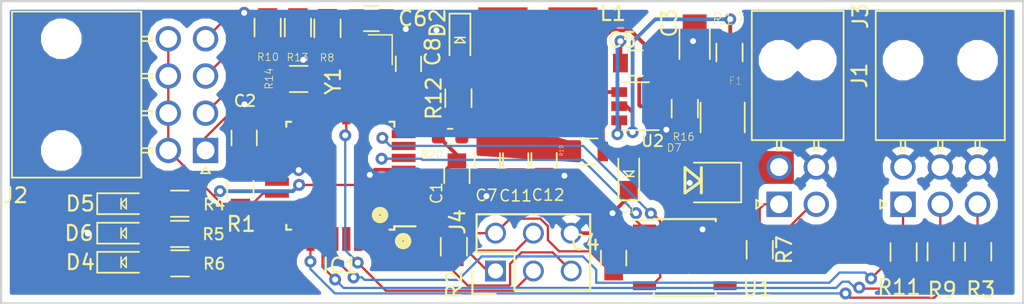
<source format=kicad_pcb>
(kicad_pcb (version 20171130) (host pcbnew 5.0.0-fee4fd1~66~ubuntu18.04.1)

  (general
    (thickness 1.6)
    (drawings 4)
    (tracks 352)
    (zones 0)
    (modules 44)
    (nets 50)
  )

  (page A4)
  (layers
    (0 F.Cu signal)
    (31 B.Cu signal hide)
    (32 B.Adhes user)
    (33 F.Adhes user)
    (34 B.Paste user)
    (35 F.Paste user)
    (36 B.SilkS user)
    (37 F.SilkS user)
    (38 B.Mask user)
    (39 F.Mask user)
    (40 Dwgs.User user)
    (41 Cmts.User user)
    (42 Eco1.User user)
    (43 Eco2.User user)
    (44 Edge.Cuts user)
    (45 Margin user)
    (46 B.CrtYd user)
    (47 F.CrtYd user)
    (48 B.Fab user)
    (49 F.Fab user)
  )

  (setup
    (last_trace_width 0.254)
    (user_trace_width 0.1524)
    (user_trace_width 0.254)
    (trace_clearance 0.2)
    (zone_clearance 0.508)
    (zone_45_only no)
    (trace_min 0.1524)
    (segment_width 0.2)
    (edge_width 0.15)
    (via_size 0.8)
    (via_drill 0.4)
    (via_min_size 0.4)
    (via_min_drill 0.3)
    (uvia_size 0.3)
    (uvia_drill 0.1)
    (uvias_allowed no)
    (uvia_min_size 0.2)
    (uvia_min_drill 0.1)
    (pcb_text_width 0.3)
    (pcb_text_size 1.5 1.5)
    (mod_edge_width 0.15)
    (mod_text_size 1 1)
    (mod_text_width 0.15)
    (pad_size 1.524 1.524)
    (pad_drill 0.762)
    (pad_to_mask_clearance 0.2)
    (aux_axis_origin 0 0)
    (visible_elements FFFFFF7F)
    (pcbplotparams
      (layerselection 0x010fc_ffffffff)
      (usegerberextensions false)
      (usegerberattributes false)
      (usegerberadvancedattributes false)
      (creategerberjobfile false)
      (excludeedgelayer true)
      (linewidth 0.100000)
      (plotframeref false)
      (viasonmask false)
      (mode 1)
      (useauxorigin false)
      (hpglpennumber 1)
      (hpglpenspeed 20)
      (hpglpendiameter 15.000000)
      (psnegative false)
      (psa4output false)
      (plotreference true)
      (plotvalue true)
      (plotinvisibletext false)
      (padsonsilk false)
      (subtractmaskfromsilk false)
      (outputformat 1)
      (mirror false)
      (drillshape 1)
      (scaleselection 1)
      (outputdirectory ""))
  )

  (net 0 "")
  (net 1 VCC)
  (net 2 GND)
  (net 3 "Net-(C2-Pad1)")
  (net 4 /12V_Fused)
  (net 5 "Net-(C5-Pad2)")
  (net 6 "Net-(C5-Pad1)")
  (net 7 "Net-(C6-Pad1)")
  (net 8 "Net-(C11-Pad1)")
  (net 9 "Net-(C8-Pad1)")
  (net 10 "Net-(D1-Pad2)")
  (net 11 "Net-(D2-Pad2)")
  (net 12 "Net-(D4-Pad2)")
  (net 13 "Net-(D5-Pad2)")
  (net 14 "Net-(D6-Pad2)")
  (net 15 +12V)
  (net 16 /MISO)
  (net 17 /MOSI)
  (net 18 "Net-(IC1-Pad3)")
  (net 19 /TXCAN)
  (net 20 /RXCAN)
  (net 21 "Net-(IC1-Pad8)")
  (net 22 "Net-(IC1-Pad9)")
  (net 23 /SCK)
  (net 24 /P_LED_1)
  (net 25 /P_LED_2)
  (net 26 /P_LED_3)
  (net 27 "Net-(IC1-Pad17)")
  (net 28 "Net-(IC1-Pad18)")
  (net 29 "Net-(IC1-Pad21)")
  (net 30 /LED_Driver3)
  (net 31 /LED_Driver2)
  (net 32 /LED_Driver1)
  (net 33 "Net-(IC1-Pad25)")
  (net 34 /B1_In)
  (net 35 /B2_In)
  (net 36 /B3_In)
  (net 37 /B4_In)
  (net 38 "Net-(IC1-Pad30)")
  (net 39 /RESET)
  (net 40 "Net-(IC1-Pad32)")
  (net 41 /LED3_Out)
  (net 42 /LED2_Out)
  (net 43 /LED1_Out)
  (net 44 /CANH)
  (net 45 /CANL)
  (net 46 "Net-(R17-Pad1)")
  (net 47 "Net-(R18-Pad1)")
  (net 48 "Net-(U1-Pad5)")
  (net 49 "Net-(IC1-Pad29)")

  (net_class Default "This is the default net class."
    (clearance 0.2)
    (trace_width 0.25)
    (via_dia 0.8)
    (via_drill 0.4)
    (uvia_dia 0.3)
    (uvia_drill 0.1)
    (add_net +12V)
    (add_net /12V_Fused)
    (add_net /B1_In)
    (add_net /B2_In)
    (add_net /B3_In)
    (add_net /B4_In)
    (add_net /CANH)
    (add_net /CANL)
    (add_net /LED1_Out)
    (add_net /LED2_Out)
    (add_net /LED3_Out)
    (add_net /LED_Driver1)
    (add_net /LED_Driver2)
    (add_net /LED_Driver3)
    (add_net /MISO)
    (add_net /MOSI)
    (add_net /P_LED_1)
    (add_net /P_LED_2)
    (add_net /P_LED_3)
    (add_net /RESET)
    (add_net /RXCAN)
    (add_net /SCK)
    (add_net /TXCAN)
    (add_net GND)
    (add_net "Net-(C11-Pad1)")
    (add_net "Net-(C2-Pad1)")
    (add_net "Net-(C5-Pad1)")
    (add_net "Net-(C5-Pad2)")
    (add_net "Net-(C6-Pad1)")
    (add_net "Net-(C8-Pad1)")
    (add_net "Net-(D1-Pad2)")
    (add_net "Net-(D2-Pad2)")
    (add_net "Net-(D4-Pad2)")
    (add_net "Net-(D5-Pad2)")
    (add_net "Net-(D6-Pad2)")
    (add_net "Net-(IC1-Pad17)")
    (add_net "Net-(IC1-Pad18)")
    (add_net "Net-(IC1-Pad21)")
    (add_net "Net-(IC1-Pad25)")
    (add_net "Net-(IC1-Pad29)")
    (add_net "Net-(IC1-Pad3)")
    (add_net "Net-(IC1-Pad30)")
    (add_net "Net-(IC1-Pad32)")
    (add_net "Net-(IC1-Pad8)")
    (add_net "Net-(IC1-Pad9)")
    (add_net "Net-(R17-Pad1)")
    (add_net "Net-(R18-Pad1)")
    (add_net "Net-(U1-Pad5)")
    (add_net VCC)
  )

  (module Connector_Molex:Molex_Nano-Fit_105314-xx04_2x02_P2.50mm_Horizontal (layer F.Cu) (tedit 5C0088C1) (tstamp 5C0CBD36)
    (at 79.629 38.5445 90)
    (descr "Molex Nano-Fit Power Connectors, 105314-xx04, 2 Pins per row (http://www.molex.com/pdm_docs/sd/1053141208_sd.pdf), generated with kicad-footprint-generator")
    (tags "connector Molex Nano-Fit top entry")
    (path /5C01823F)
    (fp_text reference J3 (at 12.6365 5.461 90) (layer F.SilkS)
      (effects (font (size 1 1) (thickness 0.15)))
    )
    (fp_text value NF_F_RA_2x02 (at 8.65 5.42 90) (layer F.Fab) hide
      (effects (font (size 1 1) (thickness 0.15)))
    )
    (fp_line (start 4.42 -1.72) (end 4.42 4.22) (layer F.Fab) (width 0.1))
    (fp_line (start 4.42 4.22) (end 12.88 4.22) (layer F.Fab) (width 0.1))
    (fp_line (start 12.88 4.22) (end 12.88 -1.72) (layer F.Fab) (width 0.1))
    (fp_line (start 12.88 -1.72) (end 4.42 -1.72) (layer F.Fab) (width 0.1))
    (fp_line (start 4.31 -1.83) (end 4.31 4.33) (layer F.SilkS) (width 0.12))
    (fp_line (start 4.31 4.33) (end 12.99 4.33) (layer F.SilkS) (width 0.12))
    (fp_line (start 12.99 4.33) (end 12.99 -1.83) (layer F.SilkS) (width 0.12))
    (fp_line (start 12.99 -1.83) (end 4.31 -1.83) (layer F.SilkS) (width 0.12))
    (fp_line (start 4.31 0.15) (end 4.31 -0.15) (layer F.SilkS) (width 0.12))
    (fp_line (start 4.31 -0.15) (end 3.61 -0.15) (layer F.SilkS) (width 0.12))
    (fp_line (start 3.61 -0.15) (end 3.61 0.15) (layer F.SilkS) (width 0.12))
    (fp_line (start 3.61 0.15) (end 4.31 0.15) (layer F.SilkS) (width 0.12))
    (fp_line (start 4.31 2.65) (end 4.31 2.35) (layer F.SilkS) (width 0.12))
    (fp_line (start 4.31 2.35) (end 3.61 2.35) (layer F.SilkS) (width 0.12))
    (fp_line (start 3.61 2.35) (end 3.61 2.65) (layer F.SilkS) (width 0.12))
    (fp_line (start 3.61 2.65) (end 4.31 2.65) (layer F.SilkS) (width 0.12))
    (fp_line (start 0 -1.11) (end 0.3 -1.534264) (layer F.SilkS) (width 0.12))
    (fp_line (start 0.3 -1.534264) (end -0.3 -1.534264) (layer F.SilkS) (width 0.12))
    (fp_line (start -0.3 -1.534264) (end 0 -1.11) (layer F.SilkS) (width 0.12))
    (fp_line (start 0 -1.11) (end 0.3 -1.534264) (layer F.Fab) (width 0.1))
    (fp_line (start 0.3 -1.534264) (end -0.3 -1.534264) (layer F.Fab) (width 0.1))
    (fp_line (start -0.3 -1.534264) (end 0 -1.11) (layer F.Fab) (width 0.1))
    (fp_line (start -1.35 -2.22) (end -1.35 4.72) (layer F.CrtYd) (width 0.05))
    (fp_line (start -1.35 4.72) (end 13.38 4.72) (layer F.CrtYd) (width 0.05))
    (fp_line (start 13.38 4.72) (end 13.38 -2.22) (layer F.CrtYd) (width 0.05))
    (fp_line (start 13.38 -2.22) (end -1.35 -2.22) (layer F.CrtYd) (width 0.05))
    (fp_text user %R (at 8.65 3.52 90) (layer F.Fab)
      (effects (font (size 1 1) (thickness 0.15)))
    )
    (pad 1 thru_hole rect (at 0 0 90) (size 1.7 1.7) (drill 1.2) (layers *.Cu *.Mask)
      (net 44 /CANH))
    (pad 2 thru_hole circle (at 0 2.5 90) (size 1.7 1.7) (drill 1.2) (layers *.Cu *.Mask)
      (net 45 /CANL))
    (pad 3 thru_hole circle (at 2.5 0 90) (size 1.7 1.7) (drill 1.2) (layers *.Cu *.Mask)
      (net 15 +12V))
    (pad 4 thru_hole circle (at 2.5 2.5 90) (size 1.7 1.7) (drill 1.2) (layers *.Cu *.Mask)
      (net 2 GND))
    (pad "" np_thru_hole circle (at 9.68 0 90) (size 1.7 1.7) (drill 1.7) (layers *.Cu *.Mask))
    (pad "" np_thru_hole circle (at 9.68 2.5 90) (size 1.7 1.7) (drill 1.7) (layers *.Cu *.Mask))
    (model ${KISYS3DMOD}/Connector_Molex.3dshapes/Molex_Nano-Fit_105314-xx04_2x02_P2.50mm_Horizontal.wrl
      (at (xyz 0 0 0))
      (scale (xyz 1 1 1))
      (rotate (xyz 0 0 0))
    )
  )

  (module footprints:TQFP-32_7x7mm_Pitch0.8mm (layer F.Cu) (tedit 59F24C0F) (tstamp 5C0CFB9A)
    (at 50.1904 36.6268 180)
    (descr "32-Lead Plastic Thin Quad Flatpack (PT) - 7x7x1.0 mm Body, 2.00 mm [TQFP] (see Microchip Packaging Specification 00000049BS.pdf)")
    (tags "QFP 0.8")
    (path /59E10948)
    (attr smd)
    (fp_text reference IC1 (at 0 -6.05 180) (layer F.SilkS)
      (effects (font (size 1 1) (thickness 0.15)))
    )
    (fp_text value ATMEGA16M1 (at 0 6.05 180) (layer F.Fab) hide
      (effects (font (size 1 1) (thickness 0.15)))
    )
    (fp_circle (center -2.667 -2.6416) (end -2.667 -2.6924) (layer F.SilkS) (width 0.5))
    (fp_circle (center -4.2164 -4.394201) (end -4.2164 -4.445001) (layer F.SilkS) (width 0.5))
    (fp_text user %R (at 0 0 270) (layer F.Fab)
      (effects (font (size 1 1) (thickness 0.15)))
    )
    (fp_line (start -2.5 -3.5) (end 3.5 -3.5) (layer F.Fab) (width 0.15))
    (fp_line (start 3.5 -3.5) (end 3.5 3.5) (layer F.Fab) (width 0.15))
    (fp_line (start 3.5 3.5) (end -3.5 3.5) (layer F.Fab) (width 0.15))
    (fp_line (start -3.5 3.5) (end -3.5 -2.5) (layer F.Fab) (width 0.15))
    (fp_line (start -3.5 -2.5) (end -2.5 -3.5) (layer F.Fab) (width 0.15))
    (fp_line (start -5.3 -5.3) (end -5.3 5.3) (layer F.CrtYd) (width 0.05))
    (fp_line (start 5.3 -5.3) (end 5.3 5.3) (layer F.CrtYd) (width 0.05))
    (fp_line (start -5.3 -5.3) (end 5.3 -5.3) (layer F.CrtYd) (width 0.05))
    (fp_line (start -5.3 5.3) (end 5.3 5.3) (layer F.CrtYd) (width 0.05))
    (fp_line (start -3.625 -3.625) (end -3.625 -3.4) (layer F.SilkS) (width 0.15))
    (fp_line (start 3.625 -3.625) (end 3.625 -3.299999) (layer F.SilkS) (width 0.15))
    (fp_line (start 3.625 3.625) (end 3.625 3.299999) (layer F.SilkS) (width 0.15))
    (fp_line (start -3.625 3.625) (end -3.625 3.299999) (layer F.SilkS) (width 0.15))
    (fp_line (start -3.625 -3.625) (end -3.299999 -3.625) (layer F.SilkS) (width 0.15))
    (fp_line (start -3.625 3.625) (end -3.299999 3.625) (layer F.SilkS) (width 0.15))
    (fp_line (start 3.625 3.625) (end 3.299999 3.625) (layer F.SilkS) (width 0.15))
    (fp_line (start 3.625 -3.625) (end 3.299999 -3.625) (layer F.SilkS) (width 0.15))
    (fp_line (start -3.625 -3.4) (end -5.05 -3.4) (layer F.SilkS) (width 0.15))
    (pad 1 smd rect (at -4.25 -2.8 180) (size 1.6 0.55) (layers F.Cu F.Paste F.Mask)
      (net 16 /MISO))
    (pad 2 smd rect (at -4.25 -2 180) (size 1.6 0.55) (layers F.Cu F.Paste F.Mask)
      (net 17 /MOSI))
    (pad 3 smd rect (at -4.25 -1.2 180) (size 1.6 0.55) (layers F.Cu F.Paste F.Mask)
      (net 18 "Net-(IC1-Pad3)"))
    (pad 4 smd rect (at -4.25 -0.4 180) (size 1.6 0.55) (layers F.Cu F.Paste F.Mask)
      (net 1 VCC))
    (pad 5 smd rect (at -4.25 0.4 180) (size 1.6 0.55) (layers F.Cu F.Paste F.Mask)
      (net 2 GND))
    (pad 6 smd rect (at -4.25 1.2 180) (size 1.6 0.55) (layers F.Cu F.Paste F.Mask)
      (net 19 /TXCAN))
    (pad 7 smd rect (at -4.25 2 180) (size 1.6 0.55) (layers F.Cu F.Paste F.Mask)
      (net 20 /RXCAN))
    (pad 8 smd rect (at -4.25 2.8 180) (size 1.6 0.55) (layers F.Cu F.Paste F.Mask)
      (net 21 "Net-(IC1-Pad8)"))
    (pad 9 smd rect (at -2.8 4.25 270) (size 1.6 0.55) (layers F.Cu F.Paste F.Mask)
      (net 22 "Net-(IC1-Pad9)"))
    (pad 10 smd rect (at -2 4.25 270) (size 1.6 0.55) (layers F.Cu F.Paste F.Mask)
      (net 9 "Net-(C8-Pad1)"))
    (pad 11 smd rect (at -1.2 4.25 270) (size 1.6 0.55) (layers F.Cu F.Paste F.Mask)
      (net 7 "Net-(C6-Pad1)"))
    (pad 12 smd rect (at -0.4 4.25 270) (size 1.6 0.55) (layers F.Cu F.Paste F.Mask)
      (net 23 /SCK))
    (pad 13 smd rect (at 0.4 4.25 270) (size 1.6 0.55) (layers F.Cu F.Paste F.Mask)
      (net 34 /B1_In))
    (pad 14 smd rect (at 1.2 4.25 270) (size 1.6 0.55) (layers F.Cu F.Paste F.Mask)
      (net 35 /B2_In))
    (pad 15 smd rect (at 2 4.25 270) (size 1.6 0.55) (layers F.Cu F.Paste F.Mask)
      (net 36 /B3_In))
    (pad 16 smd rect (at 2.8 4.25 270) (size 1.6 0.55) (layers F.Cu F.Paste F.Mask)
      (net 37 /B4_In))
    (pad 17 smd rect (at 4.25 2.8 180) (size 1.6 0.55) (layers F.Cu F.Paste F.Mask)
      (net 27 "Net-(IC1-Pad17)"))
    (pad 18 smd rect (at 4.25 2 180) (size 1.6 0.55) (layers F.Cu F.Paste F.Mask)
      (net 28 "Net-(IC1-Pad18)"))
    (pad 19 smd rect (at 4.25 1.2 180) (size 1.6 0.55) (layers F.Cu F.Paste F.Mask)
      (net 3 "Net-(C2-Pad1)"))
    (pad 20 smd rect (at 4.25 0.4 180) (size 1.6 0.55) (layers F.Cu F.Paste F.Mask)
      (net 2 GND))
    (pad 21 smd rect (at 4.25 -0.4 180) (size 1.6 0.55) (layers F.Cu F.Paste F.Mask)
      (net 29 "Net-(IC1-Pad21)"))
    (pad 22 smd rect (at 4.25 -1.2 180) (size 1.6 0.55) (layers F.Cu F.Paste F.Mask)
      (net 24 /P_LED_1))
    (pad 23 smd rect (at 4.25 -2 180) (size 1.6 0.55) (layers F.Cu F.Paste F.Mask)
      (net 25 /P_LED_2))
    (pad 24 smd rect (at 4.25 -2.8 180) (size 1.6 0.55) (layers F.Cu F.Paste F.Mask)
      (net 26 /P_LED_3))
    (pad 25 smd rect (at 2.8 -4.25 270) (size 1.6 0.55) (layers F.Cu F.Paste F.Mask)
      (net 33 "Net-(IC1-Pad25)"))
    (pad 26 smd rect (at 2 -4.25 270) (size 1.6 0.55) (layers F.Cu F.Paste F.Mask)
      (net 32 /LED_Driver1))
    (pad 27 smd rect (at 1.2 -4.25 270) (size 1.6 0.55) (layers F.Cu F.Paste F.Mask)
      (net 31 /LED_Driver2))
    (pad 28 smd rect (at 0.4 -4.25 270) (size 1.6 0.55) (layers F.Cu F.Paste F.Mask)
      (net 30 /LED_Driver3))
    (pad 29 smd rect (at -0.4 -4.25 270) (size 1.6 0.55) (layers F.Cu F.Paste F.Mask)
      (net 49 "Net-(IC1-Pad29)"))
    (pad 30 smd rect (at -1.2 -4.25 270) (size 1.6 0.55) (layers F.Cu F.Paste F.Mask)
      (net 38 "Net-(IC1-Pad30)"))
    (pad 31 smd rect (at -2 -4.25 270) (size 1.6 0.55) (layers F.Cu F.Paste F.Mask)
      (net 39 /RESET))
    (pad 32 smd rect (at -2.8 -4.25 270) (size 1.6 0.55) (layers F.Cu F.Paste F.Mask)
      (net 40 "Net-(IC1-Pad32)"))
    (model Housings_QFP.3dshapes/TQFP-32_7x7mm_Pitch0.8mm.wrl
      (at (xyz 0 0 0))
      (scale (xyz 1 1 1))
      (rotate (xyz 0 0 0))
    )
  )

  (module footprints:C_0805_OEM (layer F.Cu) (tedit 5C00C436) (tstamp 5C0CC370)
    (at 58.0136 36.6268 270)
    (descr "Capacitor SMD 0805, reflow soldering, AVX (see smccp.pdf)")
    (tags "capacitor 0805")
    (path /59E06957)
    (attr smd)
    (fp_text reference C1 (at 1.1684 1.3716 90) (layer F.SilkS)
      (effects (font (size 0.762 0.762) (thickness 0.1016)))
    )
    (fp_text value C_0.1uF (at 0 1.75 270) (layer F.Fab) hide
      (effects (font (size 1 1) (thickness 0.15)))
    )
    (fp_line (start -1 0.62) (end -1 -0.62) (layer F.Fab) (width 0.1))
    (fp_line (start 1 0.62) (end -1 0.62) (layer F.Fab) (width 0.1))
    (fp_line (start 1 -0.62) (end 1 0.62) (layer F.Fab) (width 0.1))
    (fp_line (start -1 -0.62) (end 1 -0.62) (layer F.Fab) (width 0.1))
    (fp_line (start 0.5 -0.85) (end -0.5 -0.85) (layer F.SilkS) (width 0.12))
    (fp_line (start -0.5 0.85) (end 0.5 0.85) (layer F.SilkS) (width 0.12))
    (fp_line (start -1.75 -0.88) (end 1.75 -0.88) (layer F.CrtYd) (width 0.05))
    (fp_line (start -1.75 -0.88) (end -1.75 0.87) (layer F.CrtYd) (width 0.05))
    (fp_line (start 1.75 0.87) (end 1.75 -0.88) (layer F.CrtYd) (width 0.05))
    (fp_line (start 1.75 0.87) (end -1.75 0.87) (layer F.CrtYd) (width 0.05))
    (pad 1 smd rect (at -1 0 270) (size 1 1.25) (layers F.Cu F.Paste F.Mask)
      (net 1 VCC))
    (pad 2 smd rect (at 1 0 270) (size 1 1.25) (layers F.Cu F.Paste F.Mask)
      (net 2 GND))
    (model /home/josh/Formula/OEM_Preferred_Parts/3DModels/C_0805_OEM/C_0805.wrl
      (at (xyz 0 0 0))
      (scale (xyz 1 1 1))
      (rotate (xyz 0 0 0))
    )
  )

  (module footprints:C_0805_OEM (layer F.Cu) (tedit 5C00BE30) (tstamp 5C0CEE2E)
    (at 43.7388 34.0868 90)
    (descr "Capacitor SMD 0805, reflow soldering, AVX (see smccp.pdf)")
    (tags "capacitor 0805")
    (path /59E06E67)
    (attr smd)
    (fp_text reference C2 (at 2.4892 0.0508 180) (layer F.SilkS)
      (effects (font (size 0.762 0.762) (thickness 0.127)))
    )
    (fp_text value C_100pF (at 0 1.75 90) (layer F.Fab) hide
      (effects (font (size 1 1) (thickness 0.15)))
    )
    (fp_line (start -1 0.62) (end -1 -0.62) (layer F.Fab) (width 0.1))
    (fp_line (start 1 0.62) (end -1 0.62) (layer F.Fab) (width 0.1))
    (fp_line (start 1 -0.62) (end 1 0.62) (layer F.Fab) (width 0.1))
    (fp_line (start -1 -0.62) (end 1 -0.62) (layer F.Fab) (width 0.1))
    (fp_line (start 0.5 -0.85) (end -0.5 -0.85) (layer F.SilkS) (width 0.12))
    (fp_line (start -0.5 0.85) (end 0.5 0.85) (layer F.SilkS) (width 0.12))
    (fp_line (start -1.75 -0.88) (end 1.75 -0.88) (layer F.CrtYd) (width 0.05))
    (fp_line (start -1.75 -0.88) (end -1.75 0.87) (layer F.CrtYd) (width 0.05))
    (fp_line (start 1.75 0.87) (end 1.75 -0.88) (layer F.CrtYd) (width 0.05))
    (fp_line (start 1.75 0.87) (end -1.75 0.87) (layer F.CrtYd) (width 0.05))
    (pad 1 smd rect (at -1 0 90) (size 1 1.25) (layers F.Cu F.Paste F.Mask)
      (net 3 "Net-(C2-Pad1)"))
    (pad 2 smd rect (at 1 0 90) (size 1 1.25) (layers F.Cu F.Paste F.Mask)
      (net 2 GND))
    (model /home/josh/Formula/OEM_Preferred_Parts/3DModels/C_0805_OEM/C_0805.wrl
      (at (xyz 0 0 0))
      (scale (xyz 1 1 1))
      (rotate (xyz 0 0 0))
    )
  )

  (module footprints:C_1206_OEM (layer F.Cu) (tedit 59F253AA) (tstamp 5C0B8432)
    (at 73.9648 27.7876 90)
    (descr "Capacitor SMD 1206, reflow soldering, AVX (see smccp.pdf)")
    (tags "capacitor 1206")
    (path /59E04907)
    (attr smd)
    (fp_text reference C3 (at 1.4224 -1.7018 90) (layer F.SilkS)
      (effects (font (size 1 1) (thickness 0.15)))
    )
    (fp_text value C_22uF (at 0 2 90) (layer F.Fab) hide
      (effects (font (size 1 1) (thickness 0.15)))
    )
    (fp_line (start -1.6 0.8) (end -1.6 -0.8) (layer F.Fab) (width 0.1))
    (fp_line (start 1.6 0.8) (end -1.6 0.8) (layer F.Fab) (width 0.1))
    (fp_line (start 1.6 -0.8) (end 1.6 0.8) (layer F.Fab) (width 0.1))
    (fp_line (start -1.6 -0.8) (end 1.6 -0.8) (layer F.Fab) (width 0.1))
    (fp_line (start 1 -1.02) (end -1 -1.02) (layer F.SilkS) (width 0.12))
    (fp_line (start -1 1.02) (end 1 1.02) (layer F.SilkS) (width 0.12))
    (fp_line (start -2.25 -1.05) (end 2.25 -1.05) (layer F.CrtYd) (width 0.05))
    (fp_line (start -2.25 -1.05) (end -2.25 1.05) (layer F.CrtYd) (width 0.05))
    (fp_line (start 2.25 1.05) (end 2.25 -1.05) (layer F.CrtYd) (width 0.05))
    (fp_line (start 2.25 1.05) (end -2.25 1.05) (layer F.CrtYd) (width 0.05))
    (pad 1 smd rect (at -1.5 0 90) (size 1 1.6) (layers F.Cu F.Paste F.Mask)
      (net 4 /12V_Fused))
    (pad 2 smd rect (at 1.5 0 90) (size 1 1.6) (layers F.Cu F.Paste F.Mask)
      (net 2 GND))
    (model Capacitors_SMD.3dshapes/C_1206.wrl
      (at (xyz 0 0 0))
      (scale (xyz 1 1 1))
      (rotate (xyz 0 0 0))
    )
  )

  (module footprints:C_0805_OEM (layer F.Cu) (tedit 59F250E7) (tstamp 5C0B8442)
    (at 68.5292 42.164 90)
    (descr "Capacitor SMD 0805, reflow soldering, AVX (see smccp.pdf)")
    (tags "capacitor 0805")
    (path /59E068FA)
    (attr smd)
    (fp_text reference C4 (at 1.032 -1.905 180) (layer F.SilkS)
      (effects (font (size 1 1) (thickness 0.15)))
    )
    (fp_text value C_0.1uF (at 0 1.75 90) (layer F.Fab) hide
      (effects (font (size 1 1) (thickness 0.15)))
    )
    (fp_line (start 1.75 0.87) (end -1.75 0.87) (layer F.CrtYd) (width 0.05))
    (fp_line (start 1.75 0.87) (end 1.75 -0.88) (layer F.CrtYd) (width 0.05))
    (fp_line (start -1.75 -0.88) (end -1.75 0.87) (layer F.CrtYd) (width 0.05))
    (fp_line (start -1.75 -0.88) (end 1.75 -0.88) (layer F.CrtYd) (width 0.05))
    (fp_line (start -0.5 0.85) (end 0.5 0.85) (layer F.SilkS) (width 0.12))
    (fp_line (start 0.5 -0.85) (end -0.5 -0.85) (layer F.SilkS) (width 0.12))
    (fp_line (start -1 -0.62) (end 1 -0.62) (layer F.Fab) (width 0.1))
    (fp_line (start 1 -0.62) (end 1 0.62) (layer F.Fab) (width 0.1))
    (fp_line (start 1 0.62) (end -1 0.62) (layer F.Fab) (width 0.1))
    (fp_line (start -1 0.62) (end -1 -0.62) (layer F.Fab) (width 0.1))
    (pad 2 smd rect (at 1 0 90) (size 1 1.25) (layers F.Cu F.Paste F.Mask)
      (net 2 GND))
    (pad 1 smd rect (at -1 0 90) (size 1 1.25) (layers F.Cu F.Paste F.Mask)
      (net 1 VCC))
    (model /home/josh/Formula/OEM_Preferred_Parts/3DModels/C_0805_OEM/C_0805.wrl
      (at (xyz 0 0 0))
      (scale (xyz 1 1 1))
      (rotate (xyz 0 0 0))
    )
  )

  (module footprints:C_0805_OEM (layer F.Cu) (tedit 59F250E7) (tstamp 5C0B8452)
    (at 69.9864 29.0576)
    (descr "Capacitor SMD 0805, reflow soldering, AVX (see smccp.pdf)")
    (tags "capacitor 0805")
    (path /59E048C8)
    (attr smd)
    (fp_text reference C5 (at -0.8984 -1.5494) (layer F.SilkS)
      (effects (font (size 1 1) (thickness 0.15)))
    )
    (fp_text value C_0.1uF (at 0 1.75) (layer F.Fab) hide
      (effects (font (size 1 1) (thickness 0.15)))
    )
    (fp_line (start 1.75 0.87) (end -1.75 0.87) (layer F.CrtYd) (width 0.05))
    (fp_line (start 1.75 0.87) (end 1.75 -0.88) (layer F.CrtYd) (width 0.05))
    (fp_line (start -1.75 -0.88) (end -1.75 0.87) (layer F.CrtYd) (width 0.05))
    (fp_line (start -1.75 -0.88) (end 1.75 -0.88) (layer F.CrtYd) (width 0.05))
    (fp_line (start -0.5 0.85) (end 0.5 0.85) (layer F.SilkS) (width 0.12))
    (fp_line (start 0.5 -0.85) (end -0.5 -0.85) (layer F.SilkS) (width 0.12))
    (fp_line (start -1 -0.62) (end 1 -0.62) (layer F.Fab) (width 0.1))
    (fp_line (start 1 -0.62) (end 1 0.62) (layer F.Fab) (width 0.1))
    (fp_line (start 1 0.62) (end -1 0.62) (layer F.Fab) (width 0.1))
    (fp_line (start -1 0.62) (end -1 -0.62) (layer F.Fab) (width 0.1))
    (pad 2 smd rect (at 1 0) (size 1 1.25) (layers F.Cu F.Paste F.Mask)
      (net 5 "Net-(C5-Pad2)"))
    (pad 1 smd rect (at -1 0) (size 1 1.25) (layers F.Cu F.Paste F.Mask)
      (net 6 "Net-(C5-Pad1)"))
    (model /home/josh/Formula/OEM_Preferred_Parts/3DModels/C_0805_OEM/C_0805.wrl
      (at (xyz 0 0 0))
      (scale (xyz 1 1 1))
      (rotate (xyz 0 0 0))
    )
  )

  (module footprints:C_0805_OEM (layer F.Cu) (tedit 59F250E7) (tstamp 5C0B8462)
    (at 52.2732 26.0604)
    (descr "Capacitor SMD 0805, reflow soldering, AVX (see smccp.pdf)")
    (tags "capacitor 0805")
    (path /59E06F43)
    (attr smd)
    (fp_text reference C6 (at 2.778 0) (layer F.SilkS)
      (effects (font (size 1 1) (thickness 0.15)))
    )
    (fp_text value C_30pF (at 0 1.75) (layer F.Fab) hide
      (effects (font (size 1 1) (thickness 0.15)))
    )
    (fp_line (start -1 0.62) (end -1 -0.62) (layer F.Fab) (width 0.1))
    (fp_line (start 1 0.62) (end -1 0.62) (layer F.Fab) (width 0.1))
    (fp_line (start 1 -0.62) (end 1 0.62) (layer F.Fab) (width 0.1))
    (fp_line (start -1 -0.62) (end 1 -0.62) (layer F.Fab) (width 0.1))
    (fp_line (start 0.5 -0.85) (end -0.5 -0.85) (layer F.SilkS) (width 0.12))
    (fp_line (start -0.5 0.85) (end 0.5 0.85) (layer F.SilkS) (width 0.12))
    (fp_line (start -1.75 -0.88) (end 1.75 -0.88) (layer F.CrtYd) (width 0.05))
    (fp_line (start -1.75 -0.88) (end -1.75 0.87) (layer F.CrtYd) (width 0.05))
    (fp_line (start 1.75 0.87) (end 1.75 -0.88) (layer F.CrtYd) (width 0.05))
    (fp_line (start 1.75 0.87) (end -1.75 0.87) (layer F.CrtYd) (width 0.05))
    (pad 1 smd rect (at -1 0) (size 1 1.25) (layers F.Cu F.Paste F.Mask)
      (net 7 "Net-(C6-Pad1)"))
    (pad 2 smd rect (at 1 0) (size 1 1.25) (layers F.Cu F.Paste F.Mask)
      (net 2 GND))
    (model /home/josh/Formula/OEM_Preferred_Parts/3DModels/C_0805_OEM/C_0805.wrl
      (at (xyz 0 0 0))
      (scale (xyz 1 1 1))
      (rotate (xyz 0 0 0))
    )
  )

  (module footprints:C_0805_OEM (layer F.Cu) (tedit 5C00C450) (tstamp 5C0B8472)
    (at 60.0519 35.617206 270)
    (descr "Capacitor SMD 0805, reflow soldering, AVX (see smccp.pdf)")
    (tags "capacitor 0805")
    (path /59E0494E)
    (attr smd)
    (fp_text reference C7 (at 2.330394 0.0571) (layer F.SilkS)
      (effects (font (size 0.762 0.762) (thickness 0.1016)))
    )
    (fp_text value C_47uF (at 0 1.75 270) (layer F.Fab) hide
      (effects (font (size 1 1) (thickness 0.15)))
    )
    (fp_line (start -1 0.62) (end -1 -0.62) (layer F.Fab) (width 0.1))
    (fp_line (start 1 0.62) (end -1 0.62) (layer F.Fab) (width 0.1))
    (fp_line (start 1 -0.62) (end 1 0.62) (layer F.Fab) (width 0.1))
    (fp_line (start -1 -0.62) (end 1 -0.62) (layer F.Fab) (width 0.1))
    (fp_line (start 0.5 -0.85) (end -0.5 -0.85) (layer F.SilkS) (width 0.12))
    (fp_line (start -0.5 0.85) (end 0.5 0.85) (layer F.SilkS) (width 0.12))
    (fp_line (start -1.75 -0.88) (end 1.75 -0.88) (layer F.CrtYd) (width 0.05))
    (fp_line (start -1.75 -0.88) (end -1.75 0.87) (layer F.CrtYd) (width 0.05))
    (fp_line (start 1.75 0.87) (end 1.75 -0.88) (layer F.CrtYd) (width 0.05))
    (fp_line (start 1.75 0.87) (end -1.75 0.87) (layer F.CrtYd) (width 0.05))
    (pad 1 smd rect (at -1 0 270) (size 1 1.25) (layers F.Cu F.Paste F.Mask)
      (net 8 "Net-(C11-Pad1)"))
    (pad 2 smd rect (at 1 0 270) (size 1 1.25) (layers F.Cu F.Paste F.Mask)
      (net 2 GND))
    (model /home/josh/Formula/OEM_Preferred_Parts/3DModels/C_0805_OEM/C_0805.wrl
      (at (xyz 0 0 0))
      (scale (xyz 1 1 1))
      (rotate (xyz 0 0 0))
    )
  )

  (module footprints:C_0805_OEM (layer F.Cu) (tedit 59F250E7) (tstamp 5C0B8482)
    (at 54.7624 29.1084 90)
    (descr "Capacitor SMD 0805, reflow soldering, AVX (see smccp.pdf)")
    (tags "capacitor 0805")
    (path /59E06ED0)
    (attr smd)
    (fp_text reference C8 (at 0.8128 1.6256 90) (layer F.SilkS)
      (effects (font (size 1 1) (thickness 0.15)))
    )
    (fp_text value C_30pF (at 0 1.75 90) (layer F.Fab) hide
      (effects (font (size 1 1) (thickness 0.15)))
    )
    (fp_line (start 1.75 0.87) (end -1.75 0.87) (layer F.CrtYd) (width 0.05))
    (fp_line (start 1.75 0.87) (end 1.75 -0.88) (layer F.CrtYd) (width 0.05))
    (fp_line (start -1.75 -0.88) (end -1.75 0.87) (layer F.CrtYd) (width 0.05))
    (fp_line (start -1.75 -0.88) (end 1.75 -0.88) (layer F.CrtYd) (width 0.05))
    (fp_line (start -0.5 0.85) (end 0.5 0.85) (layer F.SilkS) (width 0.12))
    (fp_line (start 0.5 -0.85) (end -0.5 -0.85) (layer F.SilkS) (width 0.12))
    (fp_line (start -1 -0.62) (end 1 -0.62) (layer F.Fab) (width 0.1))
    (fp_line (start 1 -0.62) (end 1 0.62) (layer F.Fab) (width 0.1))
    (fp_line (start 1 0.62) (end -1 0.62) (layer F.Fab) (width 0.1))
    (fp_line (start -1 0.62) (end -1 -0.62) (layer F.Fab) (width 0.1))
    (pad 2 smd rect (at 1 0 90) (size 1 1.25) (layers F.Cu F.Paste F.Mask)
      (net 2 GND))
    (pad 1 smd rect (at -1 0 90) (size 1 1.25) (layers F.Cu F.Paste F.Mask)
      (net 9 "Net-(C8-Pad1)"))
    (model /home/josh/Formula/OEM_Preferred_Parts/3DModels/C_0805_OEM/C_0805.wrl
      (at (xyz 0 0 0))
      (scale (xyz 1 1 1))
      (rotate (xyz 0 0 0))
    )
  )

  (module footprints:C_0805_OEM (layer F.Cu) (tedit 5C00C463) (tstamp 5C0B8492)
    (at 61.9569 35.617206 270)
    (descr "Capacitor SMD 0805, reflow soldering, AVX (see smccp.pdf)")
    (tags "capacitor 0805")
    (path /5A79269E)
    (attr smd)
    (fp_text reference C11 (at 2.355794 0.0063) (layer F.SilkS)
      (effects (font (size 0.762 0.762) (thickness 0.1016)))
    )
    (fp_text value C_1uF (at 0 1.75 270) (layer F.Fab) hide
      (effects (font (size 1 1) (thickness 0.15)))
    )
    (fp_line (start -1 0.62) (end -1 -0.62) (layer F.Fab) (width 0.1))
    (fp_line (start 1 0.62) (end -1 0.62) (layer F.Fab) (width 0.1))
    (fp_line (start 1 -0.62) (end 1 0.62) (layer F.Fab) (width 0.1))
    (fp_line (start -1 -0.62) (end 1 -0.62) (layer F.Fab) (width 0.1))
    (fp_line (start 0.5 -0.85) (end -0.5 -0.85) (layer F.SilkS) (width 0.12))
    (fp_line (start -0.5 0.85) (end 0.5 0.85) (layer F.SilkS) (width 0.12))
    (fp_line (start -1.75 -0.88) (end 1.75 -0.88) (layer F.CrtYd) (width 0.05))
    (fp_line (start -1.75 -0.88) (end -1.75 0.87) (layer F.CrtYd) (width 0.05))
    (fp_line (start 1.75 0.87) (end 1.75 -0.88) (layer F.CrtYd) (width 0.05))
    (fp_line (start 1.75 0.87) (end -1.75 0.87) (layer F.CrtYd) (width 0.05))
    (pad 1 smd rect (at -1 0 270) (size 1 1.25) (layers F.Cu F.Paste F.Mask)
      (net 8 "Net-(C11-Pad1)"))
    (pad 2 smd rect (at 1 0 270) (size 1 1.25) (layers F.Cu F.Paste F.Mask)
      (net 2 GND))
    (model /home/josh/Formula/OEM_Preferred_Parts/3DModels/C_0805_OEM/C_0805.wrl
      (at (xyz 0 0 0))
      (scale (xyz 1 1 1))
      (rotate (xyz 0 0 0))
    )
  )

  (module footprints:C_0805_OEM (layer F.Cu) (tedit 5C00C47B) (tstamp 5C0B84A2)
    (at 63.8619 35.601206 270)
    (descr "Capacitor SMD 0805, reflow soldering, AVX (see smccp.pdf)")
    (tags "capacitor 0805")
    (path /5A79252F)
    (attr smd)
    (fp_text reference C12 (at 2.320994 -0.2731) (layer F.SilkS)
      (effects (font (size 0.762 0.762) (thickness 0.1016)))
    )
    (fp_text value C_0.1uF (at 0 1.75 270) (layer F.Fab) hide
      (effects (font (size 1 1) (thickness 0.15)))
    )
    (fp_line (start 1.75 0.87) (end -1.75 0.87) (layer F.CrtYd) (width 0.05))
    (fp_line (start 1.75 0.87) (end 1.75 -0.88) (layer F.CrtYd) (width 0.05))
    (fp_line (start -1.75 -0.88) (end -1.75 0.87) (layer F.CrtYd) (width 0.05))
    (fp_line (start -1.75 -0.88) (end 1.75 -0.88) (layer F.CrtYd) (width 0.05))
    (fp_line (start -0.5 0.85) (end 0.5 0.85) (layer F.SilkS) (width 0.12))
    (fp_line (start 0.5 -0.85) (end -0.5 -0.85) (layer F.SilkS) (width 0.12))
    (fp_line (start -1 -0.62) (end 1 -0.62) (layer F.Fab) (width 0.1))
    (fp_line (start 1 -0.62) (end 1 0.62) (layer F.Fab) (width 0.1))
    (fp_line (start 1 0.62) (end -1 0.62) (layer F.Fab) (width 0.1))
    (fp_line (start -1 0.62) (end -1 -0.62) (layer F.Fab) (width 0.1))
    (pad 2 smd rect (at 1 0 270) (size 1 1.25) (layers F.Cu F.Paste F.Mask)
      (net 2 GND))
    (pad 1 smd rect (at -1 0 270) (size 1 1.25) (layers F.Cu F.Paste F.Mask)
      (net 8 "Net-(C11-Pad1)"))
    (model /home/josh/Formula/OEM_Preferred_Parts/3DModels/C_0805_OEM/C_0805.wrl
      (at (xyz 0 0 0))
      (scale (xyz 1 1 1))
      (rotate (xyz 0 0 0))
    )
  )

  (module footprints:LED_0805_OEM (layer F.Cu) (tedit 5C00C611) (tstamp 5C0B84BB)
    (at 69.5452 36.4744 90)
    (descr "LED 0805 smd package")
    (tags "LED led 0805 SMD smd SMT smt smdled SMDLED smtled SMTLED")
    (path /59E047E3)
    (attr smd)
    (fp_text reference D1 (at -2.3876 0 180) (layer F.SilkS)
      (effects (font (size 0.508 0.508) (thickness 0.0508)))
    )
    (fp_text value LED_0805 (at 0.508 2.032 90) (layer F.Fab) hide
      (effects (font (size 1 1) (thickness 0.15)))
    )
    (fp_line (start -0.2 0.35) (end -0.2 0) (layer F.SilkS) (width 0.1))
    (fp_line (start -0.2 0) (end -0.2 -0.35) (layer F.SilkS) (width 0.1))
    (fp_line (start 0.15 0.35) (end -0.2 0) (layer F.SilkS) (width 0.1))
    (fp_line (start 0.15 0.3) (end 0.15 0.35) (layer F.SilkS) (width 0.1))
    (fp_line (start 0.15 0.35) (end 0.15 0.3) (layer F.SilkS) (width 0.1))
    (fp_line (start 0.15 -0.35) (end 0.15 0.3) (layer F.SilkS) (width 0.1))
    (fp_line (start 0.1 -0.3) (end 0.15 -0.35) (layer F.SilkS) (width 0.1))
    (fp_line (start -0.2 0) (end 0.1 -0.3) (layer F.SilkS) (width 0.1))
    (fp_line (start -1.8 -0.7) (end -1.8 0.7) (layer F.SilkS) (width 0.12))
    (fp_line (start 1 0.6) (end -1 0.6) (layer F.Fab) (width 0.1))
    (fp_line (start 1 -0.6) (end 1 0.6) (layer F.Fab) (width 0.1))
    (fp_line (start -1 -0.6) (end 1 -0.6) (layer F.Fab) (width 0.1))
    (fp_line (start -1 0.6) (end -1 -0.6) (layer F.Fab) (width 0.1))
    (fp_line (start -1.8 0.7) (end 1 0.7) (layer F.SilkS) (width 0.12))
    (fp_line (start -1.8 -0.7) (end 1 -0.7) (layer F.SilkS) (width 0.12))
    (fp_line (start 1.95 -0.85) (end 1.95 0.85) (layer F.CrtYd) (width 0.05))
    (fp_line (start 1.95 0.85) (end -1.95 0.85) (layer F.CrtYd) (width 0.05))
    (fp_line (start -1.95 0.85) (end -1.95 -0.85) (layer F.CrtYd) (width 0.05))
    (fp_line (start -1.95 -0.85) (end 1.95 -0.85) (layer F.CrtYd) (width 0.05))
    (pad 2 smd rect (at 1.1 0 270) (size 1.2 1.2) (layers F.Cu F.Paste F.Mask)
      (net 10 "Net-(D1-Pad2)"))
    (pad 1 smd rect (at -1.1 0 270) (size 1.2 1.2) (layers F.Cu F.Paste F.Mask)
      (net 2 GND))
    (model "/home/josh/Formula/OEM_Preferred_Parts/3DModels/LED_0805/LED 0805 Base GREEN001_sp.wrl"
      (at (xyz 0 0 0))
      (scale (xyz 1 1 1))
      (rotate (xyz 0 0 180))
    )
  )

  (module footprints:LED_0805_OEM (layer F.Cu) (tedit 5A5B129D) (tstamp 5C0B84D4)
    (at 58.2168 27.5336 270)
    (descr "LED 0805 smd package")
    (tags "LED led 0805 SMD smd SMT smt smdled SMDLED smtled SMTLED")
    (path /59E0483A)
    (attr smd)
    (fp_text reference D2 (at -1.1684 1.4986 270) (layer F.SilkS)
      (effects (font (size 1 1) (thickness 0.15)))
    )
    (fp_text value LED_0805 (at 0.508 2.032 270) (layer F.Fab) hide
      (effects (font (size 1 1) (thickness 0.15)))
    )
    (fp_line (start -1.95 -0.85) (end 1.95 -0.85) (layer F.CrtYd) (width 0.05))
    (fp_line (start -1.95 0.85) (end -1.95 -0.85) (layer F.CrtYd) (width 0.05))
    (fp_line (start 1.95 0.85) (end -1.95 0.85) (layer F.CrtYd) (width 0.05))
    (fp_line (start 1.95 -0.85) (end 1.95 0.85) (layer F.CrtYd) (width 0.05))
    (fp_line (start -1.8 -0.7) (end 1 -0.7) (layer F.SilkS) (width 0.12))
    (fp_line (start -1.8 0.7) (end 1 0.7) (layer F.SilkS) (width 0.12))
    (fp_line (start -1 0.6) (end -1 -0.6) (layer F.Fab) (width 0.1))
    (fp_line (start -1 -0.6) (end 1 -0.6) (layer F.Fab) (width 0.1))
    (fp_line (start 1 -0.6) (end 1 0.6) (layer F.Fab) (width 0.1))
    (fp_line (start 1 0.6) (end -1 0.6) (layer F.Fab) (width 0.1))
    (fp_line (start -1.8 -0.7) (end -1.8 0.7) (layer F.SilkS) (width 0.12))
    (fp_line (start -0.2 0) (end 0.1 -0.3) (layer F.SilkS) (width 0.1))
    (fp_line (start 0.1 -0.3) (end 0.15 -0.35) (layer F.SilkS) (width 0.1))
    (fp_line (start 0.15 -0.35) (end 0.15 0.3) (layer F.SilkS) (width 0.1))
    (fp_line (start 0.15 0.35) (end 0.15 0.3) (layer F.SilkS) (width 0.1))
    (fp_line (start 0.15 0.3) (end 0.15 0.35) (layer F.SilkS) (width 0.1))
    (fp_line (start 0.15 0.35) (end -0.2 0) (layer F.SilkS) (width 0.1))
    (fp_line (start -0.2 0) (end -0.2 -0.35) (layer F.SilkS) (width 0.1))
    (fp_line (start -0.2 0.35) (end -0.2 0) (layer F.SilkS) (width 0.1))
    (pad 1 smd rect (at -1.1 0 90) (size 1.2 1.2) (layers F.Cu F.Paste F.Mask)
      (net 2 GND))
    (pad 2 smd rect (at 1.1 0 90) (size 1.2 1.2) (layers F.Cu F.Paste F.Mask)
      (net 11 "Net-(D2-Pad2)"))
    (model "/home/josh/Formula/OEM_Preferred_Parts/3DModels/LED_0805/LED 0805 Base GREEN001_sp.wrl"
      (at (xyz 0 0 0))
      (scale (xyz 1 1 1))
      (rotate (xyz 0 0 180))
    )
  )

  (module footprints:LED_0805_OEM (layer F.Cu) (tedit 5A5B129D) (tstamp 5C0CCF87)
    (at 35.6792 42.4434)
    (descr "LED 0805 smd package")
    (tags "LED led 0805 SMD smd SMT smt smdled SMDLED smtled SMTLED")
    (path /5B7E1479)
    (attr smd)
    (fp_text reference D4 (at -2.9386 0) (layer F.SilkS)
      (effects (font (size 1 1) (thickness 0.15)))
    )
    (fp_text value LED_0805 (at 0.508 2.032) (layer F.Fab) hide
      (effects (font (size 1 1) (thickness 0.15)))
    )
    (fp_line (start -0.2 0.35) (end -0.2 0) (layer F.SilkS) (width 0.1))
    (fp_line (start -0.2 0) (end -0.2 -0.35) (layer F.SilkS) (width 0.1))
    (fp_line (start 0.15 0.35) (end -0.2 0) (layer F.SilkS) (width 0.1))
    (fp_line (start 0.15 0.3) (end 0.15 0.35) (layer F.SilkS) (width 0.1))
    (fp_line (start 0.15 0.35) (end 0.15 0.3) (layer F.SilkS) (width 0.1))
    (fp_line (start 0.15 -0.35) (end 0.15 0.3) (layer F.SilkS) (width 0.1))
    (fp_line (start 0.1 -0.3) (end 0.15 -0.35) (layer F.SilkS) (width 0.1))
    (fp_line (start -0.2 0) (end 0.1 -0.3) (layer F.SilkS) (width 0.1))
    (fp_line (start -1.8 -0.7) (end -1.8 0.7) (layer F.SilkS) (width 0.12))
    (fp_line (start 1 0.6) (end -1 0.6) (layer F.Fab) (width 0.1))
    (fp_line (start 1 -0.6) (end 1 0.6) (layer F.Fab) (width 0.1))
    (fp_line (start -1 -0.6) (end 1 -0.6) (layer F.Fab) (width 0.1))
    (fp_line (start -1 0.6) (end -1 -0.6) (layer F.Fab) (width 0.1))
    (fp_line (start -1.8 0.7) (end 1 0.7) (layer F.SilkS) (width 0.12))
    (fp_line (start -1.8 -0.7) (end 1 -0.7) (layer F.SilkS) (width 0.12))
    (fp_line (start 1.95 -0.85) (end 1.95 0.85) (layer F.CrtYd) (width 0.05))
    (fp_line (start 1.95 0.85) (end -1.95 0.85) (layer F.CrtYd) (width 0.05))
    (fp_line (start -1.95 0.85) (end -1.95 -0.85) (layer F.CrtYd) (width 0.05))
    (fp_line (start -1.95 -0.85) (end 1.95 -0.85) (layer F.CrtYd) (width 0.05))
    (pad 2 smd rect (at 1.1 0 180) (size 1.2 1.2) (layers F.Cu F.Paste F.Mask)
      (net 12 "Net-(D4-Pad2)"))
    (pad 1 smd rect (at -1.1 0 180) (size 1.2 1.2) (layers F.Cu F.Paste F.Mask)
      (net 2 GND))
    (model "/home/josh/Formula/OEM_Preferred_Parts/3DModels/LED_0805/LED 0805 Base GREEN001_sp.wrl"
      (at (xyz 0 0 0))
      (scale (xyz 1 1 1))
      (rotate (xyz 0 0 180))
    )
  )

  (module footprints:LED_0805_OEM (layer F.Cu) (tedit 5A5B129D) (tstamp 5C0CCF3F)
    (at 35.6792 38.5064)
    (descr "LED 0805 smd package")
    (tags "LED led 0805 SMD smd SMT smt smdled SMDLED smtled SMTLED")
    (path /59EE63EF)
    (attr smd)
    (fp_text reference D5 (at -2.9386 0) (layer F.SilkS)
      (effects (font (size 1 1) (thickness 0.15)))
    )
    (fp_text value LED_0805 (at 0.508 2.032) (layer F.Fab) hide
      (effects (font (size 1 1) (thickness 0.15)))
    )
    (fp_line (start -1.95 -0.85) (end 1.95 -0.85) (layer F.CrtYd) (width 0.05))
    (fp_line (start -1.95 0.85) (end -1.95 -0.85) (layer F.CrtYd) (width 0.05))
    (fp_line (start 1.95 0.85) (end -1.95 0.85) (layer F.CrtYd) (width 0.05))
    (fp_line (start 1.95 -0.85) (end 1.95 0.85) (layer F.CrtYd) (width 0.05))
    (fp_line (start -1.8 -0.7) (end 1 -0.7) (layer F.SilkS) (width 0.12))
    (fp_line (start -1.8 0.7) (end 1 0.7) (layer F.SilkS) (width 0.12))
    (fp_line (start -1 0.6) (end -1 -0.6) (layer F.Fab) (width 0.1))
    (fp_line (start -1 -0.6) (end 1 -0.6) (layer F.Fab) (width 0.1))
    (fp_line (start 1 -0.6) (end 1 0.6) (layer F.Fab) (width 0.1))
    (fp_line (start 1 0.6) (end -1 0.6) (layer F.Fab) (width 0.1))
    (fp_line (start -1.8 -0.7) (end -1.8 0.7) (layer F.SilkS) (width 0.12))
    (fp_line (start -0.2 0) (end 0.1 -0.3) (layer F.SilkS) (width 0.1))
    (fp_line (start 0.1 -0.3) (end 0.15 -0.35) (layer F.SilkS) (width 0.1))
    (fp_line (start 0.15 -0.35) (end 0.15 0.3) (layer F.SilkS) (width 0.1))
    (fp_line (start 0.15 0.35) (end 0.15 0.3) (layer F.SilkS) (width 0.1))
    (fp_line (start 0.15 0.3) (end 0.15 0.35) (layer F.SilkS) (width 0.1))
    (fp_line (start 0.15 0.35) (end -0.2 0) (layer F.SilkS) (width 0.1))
    (fp_line (start -0.2 0) (end -0.2 -0.35) (layer F.SilkS) (width 0.1))
    (fp_line (start -0.2 0.35) (end -0.2 0) (layer F.SilkS) (width 0.1))
    (pad 1 smd rect (at -1.1 0 180) (size 1.2 1.2) (layers F.Cu F.Paste F.Mask)
      (net 2 GND))
    (pad 2 smd rect (at 1.1 0 180) (size 1.2 1.2) (layers F.Cu F.Paste F.Mask)
      (net 13 "Net-(D5-Pad2)"))
    (model "/home/josh/Formula/OEM_Preferred_Parts/3DModels/LED_0805/LED 0805 Base GREEN001_sp.wrl"
      (at (xyz 0 0 0))
      (scale (xyz 1 1 1))
      (rotate (xyz 0 0 180))
    )
  )

  (module footprints:LED_0805_OEM (layer F.Cu) (tedit 5A5B129D) (tstamp 5C0CCFD2)
    (at 35.6792 40.4876)
    (descr "LED 0805 smd package")
    (tags "LED led 0805 SMD smd SMT smt smdled SMDLED smtled SMTLED")
    (path /59EE66CC)
    (attr smd)
    (fp_text reference D6 (at -3.0148 0) (layer F.SilkS)
      (effects (font (size 1 1) (thickness 0.15)))
    )
    (fp_text value LED_0805 (at 0.508 2.032) (layer F.Fab) hide
      (effects (font (size 1 1) (thickness 0.15)))
    )
    (fp_line (start -0.2 0.35) (end -0.2 0) (layer F.SilkS) (width 0.1))
    (fp_line (start -0.2 0) (end -0.2 -0.35) (layer F.SilkS) (width 0.1))
    (fp_line (start 0.15 0.35) (end -0.2 0) (layer F.SilkS) (width 0.1))
    (fp_line (start 0.15 0.3) (end 0.15 0.35) (layer F.SilkS) (width 0.1))
    (fp_line (start 0.15 0.35) (end 0.15 0.3) (layer F.SilkS) (width 0.1))
    (fp_line (start 0.15 -0.35) (end 0.15 0.3) (layer F.SilkS) (width 0.1))
    (fp_line (start 0.1 -0.3) (end 0.15 -0.35) (layer F.SilkS) (width 0.1))
    (fp_line (start -0.2 0) (end 0.1 -0.3) (layer F.SilkS) (width 0.1))
    (fp_line (start -1.8 -0.7) (end -1.8 0.7) (layer F.SilkS) (width 0.12))
    (fp_line (start 1 0.6) (end -1 0.6) (layer F.Fab) (width 0.1))
    (fp_line (start 1 -0.6) (end 1 0.6) (layer F.Fab) (width 0.1))
    (fp_line (start -1 -0.6) (end 1 -0.6) (layer F.Fab) (width 0.1))
    (fp_line (start -1 0.6) (end -1 -0.6) (layer F.Fab) (width 0.1))
    (fp_line (start -1.8 0.7) (end 1 0.7) (layer F.SilkS) (width 0.12))
    (fp_line (start -1.8 -0.7) (end 1 -0.7) (layer F.SilkS) (width 0.12))
    (fp_line (start 1.95 -0.85) (end 1.95 0.85) (layer F.CrtYd) (width 0.05))
    (fp_line (start 1.95 0.85) (end -1.95 0.85) (layer F.CrtYd) (width 0.05))
    (fp_line (start -1.95 0.85) (end -1.95 -0.85) (layer F.CrtYd) (width 0.05))
    (fp_line (start -1.95 -0.85) (end 1.95 -0.85) (layer F.CrtYd) (width 0.05))
    (pad 2 smd rect (at 1.1 0 180) (size 1.2 1.2) (layers F.Cu F.Paste F.Mask)
      (net 14 "Net-(D6-Pad2)"))
    (pad 1 smd rect (at -1.1 0 180) (size 1.2 1.2) (layers F.Cu F.Paste F.Mask)
      (net 2 GND))
    (model "/home/josh/Formula/OEM_Preferred_Parts/3DModels/LED_0805/LED 0805 Base GREEN001_sp.wrl"
      (at (xyz 0 0 0))
      (scale (xyz 1 1 1))
      (rotate (xyz 0 0 180))
    )
  )

  (module footprints:DO-214AA (layer F.Cu) (tedit 5C00C5D1) (tstamp 5C0B8534)
    (at 73.914 37.084 180)
    (descr "http://www.diodes.com/datasheets/ap02001.pdf p.144")
    (tags "Diode SOD523")
    (path /59F253C2)
    (attr smd)
    (fp_text reference D7 (at 1.3208 2.3368 180) (layer F.SilkS)
      (effects (font (size 0.508 0.508) (thickness 0.0508)))
    )
    (fp_text value D_Zener_18V (at 0 2.286 180) (layer F.Fab) hide
      (effects (font (size 1 1) (thickness 0.15)))
    )
    (fp_line (start 0.6 1) (end -0.5 0.1) (layer F.SilkS) (width 0.2))
    (fp_line (start 0.6 -0.7) (end 0.6 1) (layer F.SilkS) (width 0.2))
    (fp_line (start -0.5 0.1) (end 0.6 -0.7) (layer F.SilkS) (width 0.2))
    (fp_line (start -0.5 -0.7) (end -0.5 1) (layer F.SilkS) (width 0.2))
    (fp_line (start -3.175 -1.3335) (end -3.175 1.3335) (layer F.SilkS) (width 0.12))
    (fp_line (start 3.302 -1.4605) (end 3.302 1.4605) (layer F.CrtYd) (width 0.05))
    (fp_line (start -3.302 -1.4605) (end 3.302 -1.4605) (layer F.CrtYd) (width 0.05))
    (fp_line (start -3.302 -1.4605) (end -3.302 1.4605) (layer F.CrtYd) (width 0.05))
    (fp_line (start -3.302 1.4605) (end 3.302 1.4605) (layer F.CrtYd) (width 0.05))
    (fp_line (start 2.3749 -1.9685) (end 2.3749 1.9685) (layer F.Fab) (width 0.1))
    (fp_line (start -2.3749 -1.9685) (end 2.3749 -1.9685) (layer F.Fab) (width 0.1))
    (fp_line (start -2.3749 -1.9685) (end -2.3749 1.9685) (layer F.Fab) (width 0.1))
    (fp_line (start 2.3749 1.9685) (end -2.3749 1.9685) (layer F.Fab) (width 0.1))
    (fp_line (start -3.175 1.3335) (end 0 1.3335) (layer F.SilkS) (width 0.12))
    (fp_line (start -3.175 -1.3335) (end 0 -1.3335) (layer F.SilkS) (width 0.12))
    (pad 2 smd rect (at 2.032 0) (size 1.778 2.159) (layers F.Cu F.Paste F.Mask)
      (net 2 GND))
    (pad 1 smd rect (at -2.032 0) (size 1.778 2.159) (layers F.Cu F.Paste F.Mask)
      (net 15 +12V))
    (model /home/josh/Formula/OEM_Preferred_Parts/3DModels/DO_214AA_OEM/DO_214AA.wrl
      (at (xyz 0 0 0))
      (scale (xyz 1 1 1))
      (rotate (xyz 0 0 0))
    )
  )

  (module footprints:Fuse_1210 (layer F.Cu) (tedit 5C00C5B0) (tstamp 5C0B8544)
    (at 75.8444 32.7152 90)
    (descr "Resistor SMD 1210, reflow soldering, Vishay (see dcrcw.pdf)")
    (tags "resistor 1210")
    (path /59E0A5CF)
    (attr smd)
    (fp_text reference F1 (at 2.4638 0.8636) (layer F.SilkS)
      (effects (font (size 0.508 0.508) (thickness 0.0254)))
    )
    (fp_text value 500mA (at 0 2.4 90) (layer F.Fab) hide
      (effects (font (size 1 1) (thickness 0.15)))
    )
    (fp_line (start -1.6 1.25) (end -1.6 -1.25) (layer F.Fab) (width 0.1))
    (fp_line (start 1.6 1.25) (end -1.6 1.25) (layer F.Fab) (width 0.1))
    (fp_line (start 1.6 -1.25) (end 1.6 1.25) (layer F.Fab) (width 0.1))
    (fp_line (start -1.6 -1.25) (end 1.6 -1.25) (layer F.Fab) (width 0.1))
    (fp_line (start 1 1.48) (end -1 1.48) (layer F.SilkS) (width 0.12))
    (fp_line (start -1 -1.48) (end 1 -1.48) (layer F.SilkS) (width 0.12))
    (fp_line (start -2.15 -1.5) (end 2.15 -1.5) (layer F.CrtYd) (width 0.05))
    (fp_line (start -2.15 -1.5) (end -2.15 1.5) (layer F.CrtYd) (width 0.05))
    (fp_line (start 2.15 1.5) (end 2.15 -1.5) (layer F.CrtYd) (width 0.05))
    (fp_line (start 2.15 1.5) (end -2.15 1.5) (layer F.CrtYd) (width 0.05))
    (pad 1 smd rect (at -1.45 0 90) (size 0.9 2.5) (layers F.Cu F.Paste F.Mask)
      (net 15 +12V))
    (pad 2 smd rect (at 1.45 0 90) (size 0.9 2.5) (layers F.Cu F.Paste F.Mask)
      (net 4 /12V_Fused))
    (model /home/josh/Formula/OEM_Preferred_Parts/3DModels/Fuse_1210_OEM/Fuse1210.wrl
      (at (xyz 0 0 0))
      (scale (xyz 1 1 1))
      (rotate (xyz 0 0 0))
    )
  )

  (module footprints:Pin_Header_Straight_2x03 (layer F.Cu) (tedit 5BB5911C) (tstamp 5C0B85C5)
    (at 60.6044 43.0276 90)
    (descr "Through hole pin header")
    (tags "pin header")
    (path /59E10F9E)
    (fp_text reference J4 (at 3.302 -2.54 90) (layer F.SilkS)
      (effects (font (size 1 1) (thickness 0.15)))
    )
    (fp_text value CONN_02X03 (at 1.27 7.874 90) (layer F.Fab) hide
      (effects (font (size 1 1) (thickness 0.15)))
    )
    (fp_line (start -1.27 1.27) (end -1.27 6.35) (layer F.SilkS) (width 0.15))
    (fp_line (start -1.55 -1.55) (end 0 -1.55) (layer F.SilkS) (width 0.15))
    (fp_line (start -1.75 -1.75) (end -1.75 6.85) (layer F.CrtYd) (width 0.05))
    (fp_line (start 4.3 -1.75) (end 4.3 6.85) (layer F.CrtYd) (width 0.05))
    (fp_line (start -1.75 -1.75) (end 4.3 -1.75) (layer F.CrtYd) (width 0.05))
    (fp_line (start -1.75 6.85) (end 4.3 6.85) (layer F.CrtYd) (width 0.05))
    (fp_line (start 1.27 -1.27) (end 1.27 1.27) (layer F.SilkS) (width 0.15))
    (fp_line (start 1.27 1.27) (end -1.27 1.27) (layer F.SilkS) (width 0.15))
    (fp_line (start -1.27 6.35) (end 3.81 6.35) (layer F.SilkS) (width 0.15))
    (fp_line (start 3.81 6.35) (end 3.81 1.27) (layer F.SilkS) (width 0.15))
    (fp_line (start -1.55 -1.55) (end -1.55 0) (layer F.SilkS) (width 0.15))
    (fp_line (start 3.81 -1.27) (end 1.27 -1.27) (layer F.SilkS) (width 0.15))
    (fp_line (start 3.81 1.27) (end 3.81 -1.27) (layer F.SilkS) (width 0.15))
    (pad 1 thru_hole rect (at 0 0 90) (size 1.4 1.4) (drill 1.016) (layers *.Cu *.Mask)
      (net 16 /MISO))
    (pad 2 thru_hole circle (at 2.54 0 90) (size 1.4 1.4) (drill 1.016) (layers *.Cu *.Mask)
      (net 1 VCC))
    (pad 3 thru_hole circle (at 0 2.54 90) (size 1.4 1.4) (drill 1.016) (layers *.Cu *.Mask)
      (net 23 /SCK))
    (pad 4 thru_hole circle (at 2.54 2.54 90) (size 1.4 1.4) (drill 1.016) (layers *.Cu *.Mask)
      (net 17 /MOSI))
    (pad 5 thru_hole circle (at 0 5.08 90) (size 1.4 1.4) (drill 1.016) (layers *.Cu *.Mask)
      (net 39 /RESET))
    (pad 6 thru_hole circle (at 2.54 5.08 90) (size 1.4 1.4) (drill 1.016) (layers *.Cu *.Mask)
      (net 2 GND))
    (model Pin_Headers.3dshapes/Pin_Header_Straight_2x03.wrl
      (offset (xyz 1.269999980926514 -2.539999961853027 0))
      (scale (xyz 1 1 1))
      (rotate (xyz 0 0 90))
    )
  )

  (module footprints:4.7uH_Inductor_OEM (layer F.Cu) (tedit 59D2CA8F) (tstamp 5C0B85CB)
    (at 63.4492 29.4132 180)
    (path /59E04875)
    (fp_text reference L1 (at -5.0292 3.7084) (layer F.SilkS)
      (effects (font (size 1 1) (thickness 0.15)))
    )
    (fp_text value L_4.7uH (at 0 -5.08 180) (layer F.Fab) hide
      (effects (font (size 1 1) (thickness 0.15)))
    )
    (pad 1 smd rect (at -2.35 0 180) (size 3.3 8.2) (layers F.Cu F.Paste F.Mask)
      (net 5 "Net-(C5-Pad2)"))
    (pad 2 smd rect (at 2.35 0 180) (size 3.3 8.2) (layers F.Cu F.Paste F.Mask)
      (net 8 "Net-(C11-Pad1)"))
  )

  (module footprints:R_0805_OEM (layer F.Cu) (tedit 59F25131) (tstamp 5C0CFA18)
    (at 43.4848 37.5768 90)
    (descr "Resistor SMD 0805, reflow soldering, Vishay (see dcrcw.pdf)")
    (tags "resistor 0805")
    (path /59E06840)
    (attr smd)
    (fp_text reference R1 (at -2.3012 0.0508 180) (layer F.SilkS)
      (effects (font (size 1 1) (thickness 0.15)))
    )
    (fp_text value R_100 (at 0 1.75 90) (layer F.Fab) hide
      (effects (font (size 1 1) (thickness 0.15)))
    )
    (fp_line (start -1 0.62) (end -1 -0.62) (layer F.Fab) (width 0.1))
    (fp_line (start 1 0.62) (end -1 0.62) (layer F.Fab) (width 0.1))
    (fp_line (start 1 -0.62) (end 1 0.62) (layer F.Fab) (width 0.1))
    (fp_line (start -1 -0.62) (end 1 -0.62) (layer F.Fab) (width 0.1))
    (fp_line (start 0.6 0.88) (end -0.6 0.88) (layer F.SilkS) (width 0.12))
    (fp_line (start -0.6 -0.88) (end 0.6 -0.88) (layer F.SilkS) (width 0.12))
    (fp_line (start -1.55 -0.9) (end 1.55 -0.9) (layer F.CrtYd) (width 0.05))
    (fp_line (start -1.55 -0.9) (end -1.55 0.9) (layer F.CrtYd) (width 0.05))
    (fp_line (start 1.55 0.9) (end 1.55 -0.9) (layer F.CrtYd) (width 0.05))
    (fp_line (start 1.55 0.9) (end -1.55 0.9) (layer F.CrtYd) (width 0.05))
    (pad 1 smd rect (at -0.95 0 90) (size 0.7 1.3) (layers F.Cu F.Paste F.Mask)
      (net 1 VCC))
    (pad 2 smd rect (at 0.95 0 90) (size 0.7 1.3) (layers F.Cu F.Paste F.Mask)
      (net 3 "Net-(C2-Pad1)"))
    (model "/home/josh/Formula/OEM_Preferred_Parts/3DModels/WRL Files/res0805.wrl"
      (at (xyz 0 0 0))
      (scale (xyz 1 1 1))
      (rotate (xyz 0 0 0))
    )
  )

  (module footprints:R_0805_OEM (layer F.Cu) (tedit 59F25131) (tstamp 5C0B85EB)
    (at 57.8104 41.402 270)
    (descr "Resistor SMD 0805, reflow soldering, Vishay (see dcrcw.pdf)")
    (tags "resistor 0805")
    (path /5BC80315)
    (attr smd)
    (fp_text reference R2 (at 2.5146 -0.0254 270) (layer F.SilkS)
      (effects (font (size 1 1) (thickness 0.15)))
    )
    (fp_text value R_10K (at 0 1.75 270) (layer F.Fab) hide
      (effects (font (size 1 1) (thickness 0.15)))
    )
    (fp_line (start -1 0.62) (end -1 -0.62) (layer F.Fab) (width 0.1))
    (fp_line (start 1 0.62) (end -1 0.62) (layer F.Fab) (width 0.1))
    (fp_line (start 1 -0.62) (end 1 0.62) (layer F.Fab) (width 0.1))
    (fp_line (start -1 -0.62) (end 1 -0.62) (layer F.Fab) (width 0.1))
    (fp_line (start 0.6 0.88) (end -0.6 0.88) (layer F.SilkS) (width 0.12))
    (fp_line (start -0.6 -0.88) (end 0.6 -0.88) (layer F.SilkS) (width 0.12))
    (fp_line (start -1.55 -0.9) (end 1.55 -0.9) (layer F.CrtYd) (width 0.05))
    (fp_line (start -1.55 -0.9) (end -1.55 0.9) (layer F.CrtYd) (width 0.05))
    (fp_line (start 1.55 0.9) (end 1.55 -0.9) (layer F.CrtYd) (width 0.05))
    (fp_line (start 1.55 0.9) (end -1.55 0.9) (layer F.CrtYd) (width 0.05))
    (pad 1 smd rect (at -0.95 0 270) (size 0.7 1.3) (layers F.Cu F.Paste F.Mask)
      (net 1 VCC))
    (pad 2 smd rect (at 0.95 0 270) (size 0.7 1.3) (layers F.Cu F.Paste F.Mask)
      (net 39 /RESET))
    (model "/home/josh/Formula/OEM_Preferred_Parts/3DModels/WRL Files/res0805.wrl"
      (at (xyz 0 0 0))
      (scale (xyz 1 1 1))
      (rotate (xyz 0 0 0))
    )
  )

  (module footprints:R_0805_OEM (layer F.Cu) (tedit 59F25131) (tstamp 5C0B85FB)
    (at 92.9894 41.7322 270)
    (descr "Resistor SMD 0805, reflow soldering, Vishay (see dcrcw.pdf)")
    (tags "resistor 0805")
    (path /5BE93AC4)
    (attr smd)
    (fp_text reference R3 (at 2.54 -0.1778) (layer F.SilkS)
      (effects (font (size 1 1) (thickness 0.15)))
    )
    (fp_text value R_200 (at 0 1.75 270) (layer F.Fab) hide
      (effects (font (size 1 1) (thickness 0.15)))
    )
    (fp_line (start 1.55 0.9) (end -1.55 0.9) (layer F.CrtYd) (width 0.05))
    (fp_line (start 1.55 0.9) (end 1.55 -0.9) (layer F.CrtYd) (width 0.05))
    (fp_line (start -1.55 -0.9) (end -1.55 0.9) (layer F.CrtYd) (width 0.05))
    (fp_line (start -1.55 -0.9) (end 1.55 -0.9) (layer F.CrtYd) (width 0.05))
    (fp_line (start -0.6 -0.88) (end 0.6 -0.88) (layer F.SilkS) (width 0.12))
    (fp_line (start 0.6 0.88) (end -0.6 0.88) (layer F.SilkS) (width 0.12))
    (fp_line (start -1 -0.62) (end 1 -0.62) (layer F.Fab) (width 0.1))
    (fp_line (start 1 -0.62) (end 1 0.62) (layer F.Fab) (width 0.1))
    (fp_line (start 1 0.62) (end -1 0.62) (layer F.Fab) (width 0.1))
    (fp_line (start -1 0.62) (end -1 -0.62) (layer F.Fab) (width 0.1))
    (pad 2 smd rect (at 0.95 0 270) (size 0.7 1.3) (layers F.Cu F.Paste F.Mask)
      (net 32 /LED_Driver1))
    (pad 1 smd rect (at -0.95 0 270) (size 0.7 1.3) (layers F.Cu F.Paste F.Mask)
      (net 43 /LED1_Out))
    (model "/home/josh/Formula/OEM_Preferred_Parts/3DModels/WRL Files/res0805.wrl"
      (at (xyz 0 0 0))
      (scale (xyz 1 1 1))
      (rotate (xyz 0 0 0))
    )
  )

  (module footprints:R_0805_OEM (layer F.Cu) (tedit 5C00BDA1) (tstamp 5C0CD06B)
    (at 39.4208 38.5064 180)
    (descr "Resistor SMD 0805, reflow soldering, Vishay (see dcrcw.pdf)")
    (tags "resistor 0805")
    (path /59EE636A)
    (attr smd)
    (fp_text reference R4 (at -2.3114 -0.0508 180) (layer F.SilkS)
      (effects (font (size 0.762 0.762) (thickness 0.127)))
    )
    (fp_text value R_200 (at 0 1.75 180) (layer F.Fab) hide
      (effects (font (size 1 1) (thickness 0.15)))
    )
    (fp_line (start -1 0.62) (end -1 -0.62) (layer F.Fab) (width 0.1))
    (fp_line (start 1 0.62) (end -1 0.62) (layer F.Fab) (width 0.1))
    (fp_line (start 1 -0.62) (end 1 0.62) (layer F.Fab) (width 0.1))
    (fp_line (start -1 -0.62) (end 1 -0.62) (layer F.Fab) (width 0.1))
    (fp_line (start 0.6 0.88) (end -0.6 0.88) (layer F.SilkS) (width 0.12))
    (fp_line (start -0.6 -0.88) (end 0.6 -0.88) (layer F.SilkS) (width 0.12))
    (fp_line (start -1.55 -0.9) (end 1.55 -0.9) (layer F.CrtYd) (width 0.05))
    (fp_line (start -1.55 -0.9) (end -1.55 0.9) (layer F.CrtYd) (width 0.05))
    (fp_line (start 1.55 0.9) (end 1.55 -0.9) (layer F.CrtYd) (width 0.05))
    (fp_line (start 1.55 0.9) (end -1.55 0.9) (layer F.CrtYd) (width 0.05))
    (pad 1 smd rect (at -0.95 0 180) (size 0.7 1.3) (layers F.Cu F.Paste F.Mask)
      (net 24 /P_LED_1))
    (pad 2 smd rect (at 0.95 0 180) (size 0.7 1.3) (layers F.Cu F.Paste F.Mask)
      (net 13 "Net-(D5-Pad2)"))
    (model "/home/josh/Formula/OEM_Preferred_Parts/3DModels/WRL Files/res0805.wrl"
      (at (xyz 0 0 0))
      (scale (xyz 1 1 1))
      (rotate (xyz 0 0 0))
    )
  )

  (module footprints:R_0805_OEM (layer F.Cu) (tedit 5C00BC9C) (tstamp 5C0CD011)
    (at 39.4208 40.5384 180)
    (descr "Resistor SMD 0805, reflow soldering, Vishay (see dcrcw.pdf)")
    (tags "resistor 0805")
    (path /59EE66C2)
    (attr smd)
    (fp_text reference R5 (at -2.2606 -0.0254) (layer F.SilkS)
      (effects (font (size 0.762 0.762) (thickness 0.127)))
    )
    (fp_text value R_200 (at 0 1.75 180) (layer F.Fab) hide
      (effects (font (size 1 1) (thickness 0.15)))
    )
    (fp_line (start -1 0.62) (end -1 -0.62) (layer F.Fab) (width 0.1))
    (fp_line (start 1 0.62) (end -1 0.62) (layer F.Fab) (width 0.1))
    (fp_line (start 1 -0.62) (end 1 0.62) (layer F.Fab) (width 0.1))
    (fp_line (start -1 -0.62) (end 1 -0.62) (layer F.Fab) (width 0.1))
    (fp_line (start 0.6 0.88) (end -0.6 0.88) (layer F.SilkS) (width 0.12))
    (fp_line (start -0.6 -0.88) (end 0.6 -0.88) (layer F.SilkS) (width 0.12))
    (fp_line (start -1.55 -0.9) (end 1.55 -0.9) (layer F.CrtYd) (width 0.05))
    (fp_line (start -1.55 -0.9) (end -1.55 0.9) (layer F.CrtYd) (width 0.05))
    (fp_line (start 1.55 0.9) (end 1.55 -0.9) (layer F.CrtYd) (width 0.05))
    (fp_line (start 1.55 0.9) (end -1.55 0.9) (layer F.CrtYd) (width 0.05))
    (pad 1 smd rect (at -0.95 0 180) (size 0.7 1.3) (layers F.Cu F.Paste F.Mask)
      (net 25 /P_LED_2))
    (pad 2 smd rect (at 0.95 0 180) (size 0.7 1.3) (layers F.Cu F.Paste F.Mask)
      (net 14 "Net-(D6-Pad2)"))
    (model "/home/josh/Formula/OEM_Preferred_Parts/3DModels/WRL Files/res0805.wrl"
      (at (xyz 0 0 0))
      (scale (xyz 1 1 1))
      (rotate (xyz 0 0 0))
    )
  )

  (module footprints:R_0805_OEM (layer F.Cu) (tedit 5C00BD9D) (tstamp 5C0CD03E)
    (at 39.436 42.5196 180)
    (descr "Resistor SMD 0805, reflow soldering, Vishay (see dcrcw.pdf)")
    (tags "resistor 0805")
    (path /5B7E146F)
    (attr smd)
    (fp_text reference R6 (at -2.2962 -0.0254 180) (layer F.SilkS)
      (effects (font (size 0.762 0.762) (thickness 0.127)))
    )
    (fp_text value R_200 (at 0 1.75 180) (layer F.Fab) hide
      (effects (font (size 1 1) (thickness 0.15)))
    )
    (fp_line (start 1.55 0.9) (end -1.55 0.9) (layer F.CrtYd) (width 0.05))
    (fp_line (start 1.55 0.9) (end 1.55 -0.9) (layer F.CrtYd) (width 0.05))
    (fp_line (start -1.55 -0.9) (end -1.55 0.9) (layer F.CrtYd) (width 0.05))
    (fp_line (start -1.55 -0.9) (end 1.55 -0.9) (layer F.CrtYd) (width 0.05))
    (fp_line (start -0.6 -0.88) (end 0.6 -0.88) (layer F.SilkS) (width 0.12))
    (fp_line (start 0.6 0.88) (end -0.6 0.88) (layer F.SilkS) (width 0.12))
    (fp_line (start -1 -0.62) (end 1 -0.62) (layer F.Fab) (width 0.1))
    (fp_line (start 1 -0.62) (end 1 0.62) (layer F.Fab) (width 0.1))
    (fp_line (start 1 0.62) (end -1 0.62) (layer F.Fab) (width 0.1))
    (fp_line (start -1 0.62) (end -1 -0.62) (layer F.Fab) (width 0.1))
    (pad 2 smd rect (at 0.95 0 180) (size 0.7 1.3) (layers F.Cu F.Paste F.Mask)
      (net 12 "Net-(D4-Pad2)"))
    (pad 1 smd rect (at -0.95 0 180) (size 0.7 1.3) (layers F.Cu F.Paste F.Mask)
      (net 26 /P_LED_3))
    (model "/home/josh/Formula/OEM_Preferred_Parts/3DModels/WRL Files/res0805.wrl"
      (at (xyz 0 0 0))
      (scale (xyz 1 1 1))
      (rotate (xyz 0 0 0))
    )
  )

  (module footprints:R_0805_OEM (layer F.Cu) (tedit 59F25131) (tstamp 5C0BC0AF)
    (at 78.3336 41.6052 270)
    (descr "Resistor SMD 0805, reflow soldering, Vishay (see dcrcw.pdf)")
    (tags "resistor 0805")
    (path /5B922239)
    (attr smd)
    (fp_text reference R7 (at 0 -1.65 270) (layer F.SilkS)
      (effects (font (size 1 1) (thickness 0.15)))
    )
    (fp_text value R_200 (at 0 1.75 270) (layer F.Fab) hide
      (effects (font (size 1 1) (thickness 0.15)))
    )
    (fp_line (start 1.55 0.9) (end -1.55 0.9) (layer F.CrtYd) (width 0.05))
    (fp_line (start 1.55 0.9) (end 1.55 -0.9) (layer F.CrtYd) (width 0.05))
    (fp_line (start -1.55 -0.9) (end -1.55 0.9) (layer F.CrtYd) (width 0.05))
    (fp_line (start -1.55 -0.9) (end 1.55 -0.9) (layer F.CrtYd) (width 0.05))
    (fp_line (start -0.6 -0.88) (end 0.6 -0.88) (layer F.SilkS) (width 0.12))
    (fp_line (start 0.6 0.88) (end -0.6 0.88) (layer F.SilkS) (width 0.12))
    (fp_line (start -1 -0.62) (end 1 -0.62) (layer F.Fab) (width 0.1))
    (fp_line (start 1 -0.62) (end 1 0.62) (layer F.Fab) (width 0.1))
    (fp_line (start 1 0.62) (end -1 0.62) (layer F.Fab) (width 0.1))
    (fp_line (start -1 0.62) (end -1 -0.62) (layer F.Fab) (width 0.1))
    (pad 2 smd rect (at 0.95 0 270) (size 0.7 1.3) (layers F.Cu F.Paste F.Mask)
      (net 45 /CANL))
    (pad 1 smd rect (at -0.95 0 270) (size 0.7 1.3) (layers F.Cu F.Paste F.Mask)
      (net 44 /CANH))
    (model "/home/josh/Formula/OEM_Preferred_Parts/3DModels/WRL Files/res0805.wrl"
      (at (xyz 0 0 0))
      (scale (xyz 1 1 1))
      (rotate (xyz 0 0 0))
    )
  )

  (module footprints:R_0805_OEM (layer F.Cu) (tedit 5C00B9EA) (tstamp 5C0B864B)
    (at 49.3268 26.7208 90)
    (descr "Resistor SMD 0805, reflow soldering, Vishay (see dcrcw.pdf)")
    (tags "resistor 0805")
    (path /5BF161EA)
    (attr smd)
    (fp_text reference R8 (at -1.9812 -0.0254 180) (layer F.SilkS)
      (effects (font (size 0.508 0.508) (thickness 0.0508)))
    )
    (fp_text value R_1M (at 0 1.75 90) (layer F.Fab) hide
      (effects (font (size 1 1) (thickness 0.15)))
    )
    (fp_line (start 1.55 0.9) (end -1.55 0.9) (layer F.CrtYd) (width 0.05))
    (fp_line (start 1.55 0.9) (end 1.55 -0.9) (layer F.CrtYd) (width 0.05))
    (fp_line (start -1.55 -0.9) (end -1.55 0.9) (layer F.CrtYd) (width 0.05))
    (fp_line (start -1.55 -0.9) (end 1.55 -0.9) (layer F.CrtYd) (width 0.05))
    (fp_line (start -0.6 -0.88) (end 0.6 -0.88) (layer F.SilkS) (width 0.12))
    (fp_line (start 0.6 0.88) (end -0.6 0.88) (layer F.SilkS) (width 0.12))
    (fp_line (start -1 -0.62) (end 1 -0.62) (layer F.Fab) (width 0.1))
    (fp_line (start 1 -0.62) (end 1 0.62) (layer F.Fab) (width 0.1))
    (fp_line (start 1 0.62) (end -1 0.62) (layer F.Fab) (width 0.1))
    (fp_line (start -1 0.62) (end -1 -0.62) (layer F.Fab) (width 0.1))
    (pad 2 smd rect (at 0.95 0 90) (size 0.7 1.3) (layers F.Cu F.Paste F.Mask)
      (net 2 GND))
    (pad 1 smd rect (at -0.95 0 90) (size 0.7 1.3) (layers F.Cu F.Paste F.Mask)
      (net 34 /B1_In))
    (model "/home/josh/Formula/OEM_Preferred_Parts/3DModels/WRL Files/res0805.wrl"
      (at (xyz 0 0 0))
      (scale (xyz 1 1 1))
      (rotate (xyz 0 0 0))
    )
  )

  (module footprints:R_0805_OEM (layer F.Cu) (tedit 59F25131) (tstamp 5C0B865B)
    (at 90.4748 41.7322 270)
    (descr "Resistor SMD 0805, reflow soldering, Vishay (see dcrcw.pdf)")
    (tags "resistor 0805")
    (path /5BE93A26)
    (attr smd)
    (fp_text reference R9 (at 2.5654 -0.1016) (layer F.SilkS)
      (effects (font (size 1 1) (thickness 0.15)))
    )
    (fp_text value R_200 (at 0 1.75 270) (layer F.Fab) hide
      (effects (font (size 1 1) (thickness 0.15)))
    )
    (fp_line (start -1 0.62) (end -1 -0.62) (layer F.Fab) (width 0.1))
    (fp_line (start 1 0.62) (end -1 0.62) (layer F.Fab) (width 0.1))
    (fp_line (start 1 -0.62) (end 1 0.62) (layer F.Fab) (width 0.1))
    (fp_line (start -1 -0.62) (end 1 -0.62) (layer F.Fab) (width 0.1))
    (fp_line (start 0.6 0.88) (end -0.6 0.88) (layer F.SilkS) (width 0.12))
    (fp_line (start -0.6 -0.88) (end 0.6 -0.88) (layer F.SilkS) (width 0.12))
    (fp_line (start -1.55 -0.9) (end 1.55 -0.9) (layer F.CrtYd) (width 0.05))
    (fp_line (start -1.55 -0.9) (end -1.55 0.9) (layer F.CrtYd) (width 0.05))
    (fp_line (start 1.55 0.9) (end 1.55 -0.9) (layer F.CrtYd) (width 0.05))
    (fp_line (start 1.55 0.9) (end -1.55 0.9) (layer F.CrtYd) (width 0.05))
    (pad 1 smd rect (at -0.95 0 270) (size 0.7 1.3) (layers F.Cu F.Paste F.Mask)
      (net 42 /LED2_Out))
    (pad 2 smd rect (at 0.95 0 270) (size 0.7 1.3) (layers F.Cu F.Paste F.Mask)
      (net 31 /LED_Driver2))
    (model "/home/josh/Formula/OEM_Preferred_Parts/3DModels/WRL Files/res0805.wrl"
      (at (xyz 0 0 0))
      (scale (xyz 1 1 1))
      (rotate (xyz 0 0 0))
    )
  )

  (module footprints:R_0805_OEM (layer F.Cu) (tedit 5C00B9FF) (tstamp 5C0B866B)
    (at 45.3136 26.67 90)
    (descr "Resistor SMD 0805, reflow soldering, Vishay (see dcrcw.pdf)")
    (tags "resistor 0805")
    (path /5BF1A441)
    (attr smd)
    (fp_text reference R10 (at -1.9812 0.0254 180) (layer F.SilkS)
      (effects (font (size 0.508 0.508) (thickness 0.0508)))
    )
    (fp_text value R_1M (at 0 1.75 90) (layer F.Fab) hide
      (effects (font (size 1 1) (thickness 0.15)))
    )
    (fp_line (start 1.55 0.9) (end -1.55 0.9) (layer F.CrtYd) (width 0.05))
    (fp_line (start 1.55 0.9) (end 1.55 -0.9) (layer F.CrtYd) (width 0.05))
    (fp_line (start -1.55 -0.9) (end -1.55 0.9) (layer F.CrtYd) (width 0.05))
    (fp_line (start -1.55 -0.9) (end 1.55 -0.9) (layer F.CrtYd) (width 0.05))
    (fp_line (start -0.6 -0.88) (end 0.6 -0.88) (layer F.SilkS) (width 0.12))
    (fp_line (start 0.6 0.88) (end -0.6 0.88) (layer F.SilkS) (width 0.12))
    (fp_line (start -1 -0.62) (end 1 -0.62) (layer F.Fab) (width 0.1))
    (fp_line (start 1 -0.62) (end 1 0.62) (layer F.Fab) (width 0.1))
    (fp_line (start 1 0.62) (end -1 0.62) (layer F.Fab) (width 0.1))
    (fp_line (start -1 0.62) (end -1 -0.62) (layer F.Fab) (width 0.1))
    (pad 2 smd rect (at 0.95 0 90) (size 0.7 1.3) (layers F.Cu F.Paste F.Mask)
      (net 2 GND))
    (pad 1 smd rect (at -0.95 0 90) (size 0.7 1.3) (layers F.Cu F.Paste F.Mask)
      (net 36 /B3_In))
    (model "/home/josh/Formula/OEM_Preferred_Parts/3DModels/WRL Files/res0805.wrl"
      (at (xyz 0 0 0))
      (scale (xyz 1 1 1))
      (rotate (xyz 0 0 0))
    )
  )

  (module footprints:R_0805_OEM (layer F.Cu) (tedit 59F25131) (tstamp 5C0B867B)
    (at 87.9856 41.7576 270)
    (descr "Resistor SMD 0805, reflow soldering, Vishay (see dcrcw.pdf)")
    (tags "resistor 0805")
    (path /5BE8AA84)
    (attr smd)
    (fp_text reference R11 (at 2.3622 0.3048) (layer F.SilkS)
      (effects (font (size 1 1) (thickness 0.15)))
    )
    (fp_text value R_200 (at 0 1.75 270) (layer F.Fab) hide
      (effects (font (size 1 1) (thickness 0.15)))
    )
    (fp_line (start -1 0.62) (end -1 -0.62) (layer F.Fab) (width 0.1))
    (fp_line (start 1 0.62) (end -1 0.62) (layer F.Fab) (width 0.1))
    (fp_line (start 1 -0.62) (end 1 0.62) (layer F.Fab) (width 0.1))
    (fp_line (start -1 -0.62) (end 1 -0.62) (layer F.Fab) (width 0.1))
    (fp_line (start 0.6 0.88) (end -0.6 0.88) (layer F.SilkS) (width 0.12))
    (fp_line (start -0.6 -0.88) (end 0.6 -0.88) (layer F.SilkS) (width 0.12))
    (fp_line (start -1.55 -0.9) (end 1.55 -0.9) (layer F.CrtYd) (width 0.05))
    (fp_line (start -1.55 -0.9) (end -1.55 0.9) (layer F.CrtYd) (width 0.05))
    (fp_line (start 1.55 0.9) (end 1.55 -0.9) (layer F.CrtYd) (width 0.05))
    (fp_line (start 1.55 0.9) (end -1.55 0.9) (layer F.CrtYd) (width 0.05))
    (pad 1 smd rect (at -0.95 0 270) (size 0.7 1.3) (layers F.Cu F.Paste F.Mask)
      (net 41 /LED3_Out))
    (pad 2 smd rect (at 0.95 0 270) (size 0.7 1.3) (layers F.Cu F.Paste F.Mask)
      (net 30 /LED_Driver3))
    (model "/home/josh/Formula/OEM_Preferred_Parts/3DModels/WRL Files/res0805.wrl"
      (at (xyz 0 0 0))
      (scale (xyz 1 1 1))
      (rotate (xyz 0 0 0))
    )
  )

  (module footprints:R_0805_OEM (layer F.Cu) (tedit 59F25131) (tstamp 5C0B868B)
    (at 58.1152 31.4198 90)
    (descr "Resistor SMD 0805, reflow soldering, Vishay (see dcrcw.pdf)")
    (tags "resistor 0805")
    (path /59E04401)
    (attr smd)
    (fp_text reference R12 (at 0 -1.65 90) (layer F.SilkS)
      (effects (font (size 1 1) (thickness 0.15)))
    )
    (fp_text value R_200 (at 0 1.75 90) (layer F.Fab) hide
      (effects (font (size 1 1) (thickness 0.15)))
    )
    (fp_line (start 1.55 0.9) (end -1.55 0.9) (layer F.CrtYd) (width 0.05))
    (fp_line (start 1.55 0.9) (end 1.55 -0.9) (layer F.CrtYd) (width 0.05))
    (fp_line (start -1.55 -0.9) (end -1.55 0.9) (layer F.CrtYd) (width 0.05))
    (fp_line (start -1.55 -0.9) (end 1.55 -0.9) (layer F.CrtYd) (width 0.05))
    (fp_line (start -0.6 -0.88) (end 0.6 -0.88) (layer F.SilkS) (width 0.12))
    (fp_line (start 0.6 0.88) (end -0.6 0.88) (layer F.SilkS) (width 0.12))
    (fp_line (start -1 -0.62) (end 1 -0.62) (layer F.Fab) (width 0.1))
    (fp_line (start 1 -0.62) (end 1 0.62) (layer F.Fab) (width 0.1))
    (fp_line (start 1 0.62) (end -1 0.62) (layer F.Fab) (width 0.1))
    (fp_line (start -1 0.62) (end -1 -0.62) (layer F.Fab) (width 0.1))
    (pad 2 smd rect (at 0.95 0 90) (size 0.7 1.3) (layers F.Cu F.Paste F.Mask)
      (net 11 "Net-(D2-Pad2)"))
    (pad 1 smd rect (at -0.95 0 90) (size 0.7 1.3) (layers F.Cu F.Paste F.Mask)
      (net 1 VCC))
    (model "/home/josh/Formula/OEM_Preferred_Parts/3DModels/WRL Files/res0805.wrl"
      (at (xyz 0 0 0))
      (scale (xyz 1 1 1))
      (rotate (xyz 0 0 0))
    )
  )

  (module footprints:R_0805_OEM (layer F.Cu) (tedit 5C00B9E6) (tstamp 5C0B869B)
    (at 47.3456 26.67 90)
    (descr "Resistor SMD 0805, reflow soldering, Vishay (see dcrcw.pdf)")
    (tags "resistor 0805")
    (path /5BF1809A)
    (attr smd)
    (fp_text reference R13 (at -2.0066 -0.0254 180) (layer F.SilkS)
      (effects (font (size 0.508 0.508) (thickness 0.0508)))
    )
    (fp_text value R_1M (at 0 1.75 90) (layer F.Fab) hide
      (effects (font (size 1 1) (thickness 0.15)))
    )
    (fp_line (start -1 0.62) (end -1 -0.62) (layer F.Fab) (width 0.1))
    (fp_line (start 1 0.62) (end -1 0.62) (layer F.Fab) (width 0.1))
    (fp_line (start 1 -0.62) (end 1 0.62) (layer F.Fab) (width 0.1))
    (fp_line (start -1 -0.62) (end 1 -0.62) (layer F.Fab) (width 0.1))
    (fp_line (start 0.6 0.88) (end -0.6 0.88) (layer F.SilkS) (width 0.12))
    (fp_line (start -0.6 -0.88) (end 0.6 -0.88) (layer F.SilkS) (width 0.12))
    (fp_line (start -1.55 -0.9) (end 1.55 -0.9) (layer F.CrtYd) (width 0.05))
    (fp_line (start -1.55 -0.9) (end -1.55 0.9) (layer F.CrtYd) (width 0.05))
    (fp_line (start 1.55 0.9) (end 1.55 -0.9) (layer F.CrtYd) (width 0.05))
    (fp_line (start 1.55 0.9) (end -1.55 0.9) (layer F.CrtYd) (width 0.05))
    (pad 1 smd rect (at -0.95 0 90) (size 0.7 1.3) (layers F.Cu F.Paste F.Mask)
      (net 35 /B2_In))
    (pad 2 smd rect (at 0.95 0 90) (size 0.7 1.3) (layers F.Cu F.Paste F.Mask)
      (net 2 GND))
    (model "/home/josh/Formula/OEM_Preferred_Parts/3DModels/WRL Files/res0805.wrl"
      (at (xyz 0 0 0))
      (scale (xyz 1 1 1))
      (rotate (xyz 0 0 0))
    )
  )

  (module footprints:R_0805_OEM (layer F.Cu) (tedit 5C00BA51) (tstamp 5C0B86AB)
    (at 47.3964 30.1244)
    (descr "Resistor SMD 0805, reflow soldering, Vishay (see dcrcw.pdf)")
    (tags "resistor 0805")
    (path /5BF1C8D9)
    (attr smd)
    (fp_text reference R14 (at -1.9812 -0.0254 90) (layer F.SilkS)
      (effects (font (size 0.508 0.508) (thickness 0.0508)))
    )
    (fp_text value R_1M (at 0 1.75) (layer F.Fab) hide
      (effects (font (size 1 1) (thickness 0.15)))
    )
    (fp_line (start -1 0.62) (end -1 -0.62) (layer F.Fab) (width 0.1))
    (fp_line (start 1 0.62) (end -1 0.62) (layer F.Fab) (width 0.1))
    (fp_line (start 1 -0.62) (end 1 0.62) (layer F.Fab) (width 0.1))
    (fp_line (start -1 -0.62) (end 1 -0.62) (layer F.Fab) (width 0.1))
    (fp_line (start 0.6 0.88) (end -0.6 0.88) (layer F.SilkS) (width 0.12))
    (fp_line (start -0.6 -0.88) (end 0.6 -0.88) (layer F.SilkS) (width 0.12))
    (fp_line (start -1.55 -0.9) (end 1.55 -0.9) (layer F.CrtYd) (width 0.05))
    (fp_line (start -1.55 -0.9) (end -1.55 0.9) (layer F.CrtYd) (width 0.05))
    (fp_line (start 1.55 0.9) (end 1.55 -0.9) (layer F.CrtYd) (width 0.05))
    (fp_line (start 1.55 0.9) (end -1.55 0.9) (layer F.CrtYd) (width 0.05))
    (pad 1 smd rect (at -0.95 0) (size 0.7 1.3) (layers F.Cu F.Paste F.Mask)
      (net 37 /B4_In))
    (pad 2 smd rect (at 0.95 0) (size 0.7 1.3) (layers F.Cu F.Paste F.Mask)
      (net 2 GND))
    (model "/home/josh/Formula/OEM_Preferred_Parts/3DModels/WRL Files/res0805.wrl"
      (at (xyz 0 0 0))
      (scale (xyz 1 1 1))
      (rotate (xyz 0 0 0))
    )
  )

  (module footprints:R_0805_OEM (layer F.Cu) (tedit 5C00C556) (tstamp 5C0B86BB)
    (at 73.3044 32.1208 270)
    (descr "Resistor SMD 0805, reflow soldering, Vishay (see dcrcw.pdf)")
    (tags "resistor 0805")
    (path /5BC64FE9)
    (attr smd)
    (fp_text reference R16 (at 1.8898 0.0762) (layer F.SilkS)
      (effects (font (size 0.508 0.508) (thickness 0.0508)))
    )
    (fp_text value R_1K (at 0 1.75 270) (layer F.Fab) hide
      (effects (font (size 1 1) (thickness 0.15)))
    )
    (fp_line (start 1.55 0.9) (end -1.55 0.9) (layer F.CrtYd) (width 0.05))
    (fp_line (start 1.55 0.9) (end 1.55 -0.9) (layer F.CrtYd) (width 0.05))
    (fp_line (start -1.55 -0.9) (end -1.55 0.9) (layer F.CrtYd) (width 0.05))
    (fp_line (start -1.55 -0.9) (end 1.55 -0.9) (layer F.CrtYd) (width 0.05))
    (fp_line (start -0.6 -0.88) (end 0.6 -0.88) (layer F.SilkS) (width 0.12))
    (fp_line (start 0.6 0.88) (end -0.6 0.88) (layer F.SilkS) (width 0.12))
    (fp_line (start -1 -0.62) (end 1 -0.62) (layer F.Fab) (width 0.1))
    (fp_line (start 1 -0.62) (end 1 0.62) (layer F.Fab) (width 0.1))
    (fp_line (start 1 0.62) (end -1 0.62) (layer F.Fab) (width 0.1))
    (fp_line (start -1 0.62) (end -1 -0.62) (layer F.Fab) (width 0.1))
    (pad 2 smd rect (at 0.95 0 270) (size 0.7 1.3) (layers F.Cu F.Paste F.Mask)
      (net 10 "Net-(D1-Pad2)"))
    (pad 1 smd rect (at -0.95 0 270) (size 0.7 1.3) (layers F.Cu F.Paste F.Mask)
      (net 4 /12V_Fused))
    (model "/home/josh/Formula/OEM_Preferred_Parts/3DModels/WRL Files/res0805.wrl"
      (at (xyz 0 0 0))
      (scale (xyz 1 1 1))
      (rotate (xyz 0 0 0))
    )
  )

  (module footprints:R_0805_OEM (layer F.Cu) (tedit 5C00C5DF) (tstamp 5C0B86CB)
    (at 76.3016 28.3464 270)
    (descr "Resistor SMD 0805, reflow soldering, Vishay (see dcrcw.pdf)")
    (tags "resistor 0805")
    (path /5BC64802)
    (attr smd)
    (fp_text reference R17 (at -2.2352 0.0762) (layer F.SilkS)
      (effects (font (size 0.762 0.762) (thickness 0.0508)))
    )
    (fp_text value R_10K (at 0 1.75 270) (layer F.Fab) hide
      (effects (font (size 1 1) (thickness 0.15)))
    )
    (fp_line (start 1.55 0.9) (end -1.55 0.9) (layer F.CrtYd) (width 0.05))
    (fp_line (start 1.55 0.9) (end 1.55 -0.9) (layer F.CrtYd) (width 0.05))
    (fp_line (start -1.55 -0.9) (end -1.55 0.9) (layer F.CrtYd) (width 0.05))
    (fp_line (start -1.55 -0.9) (end 1.55 -0.9) (layer F.CrtYd) (width 0.05))
    (fp_line (start -0.6 -0.88) (end 0.6 -0.88) (layer F.SilkS) (width 0.12))
    (fp_line (start 0.6 0.88) (end -0.6 0.88) (layer F.SilkS) (width 0.12))
    (fp_line (start -1 -0.62) (end 1 -0.62) (layer F.Fab) (width 0.1))
    (fp_line (start 1 -0.62) (end 1 0.62) (layer F.Fab) (width 0.1))
    (fp_line (start 1 0.62) (end -1 0.62) (layer F.Fab) (width 0.1))
    (fp_line (start -1 0.62) (end -1 -0.62) (layer F.Fab) (width 0.1))
    (pad 2 smd rect (at 0.95 0 270) (size 0.7 1.3) (layers F.Cu F.Paste F.Mask)
      (net 4 /12V_Fused))
    (pad 1 smd rect (at -0.95 0 270) (size 0.7 1.3) (layers F.Cu F.Paste F.Mask)
      (net 46 "Net-(R17-Pad1)"))
    (model "/home/josh/Formula/OEM_Preferred_Parts/3DModels/WRL Files/res0805.wrl"
      (at (xyz 0 0 0))
      (scale (xyz 1 1 1))
      (rotate (xyz 0 0 0))
    )
  )

  (module footprints:R_0805_OEM (layer F.Cu) (tedit 5C00C4D2) (tstamp 5C0BCBE2)
    (at 66.8528 35.0012)
    (descr "Resistor SMD 0805, reflow soldering, Vishay (see dcrcw.pdf)")
    (tags "resistor 0805")
    (path /5BC63ED3)
    (attr smd)
    (fp_text reference R19 (at -1.8288 -0.0508 90) (layer F.SilkS)
      (effects (font (size 0.254 0.254) (thickness 0.0254)))
    )
    (fp_text value R_51.1K (at 0 1.75) (layer F.Fab) hide
      (effects (font (size 1 1) (thickness 0.15)))
    )
    (fp_line (start -1 0.62) (end -1 -0.62) (layer F.Fab) (width 0.1))
    (fp_line (start 1 0.62) (end -1 0.62) (layer F.Fab) (width 0.1))
    (fp_line (start 1 -0.62) (end 1 0.62) (layer F.Fab) (width 0.1))
    (fp_line (start -1 -0.62) (end 1 -0.62) (layer F.Fab) (width 0.1))
    (fp_line (start 0.6 0.88) (end -0.6 0.88) (layer F.SilkS) (width 0.12))
    (fp_line (start -0.6 -0.88) (end 0.6 -0.88) (layer F.SilkS) (width 0.12))
    (fp_line (start -1.55 -0.9) (end 1.55 -0.9) (layer F.CrtYd) (width 0.05))
    (fp_line (start -1.55 -0.9) (end -1.55 0.9) (layer F.CrtYd) (width 0.05))
    (fp_line (start 1.55 0.9) (end 1.55 -0.9) (layer F.CrtYd) (width 0.05))
    (fp_line (start 1.55 0.9) (end -1.55 0.9) (layer F.CrtYd) (width 0.05))
    (pad 1 smd rect (at -0.95 0) (size 0.7 1.3) (layers F.Cu F.Paste F.Mask)
      (net 8 "Net-(C11-Pad1)"))
    (pad 2 smd rect (at 0.95 0) (size 0.7 1.3) (layers F.Cu F.Paste F.Mask)
      (net 47 "Net-(R18-Pad1)"))
    (model "/home/josh/Formula/OEM_Preferred_Parts/3DModels/WRL Files/res0805.wrl"
      (at (xyz 0 0 0))
      (scale (xyz 1 1 1))
      (rotate (xyz 0 0 0))
    )
  )

  (module footprints:R_0603_1608Metric (layer F.Cu) (tedit 5C00BA3B) (tstamp 5C0CE5A4)
    (at 57.5564 33.9852)
    (descr "Resistor SMD 0603 (1608 Metric), square (rectangular) end terminal, IPC_7351 nominal, (Body size source: http://www.tortai-tech.com/upload/download/2011102023233369053.pdf), generated with kicad-footprint-generator")
    (tags resistor)
    (path /5BC637AC)
    (attr smd)
    (fp_text reference R20 (at -1.2192 1.1938) (layer F.SilkS)
      (effects (font (size 0.508 0.508) (thickness 0.0508)))
    )
    (fp_text value R_0 (at 0 1.43) (layer F.Fab) hide
      (effects (font (size 1 1) (thickness 0.15)))
    )
    (fp_line (start -0.8 0.4) (end -0.8 -0.4) (layer F.Fab) (width 0.1))
    (fp_line (start -0.8 -0.4) (end 0.8 -0.4) (layer F.Fab) (width 0.1))
    (fp_line (start 0.8 -0.4) (end 0.8 0.4) (layer F.Fab) (width 0.1))
    (fp_line (start 0.8 0.4) (end -0.8 0.4) (layer F.Fab) (width 0.1))
    (fp_line (start -0.162779 -0.51) (end 0.162779 -0.51) (layer F.SilkS) (width 0.12))
    (fp_line (start -0.162779 0.51) (end 0.162779 0.51) (layer F.SilkS) (width 0.12))
    (fp_line (start -1.48 0.73) (end -1.48 -0.73) (layer F.CrtYd) (width 0.05))
    (fp_line (start -1.48 -0.73) (end 1.48 -0.73) (layer F.CrtYd) (width 0.05))
    (fp_line (start 1.48 -0.73) (end 1.48 0.73) (layer F.CrtYd) (width 0.05))
    (fp_line (start 1.48 0.73) (end -1.48 0.73) (layer F.CrtYd) (width 0.05))
    (fp_text user %R (at 0 0) (layer F.Fab)
      (effects (font (size 0.4 0.4) (thickness 0.06)))
    )
    (pad 1 smd roundrect (at -0.7875 0) (size 0.875 0.95) (layers F.Cu F.Paste F.Mask) (roundrect_rratio 0.25)
      (net 1 VCC))
    (pad 2 smd roundrect (at 0.7875 0) (size 0.875 0.95) (layers F.Cu F.Paste F.Mask) (roundrect_rratio 0.25)
      (net 8 "Net-(C11-Pad1)"))
    (model ${KISYS3DMOD}/Resistor_SMD.3dshapes/R_0603_1608Metric.wrl
      (at (xyz 0 0 0))
      (scale (xyz 1 1 1))
      (rotate (xyz 0 0 0))
    )
  )

  (module footprints:SOIC-8_3.9x4.9mm_Pitch1.27mm_OEM (layer F.Cu) (tedit 59F25ACD) (tstamp 5C0B8718)
    (at 73.3044 42.1132)
    (descr "8-Lead Plastic Small Outline (SN) - Narrow, 3.90 mm Body [SOIC] (see Microchip Packaging Specification 00000049BS.pdf)")
    (tags "SOIC 1.27")
    (path /5BC8E2BD)
    (attr smd)
    (fp_text reference U1 (at 4.8768 2.0828) (layer F.SilkS)
      (effects (font (size 1 1) (thickness 0.15)))
    )
    (fp_text value MCP2561-E_SN (at 0 3.5) (layer F.Fab) hide
      (effects (font (size 1 1) (thickness 0.15)))
    )
    (fp_line (start -0.95 -2.45) (end 1.95 -2.45) (layer F.Fab) (width 0.1))
    (fp_line (start 1.95 -2.45) (end 1.95 2.45) (layer F.Fab) (width 0.1))
    (fp_line (start 1.95 2.45) (end -1.95 2.45) (layer F.Fab) (width 0.1))
    (fp_line (start -1.95 2.45) (end -1.95 -1.45) (layer F.Fab) (width 0.1))
    (fp_line (start -1.95 -1.45) (end -0.95 -2.45) (layer F.Fab) (width 0.1))
    (fp_line (start -3.73 -2.7) (end -3.73 2.7) (layer F.CrtYd) (width 0.05))
    (fp_line (start 3.73 -2.7) (end 3.73 2.7) (layer F.CrtYd) (width 0.05))
    (fp_line (start -3.73 -2.7) (end 3.73 -2.7) (layer F.CrtYd) (width 0.05))
    (fp_line (start -3.73 2.7) (end 3.73 2.7) (layer F.CrtYd) (width 0.05))
    (fp_line (start -2.075 -2.575) (end -2.075 -2.525) (layer F.SilkS) (width 0.15))
    (fp_line (start 2.075 -2.575) (end 2.075 -2.43) (layer F.SilkS) (width 0.15))
    (fp_line (start 2.075 2.575) (end 2.075 2.43) (layer F.SilkS) (width 0.15))
    (fp_line (start -2.075 2.575) (end -2.075 2.43) (layer F.SilkS) (width 0.15))
    (fp_line (start -2.075 -2.575) (end 2.075 -2.575) (layer F.SilkS) (width 0.15))
    (fp_line (start -2.075 2.575) (end 2.075 2.575) (layer F.SilkS) (width 0.15))
    (fp_line (start -2.075 -2.525) (end -3.475 -2.525) (layer F.SilkS) (width 0.15))
    (pad 1 smd rect (at -2.7 -1.905) (size 1.55 0.6) (layers F.Cu F.Paste F.Mask)
      (net 19 /TXCAN))
    (pad 2 smd rect (at -2.7 -0.635) (size 1.55 0.6) (layers F.Cu F.Paste F.Mask)
      (net 2 GND))
    (pad 3 smd rect (at -2.7 0.635) (size 1.55 0.6) (layers F.Cu F.Paste F.Mask)
      (net 1 VCC))
    (pad 4 smd rect (at -2.7 1.905) (size 1.55 0.6) (layers F.Cu F.Paste F.Mask)
      (net 20 /RXCAN))
    (pad 5 smd rect (at 2.7 1.905) (size 1.55 0.6) (layers F.Cu F.Paste F.Mask)
      (net 48 "Net-(U1-Pad5)"))
    (pad 6 smd rect (at 2.7 0.635) (size 1.55 0.6) (layers F.Cu F.Paste F.Mask)
      (net 45 /CANL))
    (pad 7 smd rect (at 2.7 -0.635) (size 1.55 0.6) (layers F.Cu F.Paste F.Mask)
      (net 44 /CANH))
    (pad 8 smd rect (at 2.7 -1.905) (size 1.55 0.6) (layers F.Cu F.Paste F.Mask)
      (net 2 GND))
    (model ${KISYS3DMOD}/Housings_SOIC.3dshapes/SOIC-8_3.9x4.9mm_Pitch1.27mm.wrl
      (at (xyz 0 0 0))
      (scale (xyz 1 1 1))
      (rotate (xyz 0 0 0))
    )
  )

  (module footprints:SOT-23-6_OEM (layer F.Cu) (tedit 5C00C51A) (tstamp 5C0CE371)
    (at 70.0024 31.9532 180)
    (descr "6-pin SOT-23 package")
    (tags SOT-23-6)
    (path /59E04993)
    (attr smd)
    (fp_text reference U2 (at -1.143 -2.3368) (layer F.SilkS)
      (effects (font (size 0.762 0.762) (thickness 0.127)))
    )
    (fp_text value TPS561201 (at 0 2.9 180) (layer F.Fab) hide
      (effects (font (size 1 1) (thickness 0.15)))
    )
    (fp_line (start -0.9 1.61) (end 0.9 1.61) (layer F.SilkS) (width 0.12))
    (fp_line (start 0.9 -1.61) (end -1.55 -1.61) (layer F.SilkS) (width 0.12))
    (fp_line (start 1.9 -1.8) (end -1.9 -1.8) (layer F.CrtYd) (width 0.05))
    (fp_line (start 1.9 1.8) (end 1.9 -1.8) (layer F.CrtYd) (width 0.05))
    (fp_line (start -1.9 1.8) (end 1.9 1.8) (layer F.CrtYd) (width 0.05))
    (fp_line (start -1.9 -1.8) (end -1.9 1.8) (layer F.CrtYd) (width 0.05))
    (fp_line (start -0.9 -0.9) (end -0.25 -1.55) (layer F.Fab) (width 0.1))
    (fp_line (start 0.9 -1.55) (end -0.25 -1.55) (layer F.Fab) (width 0.1))
    (fp_line (start -0.9 -0.9) (end -0.9 1.55) (layer F.Fab) (width 0.1))
    (fp_line (start 0.9 1.55) (end -0.9 1.55) (layer F.Fab) (width 0.1))
    (fp_line (start 0.9 -1.55) (end 0.9 1.55) (layer F.Fab) (width 0.1))
    (pad 1 smd rect (at -1.1 -0.95 180) (size 1.06 0.65) (layers F.Cu F.Paste F.Mask)
      (net 2 GND))
    (pad 2 smd rect (at -1.1 0 180) (size 1.06 0.65) (layers F.Cu F.Paste F.Mask)
      (net 5 "Net-(C5-Pad2)"))
    (pad 3 smd rect (at -1.1 0.95 180) (size 1.06 0.65) (layers F.Cu F.Paste F.Mask)
      (net 4 /12V_Fused))
    (pad 4 smd rect (at 1.1 0.95 180) (size 1.06 0.65) (layers F.Cu F.Paste F.Mask)
      (net 47 "Net-(R18-Pad1)"))
    (pad 6 smd rect (at 1.1 -0.95 180) (size 1.06 0.65) (layers F.Cu F.Paste F.Mask)
      (net 6 "Net-(C5-Pad1)"))
    (pad 5 smd rect (at 1.1 0 180) (size 1.06 0.65) (layers F.Cu F.Paste F.Mask)
      (net 46 "Net-(R17-Pad1)"))
    (model ${KISYS3DMOD}/TO_SOT_Packages_SMD.3dshapes/SOT-23-6.wrl
      (at (xyz 0 0 0))
      (scale (xyz 1 1 1))
      (rotate (xyz 0 0 0))
    )
  )

  (module footprints:Crystal_SMD_FA238 (layer F.Cu) (tedit 59F247A7) (tstamp 5C0B873F)
    (at 52.07 29.1592 270)
    (descr "crystal Epson Toyocom FA-238 series http://www.mouser.com/ds/2/137/1721499-465440.pdf, hand-soldering, 3.2x2.5mm^2 package")
    (tags "SMD SMT crystal hand-soldering")
    (path /59E10C38)
    (attr smd)
    (fp_text reference Y1 (at 1.1176 2.3622 270) (layer F.SilkS)
      (effects (font (size 1 1) (thickness 0.15)))
    )
    (fp_text value Crystal_SMD (at 0.0762 2.42316 270) (layer F.Fab) hide
      (effects (font (size 1 1) (thickness 0.15)))
    )
    (fp_line (start -2 -1.6) (end 0 -1.6) (layer F.SilkS) (width 0.1))
    (fp_line (start -2 -1.6) (end -2 0) (layer F.SilkS) (width 0.1))
    (fp_line (start -1.5 -1.25) (end 1.5 -1.25) (layer F.Fab) (width 0.1))
    (fp_line (start 1.5 -1.25) (end 1.6 -1.15) (layer F.Fab) (width 0.1))
    (fp_line (start 1.6 -1.15) (end 1.6 1.15) (layer F.Fab) (width 0.1))
    (fp_line (start 1.6 1.15) (end 1.5 1.25) (layer F.Fab) (width 0.1))
    (fp_line (start 1.5 1.25) (end -1.5 1.25) (layer F.Fab) (width 0.1))
    (fp_line (start -1.5 1.25) (end -1.6 1.15) (layer F.Fab) (width 0.1))
    (fp_line (start -1.6 1.15) (end -1.6 -1.15) (layer F.Fab) (width 0.1))
    (fp_line (start -1.6 -1.15) (end -1.5 -1.25) (layer F.Fab) (width 0.1))
    (pad 1 smd rect (at -1.1 0.8 270) (size 1.4 1.2) (layers F.Cu F.Mask)
      (net 7 "Net-(C6-Pad1)"))
    (pad 2 smd rect (at 1.1 0.8 270) (size 1.4 1.2) (layers F.Cu F.Mask)
      (net 2 GND))
    (pad 3 smd rect (at 1.1 -0.8 270) (size 1.4 1.2) (layers F.Cu F.Mask)
      (net 9 "Net-(C8-Pad1)"))
    (pad 4 smd rect (at -1.1 -0.8 270) (size 1.4 1.2) (layers F.Cu F.Mask)
      (net 2 GND))
    (model Crystals.3dshapes/Crystal_SMD_SeikoEpson_FA238-4pin_3.2x2.5mm_HandSoldering.wrl
      (at (xyz 0 0 0))
      (scale (xyz 0.24 0.24 0.24))
      (rotate (xyz 0 0 0))
    )
  )

  (module Connector_Molex:Molex_Nano-Fit_105314-xx06_2x03_P2.50mm_Horizontal (layer F.Cu) (tedit 5C00957D) (tstamp 5C0CBCDC)
    (at 87.9475 38.5445 90)
    (descr "Molex Nano-Fit Power Connectors, 105314-xx06, 3 Pins per row (http://www.molex.com/pdm_docs/sd/1053141208_sd.pdf), generated with kicad-footprint-generator")
    (tags "connector Molex Nano-Fit top entry")
    (path /5C0125FE)
    (fp_text reference J1 (at 8.65 -2.92 90) (layer F.SilkS)
      (effects (font (size 1 1) (thickness 0.15)))
    )
    (fp_text value NF_F_RA_2x03 (at 8.65 7.92 90) (layer F.Fab) hide
      (effects (font (size 1 1) (thickness 0.15)))
    )
    (fp_line (start 4.42 -1.72) (end 4.42 6.72) (layer F.Fab) (width 0.1))
    (fp_line (start 4.42 6.72) (end 12.88 6.72) (layer F.Fab) (width 0.1))
    (fp_line (start 12.88 6.72) (end 12.88 -1.72) (layer F.Fab) (width 0.1))
    (fp_line (start 12.88 -1.72) (end 4.42 -1.72) (layer F.Fab) (width 0.1))
    (fp_line (start 4.31 -1.83) (end 4.31 6.83) (layer F.SilkS) (width 0.12))
    (fp_line (start 4.31 6.83) (end 12.99 6.83) (layer F.SilkS) (width 0.12))
    (fp_line (start 12.99 6.83) (end 12.99 -1.83) (layer F.SilkS) (width 0.12))
    (fp_line (start 12.99 -1.83) (end 4.31 -1.83) (layer F.SilkS) (width 0.12))
    (fp_line (start 4.31 0.15) (end 4.31 -0.15) (layer F.SilkS) (width 0.12))
    (fp_line (start 4.31 -0.15) (end 3.61 -0.15) (layer F.SilkS) (width 0.12))
    (fp_line (start 3.61 -0.15) (end 3.61 0.15) (layer F.SilkS) (width 0.12))
    (fp_line (start 3.61 0.15) (end 4.31 0.15) (layer F.SilkS) (width 0.12))
    (fp_line (start 4.31 2.65) (end 4.31 2.35) (layer F.SilkS) (width 0.12))
    (fp_line (start 4.31 2.35) (end 3.61 2.35) (layer F.SilkS) (width 0.12))
    (fp_line (start 3.61 2.35) (end 3.61 2.65) (layer F.SilkS) (width 0.12))
    (fp_line (start 3.61 2.65) (end 4.31 2.65) (layer F.SilkS) (width 0.12))
    (fp_line (start 4.31 5.15) (end 4.31 4.85) (layer F.SilkS) (width 0.12))
    (fp_line (start 4.31 4.85) (end 3.61 4.85) (layer F.SilkS) (width 0.12))
    (fp_line (start 3.61 4.85) (end 3.61 5.15) (layer F.SilkS) (width 0.12))
    (fp_line (start 3.61 5.15) (end 4.31 5.15) (layer F.SilkS) (width 0.12))
    (fp_line (start 0 -1.11) (end 0.3 -1.534264) (layer F.SilkS) (width 0.12))
    (fp_line (start 0.3 -1.534264) (end -0.3 -1.534264) (layer F.SilkS) (width 0.12))
    (fp_line (start -0.3 -1.534264) (end 0 -1.11) (layer F.SilkS) (width 0.12))
    (fp_line (start 0 -1.11) (end 0.3 -1.534264) (layer F.Fab) (width 0.1))
    (fp_line (start 0.3 -1.534264) (end -0.3 -1.534264) (layer F.Fab) (width 0.1))
    (fp_line (start -0.3 -1.534264) (end 0 -1.11) (layer F.Fab) (width 0.1))
    (fp_line (start -1.35 -2.22) (end -1.35 7.22) (layer F.CrtYd) (width 0.05))
    (fp_line (start -1.35 7.22) (end 13.38 7.22) (layer F.CrtYd) (width 0.05))
    (fp_line (start 13.38 7.22) (end 13.38 -2.22) (layer F.CrtYd) (width 0.05))
    (fp_line (start 13.38 -2.22) (end -1.35 -2.22) (layer F.CrtYd) (width 0.05))
    (fp_text user %R (at 8.65 6.02 90) (layer F.Fab)
      (effects (font (size 1 1) (thickness 0.15)))
    )
    (pad 1 thru_hole rect (at 0 0 90) (size 1.7 1.7) (drill 1.2) (layers *.Cu *.Mask)
      (net 41 /LED3_Out))
    (pad 2 thru_hole circle (at 0 2.5 90) (size 1.7 1.7) (drill 1.2) (layers *.Cu *.Mask)
      (net 42 /LED2_Out))
    (pad 3 thru_hole circle (at 0 5 90) (size 1.7 1.7) (drill 1.2) (layers *.Cu *.Mask)
      (net 43 /LED1_Out))
    (pad 4 thru_hole circle (at 2.5 0 90) (size 1.7 1.7) (drill 1.2) (layers *.Cu *.Mask)
      (net 2 GND))
    (pad 5 thru_hole circle (at 2.5 2.5 90) (size 1.7 1.7) (drill 1.2) (layers *.Cu *.Mask)
      (net 2 GND))
    (pad 6 thru_hole circle (at 2.5 5 90) (size 1.7 1.7) (drill 1.2) (layers *.Cu *.Mask)
      (net 2 GND))
    (pad "" np_thru_hole circle (at 9.68 0 90) (size 1.7 1.7) (drill 1.7) (layers *.Cu *.Mask))
    (pad "" np_thru_hole circle (at 9.68 5 90) (size 1.7 1.7) (drill 1.7) (layers *.Cu *.Mask))
    (model ${KISYS3DMOD}/Connector_Molex.3dshapes/Molex_Nano-Fit_105314-xx06_2x03_P2.50mm_Horizontal.wrl
      (at (xyz 0 0 0))
      (scale (xyz 1 1 1))
      (rotate (xyz 0 0 0))
    )
  )

  (module Connector_Molex:Molex_Nano-Fit_105314-xx08_2x04_P2.50mm_Horizontal (layer F.Cu) (tedit 5C00CA85) (tstamp 5C0CBD06)
    (at 41.148 34.925 180)
    (descr "Molex Nano-Fit Power Connectors, 105314-xx08, 4 Pins per row (http://www.molex.com/pdm_docs/sd/1053141208_sd.pdf), generated with kicad-footprint-generator")
    (tags "connector Molex Nano-Fit top entry")
    (path /5C0127AA)
    (fp_text reference J2 (at 12.7762 -3.0226 180) (layer F.SilkS)
      (effects (font (size 1 1) (thickness 0.15)))
    )
    (fp_text value NF_F_RA_2x04 (at 8.65 10.42 180) (layer F.Fab) hide
      (effects (font (size 1 1) (thickness 0.15)))
    )
    (fp_line (start 4.42 -1.72) (end 4.42 9.22) (layer F.Fab) (width 0.1))
    (fp_line (start 4.42 9.22) (end 12.88 9.22) (layer F.Fab) (width 0.1))
    (fp_line (start 12.88 9.22) (end 12.88 -1.72) (layer F.Fab) (width 0.1))
    (fp_line (start 12.88 -1.72) (end 4.42 -1.72) (layer F.Fab) (width 0.1))
    (fp_line (start 4.31 -1.83) (end 4.31 9.33) (layer F.SilkS) (width 0.12))
    (fp_line (start 4.31 9.33) (end 12.99 9.33) (layer F.SilkS) (width 0.12))
    (fp_line (start 12.99 9.33) (end 12.99 -1.83) (layer F.SilkS) (width 0.12))
    (fp_line (start 12.99 -1.83) (end 4.31 -1.83) (layer F.SilkS) (width 0.12))
    (fp_line (start 4.31 0.15) (end 4.31 -0.15) (layer F.SilkS) (width 0.12))
    (fp_line (start 4.31 -0.15) (end 3.61 -0.15) (layer F.SilkS) (width 0.12))
    (fp_line (start 3.61 -0.15) (end 3.61 0.15) (layer F.SilkS) (width 0.12))
    (fp_line (start 3.61 0.15) (end 4.31 0.15) (layer F.SilkS) (width 0.12))
    (fp_line (start 4.31 2.65) (end 4.31 2.35) (layer F.SilkS) (width 0.12))
    (fp_line (start 4.31 2.35) (end 3.61 2.35) (layer F.SilkS) (width 0.12))
    (fp_line (start 3.61 2.35) (end 3.61 2.65) (layer F.SilkS) (width 0.12))
    (fp_line (start 3.61 2.65) (end 4.31 2.65) (layer F.SilkS) (width 0.12))
    (fp_line (start 4.31 5.15) (end 4.31 4.85) (layer F.SilkS) (width 0.12))
    (fp_line (start 4.31 4.85) (end 3.61 4.85) (layer F.SilkS) (width 0.12))
    (fp_line (start 3.61 4.85) (end 3.61 5.15) (layer F.SilkS) (width 0.12))
    (fp_line (start 3.61 5.15) (end 4.31 5.15) (layer F.SilkS) (width 0.12))
    (fp_line (start 4.31 7.65) (end 4.31 7.35) (layer F.SilkS) (width 0.12))
    (fp_line (start 4.31 7.35) (end 3.61 7.35) (layer F.SilkS) (width 0.12))
    (fp_line (start 3.61 7.35) (end 3.61 7.65) (layer F.SilkS) (width 0.12))
    (fp_line (start 3.61 7.65) (end 4.31 7.65) (layer F.SilkS) (width 0.12))
    (fp_line (start 0 -1.11) (end 0.3 -1.534264) (layer F.SilkS) (width 0.12))
    (fp_line (start 0.3 -1.534264) (end -0.3 -1.534264) (layer F.SilkS) (width 0.12))
    (fp_line (start -0.3 -1.534264) (end 0 -1.11) (layer F.SilkS) (width 0.12))
    (fp_line (start 0 -1.11) (end 0.3 -1.534264) (layer F.Fab) (width 0.1))
    (fp_line (start 0.3 -1.534264) (end -0.3 -1.534264) (layer F.Fab) (width 0.1))
    (fp_line (start -0.3 -1.534264) (end 0 -1.11) (layer F.Fab) (width 0.1))
    (fp_line (start -1.35 -2.22) (end -1.35 9.72) (layer F.CrtYd) (width 0.05))
    (fp_line (start -1.35 9.72) (end 13.38 9.72) (layer F.CrtYd) (width 0.05))
    (fp_line (start 13.38 9.72) (end 13.38 -2.22) (layer F.CrtYd) (width 0.05))
    (fp_line (start 13.38 -2.22) (end -1.35 -2.22) (layer F.CrtYd) (width 0.05))
    (fp_text user %R (at 8.65 8.52 180) (layer F.Fab)
      (effects (font (size 1 1) (thickness 0.15)))
    )
    (pad 1 thru_hole rect (at 0 0 180) (size 1.7 1.7) (drill 1.2) (layers *.Cu *.Mask)
      (net 37 /B4_In))
    (pad 2 thru_hole circle (at 0 2.5 180) (size 1.7 1.7) (drill 1.2) (layers *.Cu *.Mask)
      (net 36 /B3_In))
    (pad 3 thru_hole circle (at 0 5 180) (size 1.7 1.7) (drill 1.2) (layers *.Cu *.Mask)
      (net 35 /B2_In))
    (pad 4 thru_hole circle (at 0 7.5 180) (size 1.7 1.7) (drill 1.2) (layers *.Cu *.Mask)
      (net 34 /B1_In))
    (pad 5 thru_hole circle (at 2.5 0 180) (size 1.7 1.7) (drill 1.2) (layers *.Cu *.Mask)
      (net 1 VCC))
    (pad 6 thru_hole circle (at 2.5 2.5 180) (size 1.7 1.7) (drill 1.2) (layers *.Cu *.Mask)
      (net 1 VCC))
    (pad 7 thru_hole circle (at 2.5 5 180) (size 1.7 1.7) (drill 1.2) (layers *.Cu *.Mask)
      (net 1 VCC))
    (pad 8 thru_hole circle (at 2.5 7.5 180) (size 1.7 1.7) (drill 1.2) (layers *.Cu *.Mask)
      (net 1 VCC))
    (pad "" np_thru_hole circle (at 9.68 0 180) (size 1.7 1.7) (drill 1.7) (layers *.Cu *.Mask))
    (pad "" np_thru_hole circle (at 9.68 7.5 180) (size 1.7 1.7) (drill 1.7) (layers *.Cu *.Mask))
    (model ${KISYS3DMOD}/Connector_Molex.3dshapes/Molex_Nano-Fit_105314-xx08_2x04_P2.50mm_Horizontal.wrl
      (at (xyz 0 0 0))
      (scale (xyz 1 1 1))
      (rotate (xyz 0 0 0))
    )
  )

  (gr_line (start 96.012 24.892) (end 27.432 24.892) (layer Edge.Cuts) (width 0.15) (tstamp 5C0CD731))
  (gr_line (start 96.012 45.212) (end 96.012 24.892) (layer Edge.Cuts) (width 0.15))
  (gr_line (start 27.432 45.212) (end 96.012 45.212) (layer Edge.Cuts) (width 0.15))
  (gr_line (start 27.432 24.892) (end 27.432 45.212) (layer Edge.Cuts) (width 0.15))

  (segment (start 43.4848 38.5268) (end 42.2498 38.5268) (width 0.1524) (layer F.Cu) (net 1))
  (segment (start 38.648 33.722919) (end 38.648 27.425) (width 0.1524) (layer F.Cu) (net 1))
  (segment (start 38.648 34.925) (end 38.648 33.722919) (width 0.1524) (layer F.Cu) (net 1))
  (via (at 47.424959 37.245394) (size 0.8) (drill 0.4) (layers F.Cu B.Cu) (net 1))
  (segment (start 47.643553 37.0268) (end 47.424959 37.245394) (width 0.254) (layer F.Cu) (net 1))
  (segment (start 41.7068 37.9838) (end 38.648 34.925) (width 0.1524) (layer F.Cu) (net 1))
  (via (at 42.1132 37.6682) (size 0.8) (drill 0.4) (layers F.Cu B.Cu) (net 1))
  (segment (start 42.2498 38.5268) (end 41.7068 37.9838) (width 0.1524) (layer F.Cu) (net 1))
  (segment (start 47.002153 37.6682) (end 47.424959 37.245394) (width 0.254) (layer B.Cu) (net 1))
  (segment (start 42.1132 37.6682) (end 47.002153 37.6682) (width 0.254) (layer B.Cu) (net 1))
  (segment (start 42.0224 37.6682) (end 41.7068 37.9838) (width 0.1524) (layer F.Cu) (net 1))
  (segment (start 42.1132 37.6682) (end 42.0224 37.6682) (width 0.1524) (layer F.Cu) (net 1))
  (segment (start 68.945 42.7482) (end 68.5292 43.164) (width 0.1524) (layer F.Cu) (net 1))
  (segment (start 70.6044 42.7482) (end 68.945 42.7482) (width 0.1524) (layer F.Cu) (net 1))
  (segment (start 58.0136 35.2299) (end 56.7689 33.9852) (width 0.254) (layer F.Cu) (net 1))
  (segment (start 56.7689 33.7161) (end 58.1152 32.3698) (width 0.254) (layer F.Cu) (net 1))
  (segment (start 56.7689 33.9852) (end 56.7689 33.7161) (width 0.254) (layer F.Cu) (net 1))
  (segment (start 55.4944 37.0268) (end 54.4404 37.0268) (width 0.254) (layer F.Cu) (net 1))
  (segment (start 56.4886 37.0268) (end 55.4944 37.0268) (width 0.254) (layer F.Cu) (net 1))
  (segment (start 57.8886 35.6268) (end 56.4886 37.0268) (width 0.254) (layer F.Cu) (net 1))
  (segment (start 64.871224 41.7068) (end 64.120601 40.956177) (width 0.1524) (layer F.Cu) (net 1))
  (segment (start 66.947 41.7068) (end 64.871224 41.7068) (width 0.1524) (layer F.Cu) (net 1))
  (segment (start 68.4042 43.164) (end 66.947 41.7068) (width 0.1524) (layer F.Cu) (net 1))
  (segment (start 68.5292 43.164) (end 68.4042 43.164) (width 0.1524) (layer F.Cu) (net 1))
  (segment (start 61.580601 39.511399) (end 61.304399 39.787601) (width 0.1524) (layer F.Cu) (net 1))
  (segment (start 63.612977 39.511399) (end 61.580601 39.511399) (width 0.1524) (layer F.Cu) (net 1))
  (segment (start 61.304399 39.787601) (end 60.6044 40.4876) (width 0.1524) (layer F.Cu) (net 1))
  (segment (start 64.120601 40.019023) (end 63.612977 39.511399) (width 0.1524) (layer F.Cu) (net 1))
  (segment (start 64.120601 40.956177) (end 64.120601 40.019023) (width 0.1524) (layer F.Cu) (net 1))
  (segment (start 47.990644 37.245394) (end 47.424959 37.245394) (width 0.1524) (layer F.Cu) (net 1))
  (segment (start 53.269406 37.245394) (end 47.990644 37.245394) (width 0.1524) (layer F.Cu) (net 1))
  (segment (start 53.488 37.0268) (end 53.269406 37.245394) (width 0.1524) (layer F.Cu) (net 1))
  (segment (start 54.4404 37.0268) (end 53.488 37.0268) (width 0.1524) (layer F.Cu) (net 1))
  (segment (start 60.6044 40.4876) (end 57.846 40.4876) (width 0.1524) (layer F.Cu) (net 1))
  (segment (start 55.3928 37.0268) (end 54.4404 37.0268) (width 0.1524) (layer F.Cu) (net 1))
  (segment (start 57.8104 40.452) (end 57.8104 39.4444) (width 0.1524) (layer F.Cu) (net 1))
  (segment (start 57.8104 39.4444) (end 55.3928 37.0268) (width 0.1524) (layer F.Cu) (net 1))
  (via (at 73.857133 27.578333) (size 0.8) (drill 0.4) (layers F.Cu B.Cu) (net 2))
  (segment (start 73.9648 26.2876) (end 73.9648 27.470666) (width 0.254) (layer F.Cu) (net 2))
  (segment (start 73.9648 27.470666) (end 73.857133 27.578333) (width 0.254) (layer F.Cu) (net 2))
  (via (at 72.064764 33.531848) (size 0.8) (drill 0.4) (layers F.Cu B.Cu) (net 2))
  (segment (start 71.1024 32.9032) (end 71.436116 32.9032) (width 0.254) (layer F.Cu) (net 2))
  (segment (start 71.436116 32.9032) (end 72.064764 33.531848) (width 0.254) (layer F.Cu) (net 2))
  (segment (start 34.5792 39.2588) (end 34.5792 40.4876) (width 0.1524) (layer F.Cu) (net 2))
  (segment (start 34.5792 38.5064) (end 34.5792 39.2588) (width 0.1524) (layer F.Cu) (net 2))
  (segment (start 34.5792 41.24) (end 34.5792 42.4434) (width 0.1524) (layer F.Cu) (net 2))
  (segment (start 34.5792 40.4876) (end 34.5792 41.24) (width 0.1524) (layer F.Cu) (net 2))
  (via (at 33.2486 40.513) (size 0.8) (drill 0.4) (layers F.Cu B.Cu) (net 2))
  (segment (start 34.5792 40.4876) (end 33.274 40.4876) (width 0.1524) (layer F.Cu) (net 2))
  (segment (start 33.274 40.4876) (end 33.2486 40.513) (width 0.1524) (layer F.Cu) (net 2))
  (segment (start 53.2732 27.656) (end 52.87 28.0592) (width 0.1524) (layer F.Cu) (net 2))
  (segment (start 53.2732 26.0604) (end 53.2732 27.656) (width 0.1524) (layer F.Cu) (net 2))
  (segment (start 54.7132 28.0592) (end 54.7624 28.1084) (width 0.1524) (layer F.Cu) (net 2))
  (segment (start 52.87 28.0592) (end 54.7132 28.0592) (width 0.1524) (layer F.Cu) (net 2))
  (via (at 56.642 26.8478) (size 0.8) (drill 0.4) (layers F.Cu B.Cu) (net 2))
  (segment (start 57.8612 26.5352) (end 56.9546 26.5352) (width 0.1524) (layer F.Cu) (net 2))
  (segment (start 56.9546 26.5352) (end 56.642 26.8478) (width 0.1524) (layer F.Cu) (net 2))
  (via (at 54.5846 26.7716) (size 0.8) (drill 0.4) (layers F.Cu B.Cu) (net 2))
  (segment (start 54.7624 28.1084) (end 54.7624 26.9494) (width 0.1524) (layer F.Cu) (net 2))
  (segment (start 54.7624 26.9494) (end 54.5846 26.7716) (width 0.1524) (layer F.Cu) (net 2))
  (via (at 47.3964 36.2458) (size 0.8) (drill 0.4) (layers F.Cu B.Cu) (net 2))
  (segment (start 45.9404 36.2268) (end 47.3774 36.2268) (width 0.1524) (layer F.Cu) (net 2))
  (segment (start 47.3774 36.2268) (end 47.3964 36.2458) (width 0.1524) (layer F.Cu) (net 2))
  (via (at 43.7642 31.8262) (size 0.8) (drill 0.4) (layers F.Cu B.Cu) (net 2))
  (segment (start 43.7388 33.0868) (end 43.7388 31.8516) (width 0.1524) (layer F.Cu) (net 2))
  (segment (start 43.7388 31.8516) (end 43.7642 31.8262) (width 0.1524) (layer F.Cu) (net 2))
  (via (at 47.702859 28.834008) (size 0.8) (drill 0.4) (layers F.Cu B.Cu) (net 2))
  (segment (start 47.702859 29.180859) (end 47.702859 28.834008) (width 0.1524) (layer F.Cu) (net 2))
  (segment (start 48.3464 30.1244) (end 48.3464 29.8244) (width 0.1524) (layer F.Cu) (net 2))
  (segment (start 48.3464 29.8244) (end 47.702859 29.180859) (width 0.1524) (layer F.Cu) (net 2))
  (segment (start 47.3964 25.7708) (end 47.3456 25.72) (width 0.1524) (layer F.Cu) (net 2))
  (segment (start 49.3268 25.7708) (end 47.3964 25.7708) (width 0.1524) (layer F.Cu) (net 2))
  (segment (start 46.5432 25.72) (end 45.3136 25.72) (width 0.1524) (layer F.Cu) (net 2))
  (segment (start 47.3456 25.72) (end 46.5432 25.72) (width 0.1524) (layer F.Cu) (net 2))
  (via (at 43.7388 25.6794) (size 0.8) (drill 0.4) (layers F.Cu B.Cu) (net 2))
  (segment (start 45.3136 25.72) (end 43.7794 25.72) (width 0.1524) (layer F.Cu) (net 2))
  (segment (start 43.7794 25.72) (end 43.7388 25.6794) (width 0.1524) (layer F.Cu) (net 2))
  (segment (start 52.87 28.1592) (end 52.87 28.0592) (width 0.1524) (layer F.Cu) (net 2))
  (segment (start 51.27 29.7592) (end 52.87 28.1592) (width 0.1524) (layer F.Cu) (net 2))
  (segment (start 51.27 30.2592) (end 51.27 29.7592) (width 0.1524) (layer F.Cu) (net 2))
  (via (at 74.4982 40.2336) (size 0.8) (drill 0.4) (layers F.Cu B.Cu) (net 2))
  (segment (start 76.0044 40.2082) (end 74.5236 40.2082) (width 0.254) (layer F.Cu) (net 2))
  (segment (start 74.5236 40.2082) (end 74.4982 40.2336) (width 0.254) (layer F.Cu) (net 2))
  (segment (start 70.0356 37.084) (end 69.5452 37.5744) (width 0.254) (layer F.Cu) (net 2))
  (segment (start 71.882 37.084) (end 70.0356 37.084) (width 0.254) (layer F.Cu) (net 2))
  (segment (start 68.8434 41.4782) (end 68.5292 41.164) (width 0.254) (layer F.Cu) (net 2))
  (segment (start 70.6044 41.4782) (end 68.8434 41.4782) (width 0.254) (layer F.Cu) (net 2))
  (segment (start 61.9729 36.601206) (end 61.9569 36.617206) (width 0.254) (layer F.Cu) (net 2))
  (segment (start 63.8619 36.601206) (end 61.9729 36.601206) (width 0.254) (layer F.Cu) (net 2))
  (segment (start 60.0519 36.617206) (end 61.9569 36.617206) (width 0.254) (layer F.Cu) (net 2))
  (segment (start 58.0136 36.8728) (end 58.0136 37.6268) (width 0.254) (layer F.Cu) (net 2))
  (segment (start 58.269194 36.617206) (end 58.0136 36.8728) (width 0.254) (layer F.Cu) (net 2))
  (segment (start 60.0519 36.617206) (end 58.269194 36.617206) (width 0.254) (layer F.Cu) (net 2))
  (via (at 52.1716 36.569194) (size 0.8) (drill 0.4) (layers F.Cu B.Cu) (net 2))
  (segment (start 54.4404 36.2268) (end 52.513994 36.2268) (width 0.254) (layer F.Cu) (net 2))
  (segment (start 52.513994 36.2268) (end 52.1716 36.569194) (width 0.254) (layer F.Cu) (net 2))
  (via (at 59.9948 37.9984) (size 0.8) (drill 0.4) (layers F.Cu B.Cu) (net 2))
  (segment (start 58.0136 37.6268) (end 59.6232 37.6268) (width 0.254) (layer F.Cu) (net 2))
  (segment (start 59.6232 37.6268) (end 59.9948 37.9984) (width 0.254) (layer F.Cu) (net 2))
  (segment (start 67.8528 40.4876) (end 68.5292 41.164) (width 0.254) (layer F.Cu) (net 2))
  (segment (start 65.6844 40.4876) (end 67.8528 40.4876) (width 0.254) (layer F.Cu) (net 2))
  (via (at 68.453 39.1414) (size 0.8) (drill 0.4) (layers F.Cu B.Cu) (net 2))
  (segment (start 69.5452 37.5744) (end 69.5452 38.0492) (width 0.254) (layer F.Cu) (net 2))
  (segment (start 69.5452 38.0492) (end 68.453 39.1414) (width 0.254) (layer F.Cu) (net 2))
  (segment (start 68.5292 39.2176) (end 68.453 39.1414) (width 0.254) (layer F.Cu) (net 2))
  (segment (start 68.5292 41.164) (end 68.5292 39.2176) (width 0.254) (layer F.Cu) (net 2))
  (via (at 65.2272 36.6268) (size 0.8) (drill 0.4) (layers F.Cu B.Cu) (net 2))
  (segment (start 63.8619 36.601206) (end 65.201606 36.601206) (width 0.254) (layer F.Cu) (net 2))
  (segment (start 65.201606 36.601206) (end 65.2272 36.6268) (width 0.254) (layer F.Cu) (net 2))
  (via (at 73.6346 37.1094) (size 0.8) (drill 0.4) (layers F.Cu B.Cu) (net 2))
  (segment (start 71.882 37.084) (end 73.6092 37.084) (width 0.254) (layer F.Cu) (net 2))
  (segment (start 73.6092 37.084) (end 73.6346 37.1094) (width 0.254) (layer F.Cu) (net 2))
  (segment (start 44.0788 35.4268) (end 43.7388 35.0868) (width 0.1524) (layer F.Cu) (net 3))
  (segment (start 45.9404 35.4268) (end 44.0788 35.4268) (width 0.1524) (layer F.Cu) (net 3))
  (segment (start 43.7388 36.6268) (end 43.688 36.6776) (width 0.1524) (layer F.Cu) (net 3))
  (segment (start 43.7388 36.3728) (end 43.4848 36.6268) (width 0.1524) (layer F.Cu) (net 3))
  (segment (start 43.7388 35.0868) (end 43.7388 36.3728) (width 0.1524) (layer F.Cu) (net 3))
  (segment (start 70.3184 31.9532) (end 70.245399 31.880199) (width 0.254) (layer F.Cu) (net 5))
  (segment (start 71.2056 29.1826) (end 71.2056 29.0576) (width 0.254) (layer F.Cu) (net 5))
  (segment (start 70.245399 31.880199) (end 70.245399 30.142801) (width 0.254) (layer F.Cu) (net 5))
  (segment (start 71.1024 31.9532) (end 70.3184 31.9532) (width 0.254) (layer F.Cu) (net 5))
  (segment (start 70.780199 30.142801) (end 70.9864 29.9366) (width 0.254) (layer F.Cu) (net 5))
  (segment (start 70.9864 29.9366) (end 70.9864 29.0576) (width 0.254) (layer F.Cu) (net 5))
  (segment (start 70.245399 30.142801) (end 70.780199 30.142801) (width 0.254) (layer F.Cu) (net 5))
  (segment (start 68.355001 26.857399) (end 65.7992 29.4132) (width 0.254) (layer F.Cu) (net 5))
  (segment (start 69.665199 26.857399) (end 68.355001 26.857399) (width 0.254) (layer F.Cu) (net 5))
  (segment (start 70.9864 28.1786) (end 69.665199 26.857399) (width 0.254) (layer F.Cu) (net 5))
  (segment (start 70.9864 29.0576) (end 70.9864 28.1786) (width 0.254) (layer F.Cu) (net 5))
  (via (at 68.7832 33.8328) (size 0.8) (drill 0.4) (layers F.Cu B.Cu) (net 6))
  (segment (start 68.9024 32.9032) (end 68.9024 33.7136) (width 0.254) (layer F.Cu) (net 6))
  (segment (start 68.9024 33.7136) (end 68.7832 33.8328) (width 0.254) (layer F.Cu) (net 6))
  (via (at 68.9864 27.5844) (size 0.8) (drill 0.4) (layers F.Cu B.Cu) (net 6))
  (segment (start 68.7832 33.8328) (end 68.7832 27.7876) (width 0.254) (layer B.Cu) (net 6))
  (segment (start 68.7832 27.7876) (end 68.9864 27.5844) (width 0.254) (layer B.Cu) (net 6))
  (segment (start 68.9864 27.5844) (end 68.9864 29.0576) (width 0.254) (layer F.Cu) (net 6))
  (segment (start 51.27 28.1592) (end 51.27 28.0592) (width 0.1524) (layer F.Cu) (net 7))
  (segment (start 50.393799 29.035401) (end 51.27 28.1592) (width 0.1524) (layer F.Cu) (net 7))
  (segment (start 50.393799 31.180161) (end 50.393799 29.035401) (width 0.1524) (layer F.Cu) (net 7))
  (segment (start 50.449039 31.235401) (end 50.393799 31.180161) (width 0.1524) (layer F.Cu) (net 7))
  (segment (start 51.201401 31.235401) (end 50.449039 31.235401) (width 0.1524) (layer F.Cu) (net 7))
  (segment (start 51.3904 31.4244) (end 51.201401 31.235401) (width 0.1524) (layer F.Cu) (net 7))
  (segment (start 51.3904 32.3768) (end 51.3904 31.4244) (width 0.1524) (layer F.Cu) (net 7))
  (segment (start 51.27 26.0636) (end 51.2732 26.0604) (width 0.1524) (layer F.Cu) (net 7))
  (segment (start 51.27 28.0592) (end 51.27 26.0636) (width 0.1524) (layer F.Cu) (net 7))
  (segment (start 59.419894 33.9852) (end 60.0519 34.617206) (width 0.254) (layer F.Cu) (net 8))
  (segment (start 58.3439 33.9852) (end 59.419894 33.9852) (width 0.254) (layer F.Cu) (net 8))
  (segment (start 52.1904 31.0388) (end 52.87 30.3592) (width 0.1524) (layer F.Cu) (net 9))
  (segment (start 52.87 30.3592) (end 52.87 30.2592) (width 0.1524) (layer F.Cu) (net 9))
  (segment (start 52.1904 32.3768) (end 52.1904 31.0388) (width 0.1524) (layer F.Cu) (net 9))
  (segment (start 54.6116 30.2592) (end 54.7624 30.1084) (width 0.1524) (layer F.Cu) (net 9))
  (segment (start 52.87 30.2592) (end 54.6116 30.2592) (width 0.1524) (layer F.Cu) (net 9))
  (segment (start 70.3992 35.3744) (end 69.5452 35.3744) (width 0.254) (layer F.Cu) (net 10))
  (segment (start 71.6048 35.3744) (end 70.3992 35.3744) (width 0.254) (layer F.Cu) (net 10))
  (segment (start 73.3044 33.6748) (end 71.6048 35.3744) (width 0.254) (layer F.Cu) (net 10))
  (segment (start 73.3044 33.0708) (end 73.3044 33.6748) (width 0.254) (layer F.Cu) (net 10))
  (segment (start 58.2168 30.3682) (end 58.1152 30.4698) (width 0.254) (layer F.Cu) (net 11))
  (segment (start 58.2168 28.6336) (end 58.2168 30.3682) (width 0.254) (layer F.Cu) (net 11))
  (segment (start 36.8554 42.5196) (end 36.7792 42.4434) (width 0.1524) (layer F.Cu) (net 12))
  (segment (start 38.486 42.5196) (end 36.8554 42.5196) (width 0.1524) (layer F.Cu) (net 12))
  (segment (start 37.9684 38.5064) (end 36.7792 38.5064) (width 0.1524) (layer F.Cu) (net 13))
  (segment (start 38.4708 38.5064) (end 37.9684 38.5064) (width 0.1524) (layer F.Cu) (net 13))
  (segment (start 36.83 40.5384) (end 36.7792 40.4876) (width 0.1524) (layer F.Cu) (net 14))
  (segment (start 38.4708 40.5384) (end 36.83 40.5384) (width 0.1524) (layer F.Cu) (net 14))
  (segment (start 54.4404 39.8542) (end 54.4404 39.4268) (width 0.1524) (layer F.Cu) (net 16))
  (segment (start 58.474011 41.430611) (end 56.016811 41.430611) (width 0.1524) (layer F.Cu) (net 16))
  (segment (start 60.071 43.0276) (end 58.474011 41.430611) (width 0.1524) (layer F.Cu) (net 16))
  (segment (start 56.016811 41.430611) (end 54.4404 39.8542) (width 0.1524) (layer F.Cu) (net 16))
  (segment (start 60.6044 43.0276) (end 60.071 43.0276) (width 0.1524) (layer F.Cu) (net 16))
  (segment (start 63.1444 40.4876) (end 61.969572 41.662428) (width 0.1524) (layer F.Cu) (net 17))
  (segment (start 61.969572 41.662428) (end 59.340828 41.662428) (width 0.1524) (layer F.Cu) (net 17))
  (segment (start 55.516601 39.655363) (end 55.516601 38.750601) (width 0.1524) (layer F.Cu) (net 17))
  (segment (start 55.3928 38.6268) (end 54.4404 38.6268) (width 0.1524) (layer F.Cu) (net 17))
  (segment (start 56.939439 41.078201) (end 55.516601 39.655363) (width 0.1524) (layer F.Cu) (net 17))
  (segment (start 55.516601 38.750601) (end 55.3928 38.6268) (width 0.1524) (layer F.Cu) (net 17))
  (segment (start 58.756601 41.078201) (end 56.939439 41.078201) (width 0.1524) (layer F.Cu) (net 17))
  (segment (start 59.340828 41.662428) (end 58.756601 41.078201) (width 0.1524) (layer F.Cu) (net 17))
  (via (at 52.959 35.4838) (size 0.8) (drill 0.4) (layers F.Cu B.Cu) (net 19))
  (via (at 70.0278 39.1414) (size 0.8) (drill 0.4) (layers F.Cu B.Cu) (net 19))
  (segment (start 70.0278 39.6316) (end 70.6044 40.2082) (width 0.1524) (layer F.Cu) (net 19))
  (segment (start 70.0278 39.1414) (end 70.0278 39.6316) (width 0.1524) (layer F.Cu) (net 19))
  (segment (start 69.06141 38.17501) (end 69.1388 38.2524) (width 0.1524) (layer B.Cu) (net 19))
  (segment (start 69.1388 38.2524) (end 70.0278 39.1414) (width 0.1524) (layer B.Cu) (net 19))
  (segment (start 69.1388 38.2524) (end 66.44521 35.55881) (width 0.1524) (layer B.Cu) (net 19))
  (segment (start 66.44521 35.55881) (end 55.693788 35.55881) (width 0.1524) (layer B.Cu) (net 19))
  (segment (start 55.618778 35.4838) (end 52.959 35.4838) (width 0.1524) (layer B.Cu) (net 19))
  (segment (start 55.693788 35.55881) (end 55.618778 35.4838) (width 0.1524) (layer B.Cu) (net 19))
  (segment (start 54.3834 35.4838) (end 54.4404 35.4268) (width 0.1524) (layer F.Cu) (net 19))
  (segment (start 52.959 35.4838) (end 54.3834 35.4838) (width 0.1524) (layer F.Cu) (net 19))
  (segment (start 71.136068 39.167706) (end 71.027456 39.167706) (width 0.1524) (layer F.Cu) (net 20))
  (segment (start 71.655601 39.687239) (end 71.136068 39.167706) (width 0.1524) (layer F.Cu) (net 20))
  (via (at 71.027456 39.167706) (size 0.8) (drill 0.4) (layers F.Cu B.Cu) (net 20))
  (segment (start 71.655601 43.441999) (end 71.655601 39.687239) (width 0.1524) (layer F.Cu) (net 20))
  (segment (start 70.6044 44.0182) (end 71.0794 44.0182) (width 0.1524) (layer F.Cu) (net 20))
  (segment (start 71.0794 44.0182) (end 71.655601 43.441999) (width 0.1524) (layer F.Cu) (net 20))
  (via (at 53.0098 34.0868) (size 0.8) (drill 0.4) (layers F.Cu B.Cu) (net 20))
  (segment (start 54.440399 34.626799) (end 54.4404 34.6268) (width 0.1524) (layer F.Cu) (net 20))
  (segment (start 54.4338 34.6202) (end 54.4404 34.6268) (width 0.1524) (layer F.Cu) (net 20))
  (segment (start 66.47995 34.6202) (end 69.8754 38.01565) (width 0.1524) (layer B.Cu) (net 20))
  (segment (start 71.027456 39.167706) (end 69.8754 38.01565) (width 0.1524) (layer B.Cu) (net 20))
  (segment (start 69.8754 38.01565) (end 69.723 37.86325) (width 0.1524) (layer B.Cu) (net 20))
  (segment (start 53.5432 34.6202) (end 53.0098 34.0868) (width 0.1524) (layer B.Cu) (net 20))
  (segment (start 66.47995 34.6202) (end 53.5432 34.6202) (width 0.1524) (layer B.Cu) (net 20))
  (segment (start 53.5498 34.6268) (end 54.4404 34.6268) (width 0.1524) (layer F.Cu) (net 20))
  (segment (start 53.0098 34.0868) (end 53.5498 34.6268) (width 0.1524) (layer F.Cu) (net 20))
  (segment (start 53.246211 44.356211) (end 51.3588 42.4688) (width 0.1524) (layer F.Cu) (net 23))
  (segment (start 63.1444 43.0276) (end 61.815789 44.356211) (width 0.1524) (layer F.Cu) (net 23))
  (via (at 51.3588 42.4688) (size 0.8) (drill 0.4) (layers F.Cu B.Cu) (net 23))
  (segment (start 61.815789 44.356211) (end 53.246211 44.356211) (width 0.1524) (layer F.Cu) (net 23))
  (via (at 50.5206 33.909) (size 0.8) (drill 0.4) (layers F.Cu B.Cu) (net 23))
  (segment (start 50.5904 32.3768) (end 50.5904 33.8392) (width 0.1524) (layer F.Cu) (net 23))
  (segment (start 50.5904 33.8392) (end 50.5206 33.909) (width 0.1524) (layer F.Cu) (net 23))
  (segment (start 50.5206 41.6306) (end 51.3588 42.4688) (width 0.1524) (layer B.Cu) (net 23))
  (segment (start 50.5206 33.909) (end 50.5206 41.6306) (width 0.1524) (layer B.Cu) (net 23))
  (segment (start 40.3708 38.2064) (end 40.3708 38.5064) (width 0.1524) (layer F.Cu) (net 24))
  (segment (start 40.8732 38.5064) (end 40.3708 38.5064) (width 0.1524) (layer F.Cu) (net 24))
  (segment (start 41.519801 39.153001) (end 40.8732 38.5064) (width 0.1524) (layer F.Cu) (net 24))
  (segment (start 44.355761 39.153001) (end 41.519801 39.153001) (width 0.1524) (layer F.Cu) (net 24))
  (segment (start 44.411001 39.097761) (end 44.355761 39.153001) (width 0.1524) (layer F.Cu) (net 24))
  (segment (start 44.411001 38.403799) (end 44.411001 39.097761) (width 0.1524) (layer F.Cu) (net 24))
  (segment (start 44.988 37.8268) (end 44.411001 38.403799) (width 0.1524) (layer F.Cu) (net 24))
  (segment (start 45.9404 37.8268) (end 44.988 37.8268) (width 0.1524) (layer F.Cu) (net 24))
  (segment (start 44.763411 39.243734) (end 43.468745 40.5384) (width 0.1524) (layer F.Cu) (net 25))
  (segment (start 40.8732 40.5384) (end 40.3708 40.5384) (width 0.1524) (layer F.Cu) (net 25))
  (segment (start 44.763411 38.851389) (end 44.763411 39.243734) (width 0.1524) (layer F.Cu) (net 25))
  (segment (start 44.988 38.6268) (end 44.763411 38.851389) (width 0.1524) (layer F.Cu) (net 25))
  (segment (start 43.468745 40.5384) (end 40.8732 40.5384) (width 0.1524) (layer F.Cu) (net 25))
  (segment (start 45.9404 38.6268) (end 44.988 38.6268) (width 0.1524) (layer F.Cu) (net 25))
  (segment (start 45.078728 39.4268) (end 45.9404 39.4268) (width 0.1524) (layer F.Cu) (net 26))
  (segment (start 40.386 42.5196) (end 41.985928 42.5196) (width 0.1524) (layer F.Cu) (net 26))
  (segment (start 41.985928 42.5196) (end 45.078728 39.4268) (width 0.1524) (layer F.Cu) (net 26))
  (via (at 85.8012 43.5356) (size 0.8) (drill 0.4) (layers F.Cu B.Cu) (net 30))
  (segment (start 87.9856 42.7076) (end 86.6292 42.7076) (width 0.1524) (layer F.Cu) (net 30))
  (segment (start 86.6292 42.7076) (end 85.8012 43.5356) (width 0.1524) (layer F.Cu) (net 30))
  (via (at 51.0794 43.4594) (size 0.8) (drill 0.4) (layers F.Cu B.Cu) (net 30))
  (segment (start 49.826294 40.912694) (end 49.7904 40.8768) (width 0.1524) (layer F.Cu) (net 30))
  (segment (start 49.8602 40.9466) (end 49.7904 40.8768) (width 0.1524) (layer F.Cu) (net 30))
  (segment (start 58.097638 43.6372) (end 58.097638 43.629362) (width 0.1524) (layer B.Cu) (net 30))
  (segment (start 59.675601 42.051399) (end 66.460799 42.051399) (width 0.1524) (layer B.Cu) (net 30))
  (segment (start 58.097638 43.629362) (end 59.675601 42.051399) (width 0.1524) (layer B.Cu) (net 30))
  (segment (start 66.460799 42.051399) (end 67.3608 42.9514) (width 0.1524) (layer B.Cu) (net 30))
  (segment (start 67.3608 42.9514) (end 67.3608 43.81819) (width 0.1524) (layer B.Cu) (net 30))
  (segment (start 67.3608 43.81819) (end 73.55521 43.81819) (width 0.1524) (layer B.Cu) (net 30))
  (segment (start 73.55521 43.81819) (end 73.5584 43.815) (width 0.1524) (layer B.Cu) (net 30))
  (segment (start 73.55521 43.81819) (end 83.00401 43.81819) (width 0.1524) (layer B.Cu) (net 30))
  (segment (start 85.401201 43.135601) (end 85.8012 43.5356) (width 0.1524) (layer B.Cu) (net 30))
  (segment (start 83.686599 43.135601) (end 85.401201 43.135601) (width 0.1524) (layer B.Cu) (net 30))
  (segment (start 83.00401 43.81819) (end 83.686599 43.135601) (width 0.1524) (layer B.Cu) (net 30))
  (segment (start 58.097638 43.629362) (end 58.0898 43.6372) (width 0.1524) (layer B.Cu) (net 30))
  (segment (start 49.7904 42.1704) (end 51.0794 43.4594) (width 0.1524) (layer F.Cu) (net 30))
  (segment (start 49.7904 40.8768) (end 49.7904 42.1704) (width 0.1524) (layer F.Cu) (net 30))
  (segment (start 51.815047 43.629362) (end 58.097638 43.629362) (width 0.1524) (layer B.Cu) (net 30))
  (segment (start 51.645085 43.4594) (end 51.815047 43.629362) (width 0.1524) (layer B.Cu) (net 30))
  (segment (start 51.0794 43.4594) (end 51.645085 43.4594) (width 0.1524) (layer B.Cu) (net 30))
  (via (at 85.010475 44.147774) (size 0.8) (drill 0.4) (layers F.Cu B.Cu) (net 31))
  (segment (start 85.074502 44.211801) (end 85.010475 44.147774) (width 0.1524) (layer F.Cu) (net 31))
  (segment (start 90.4748 42.6822) (end 89.6724 42.6822) (width 0.1524) (layer F.Cu) (net 31))
  (segment (start 88.142799 44.211801) (end 85.074502 44.211801) (width 0.1524) (layer F.Cu) (net 31))
  (segment (start 89.6724 42.6822) (end 88.142799 44.211801) (width 0.1524) (layer F.Cu) (net 31))
  (segment (start 48.9904 41.8292) (end 48.9966 41.8354) (width 0.1524) (layer F.Cu) (net 31))
  (segment (start 48.9904 40.8768) (end 48.9904 41.8292) (width 0.1524) (layer F.Cu) (net 31))
  (via (at 49.844027 43.600735) (size 0.8) (drill 0.4) (layers F.Cu B.Cu) (net 31))
  (segment (start 48.9966 41.8354) (end 48.9966 42.753308) (width 0.1524) (layer F.Cu) (net 31))
  (segment (start 84.700883 44.147774) (end 85.010475 44.147774) (width 0.1524) (layer B.Cu) (net 31))
  (segment (start 84.300884 43.747775) (end 84.700883 44.147774) (width 0.1524) (layer B.Cu) (net 31))
  (segment (start 83.877778 43.747775) (end 84.300884 43.747775) (width 0.1524) (layer B.Cu) (net 31))
  (segment (start 83.454953 44.1706) (end 83.877778 43.747775) (width 0.1524) (layer B.Cu) (net 31))
  (segment (start 50.413892 44.1706) (end 83.454953 44.1706) (width 0.1524) (layer B.Cu) (net 31))
  (segment (start 49.844027 43.600735) (end 50.413892 44.1706) (width 0.1524) (layer B.Cu) (net 31))
  (segment (start 48.9966 42.753308) (end 49.844027 43.600735) (width 0.1524) (layer F.Cu) (net 31))
  (via (at 84.089331 44.537) (size 0.8) (drill 0.4) (layers F.Cu B.Cu) (net 32))
  (segment (start 84.376306 44.823975) (end 84.089331 44.537) (width 0.1524) (layer F.Cu) (net 32))
  (segment (start 90.045225 44.823975) (end 84.376306 44.823975) (width 0.1524) (layer F.Cu) (net 32))
  (segment (start 92.9894 42.6822) (end 92.187 42.6822) (width 0.1524) (layer F.Cu) (net 32))
  (segment (start 92.187 42.6822) (end 90.045225 44.823975) (width 0.1524) (layer F.Cu) (net 32))
  (via (at 48.1838 42.3926) (size 0.8) (drill 0.4) (layers F.Cu B.Cu) (net 32))
  (segment (start 48.195563 40.881963) (end 48.1904 40.8768) (width 0.1524) (layer F.Cu) (net 32))
  (segment (start 48.1838 40.8834) (end 48.1904 40.8768) (width 0.1524) (layer F.Cu) (net 32))
  (segment (start 48.1838 42.3926) (end 48.1838 40.8834) (width 0.1524) (layer F.Cu) (net 32))
  (segment (start 49.824 44.537) (end 84.089331 44.537) (width 0.1524) (layer B.Cu) (net 32))
  (segment (start 48.1838 42.3926) (end 48.1838 42.8968) (width 0.1524) (layer B.Cu) (net 32))
  (segment (start 48.1838 42.8968) (end 49.824 44.537) (width 0.1524) (layer B.Cu) (net 32))
  (segment (start 49.0268 27.6708) (end 49.3268 27.6708) (width 0.1524) (layer F.Cu) (net 34))
  (segment (start 47.7974 26.4414) (end 49.0268 27.6708) (width 0.1524) (layer F.Cu) (net 34))
  (segment (start 42.1316 26.4414) (end 47.7974 26.4414) (width 0.1524) (layer F.Cu) (net 34))
  (segment (start 41.148 27.425) (end 42.1316 26.4414) (width 0.1524) (layer F.Cu) (net 34))
  (segment (start 49.7904 28.1344) (end 49.3268 27.6708) (width 0.1524) (layer F.Cu) (net 34))
  (segment (start 49.7904 32.3768) (end 49.7904 28.1344) (width 0.1524) (layer F.Cu) (net 34))
  (segment (start 44.079201 26.993799) (end 46.419399 26.993799) (width 0.1524) (layer F.Cu) (net 35))
  (segment (start 47.0456 27.62) (end 47.3456 27.62) (width 0.1524) (layer F.Cu) (net 35))
  (segment (start 46.419399 26.993799) (end 47.0456 27.62) (width 0.1524) (layer F.Cu) (net 35))
  (segment (start 41.148 29.925) (end 44.079201 26.993799) (width 0.1524) (layer F.Cu) (net 35))
  (segment (start 47.6456 27.62) (end 47.3456 27.62) (width 0.1524) (layer F.Cu) (net 35))
  (segment (start 48.9904 28.9648) (end 47.6456 27.62) (width 0.1524) (layer F.Cu) (net 35))
  (segment (start 48.9904 32.3768) (end 48.9904 28.9648) (width 0.1524) (layer F.Cu) (net 35))
  (segment (start 45.3136 28.2594) (end 45.3136 27.62) (width 0.1524) (layer F.Cu) (net 36))
  (segment (start 41.148 32.425) (end 45.3136 28.2594) (width 0.1524) (layer F.Cu) (net 36))
  (segment (start 45.6136 27.62) (end 45.3136 27.62) (width 0.1524) (layer F.Cu) (net 36))
  (segment (start 47.072601 30.486839) (end 47.072601 29.079001) (width 0.1524) (layer F.Cu) (net 36))
  (segment (start 48.1904 31.604638) (end 47.072601 30.486839) (width 0.1524) (layer F.Cu) (net 36))
  (segment (start 47.072601 29.079001) (end 45.6136 27.62) (width 0.1524) (layer F.Cu) (net 36))
  (segment (start 48.1904 32.3768) (end 48.1904 31.604638) (width 0.1524) (layer F.Cu) (net 36))
  (segment (start 43.087999 32.115439) (end 43.087999 31.359401) (width 0.1524) (layer F.Cu) (net 37))
  (segment (start 41.148 34.925) (end 41.148 34.055438) (width 0.1524) (layer F.Cu) (net 37))
  (segment (start 41.148 34.055438) (end 43.087999 32.115439) (width 0.1524) (layer F.Cu) (net 37))
  (segment (start 44.323 30.1244) (end 46.4464 30.1244) (width 0.1524) (layer F.Cu) (net 37))
  (segment (start 43.087999 31.359401) (end 44.323 30.1244) (width 0.1524) (layer F.Cu) (net 37))
  (segment (start 46.963 32.3768) (end 47.3904 32.3768) (width 0.1524) (layer F.Cu) (net 37))
  (segment (start 46.4464 31.8602) (end 46.963 32.3768) (width 0.1524) (layer F.Cu) (net 37))
  (segment (start 46.4464 30.1244) (end 46.4464 31.8602) (width 0.1524) (layer F.Cu) (net 37))
  (segment (start 61.525361 44.003801) (end 58.740601 44.003801) (width 0.1524) (layer F.Cu) (net 39))
  (segment (start 61.580601 43.948561) (end 61.525361 44.003801) (width 0.1524) (layer F.Cu) (net 39))
  (segment (start 61.580601 42.549781) (end 61.580601 43.948561) (width 0.1524) (layer F.Cu) (net 39))
  (segment (start 62.352191 41.778191) (end 61.580601 42.549781) (width 0.1524) (layer F.Cu) (net 39))
  (segment (start 64.434991 41.778191) (end 62.352191 41.778191) (width 0.1524) (layer F.Cu) (net 39))
  (segment (start 65.6844 43.0276) (end 64.434991 41.778191) (width 0.1524) (layer F.Cu) (net 39))
  (segment (start 57.8104 43.0736) (end 57.8104 42.352) (width 0.1524) (layer F.Cu) (net 39))
  (segment (start 58.740601 44.003801) (end 57.8104 43.0736) (width 0.1524) (layer F.Cu) (net 39))
  (segment (start 57.8104 42.352) (end 52.7132 42.352) (width 0.1524) (layer F.Cu) (net 39))
  (segment (start 52.1904 41.8292) (end 52.1904 40.8768) (width 0.1524) (layer F.Cu) (net 39))
  (segment (start 52.7132 42.352) (end 52.1904 41.8292) (width 0.1524) (layer F.Cu) (net 39))
  (segment (start 87.9475 40.7695) (end 87.9856 40.8076) (width 0.1524) (layer F.Cu) (net 41))
  (segment (start 87.9475 38.5445) (end 87.9475 40.7695) (width 0.1524) (layer F.Cu) (net 41))
  (segment (start 90.4475 40.7549) (end 90.4748 40.7822) (width 0.1524) (layer F.Cu) (net 42))
  (segment (start 90.4475 38.5445) (end 90.4475 40.7549) (width 0.1524) (layer F.Cu) (net 42))
  (segment (start 92.9475 40.7403) (end 92.9894 40.7822) (width 0.1524) (layer F.Cu) (net 43))
  (segment (start 92.9475 38.5445) (end 92.9475 40.7403) (width 0.1524) (layer F.Cu) (net 43))
  (segment (start 78.3336 41.1576) (end 78.3336 40.6552) (width 0.1524) (layer F.Cu) (net 44))
  (segment (start 78.013 41.4782) (end 78.3336 41.1576) (width 0.1524) (layer F.Cu) (net 44))
  (segment (start 76.0044 41.4782) (end 78.013 41.4782) (width 0.1524) (layer F.Cu) (net 44))
  (segment (start 78.6266 38.5445) (end 79.629 38.5445) (width 0.1524) (layer F.Cu) (net 44))
  (segment (start 78.3336 38.8375) (end 78.6266 38.5445) (width 0.1524) (layer F.Cu) (net 44))
  (segment (start 78.3336 40.6552) (end 78.3336 38.8375) (width 0.1524) (layer F.Cu) (net 44))
  (segment (start 78.1406 42.7482) (end 78.3336 42.5552) (width 0.1524) (layer F.Cu) (net 45))
  (segment (start 76.0044 42.7482) (end 78.1406 42.7482) (width 0.1524) (layer F.Cu) (net 45))
  (segment (start 81.8419 38.5445) (end 82.129 38.5445) (width 0.1524) (layer F.Cu) (net 45))
  (segment (start 78.3336 42.0528) (end 81.8419 38.5445) (width 0.1524) (layer F.Cu) (net 45))
  (segment (start 78.3336 42.5552) (end 78.3336 42.0528) (width 0.1524) (layer F.Cu) (net 45))
  (via (at 69.80354 33.699641) (size 0.8) (drill 0.4) (layers F.Cu B.Cu) (net 46))
  (segment (start 69.80354 32.360738) (end 69.80354 33.699641) (width 0.254) (layer F.Cu) (net 46))
  (segment (start 68.9024 31.9532) (end 69.396002 31.9532) (width 0.254) (layer F.Cu) (net 46))
  (segment (start 69.396002 31.9532) (end 69.80354 32.360738) (width 0.254) (layer F.Cu) (net 46))
  (via (at 76.3524 26.1112) (size 0.8) (drill 0.4) (layers F.Cu B.Cu) (net 46))
  (segment (start 76.3524 27.3456) (end 76.3016 27.3964) (width 0.254) (layer F.Cu) (net 46))
  (segment (start 76.3524 26.1112) (end 76.3524 27.3456) (width 0.254) (layer F.Cu) (net 46))
  (segment (start 71.3232 26.1112) (end 76.3524 26.1112) (width 0.254) (layer B.Cu) (net 46))
  (segment (start 69.7992 27.6352) (end 71.3232 26.1112) (width 0.254) (layer B.Cu) (net 46))
  (segment (start 69.80354 33.699641) (end 69.80354 27.63954) (width 0.254) (layer B.Cu) (net 46))
  (segment (start 69.80354 27.63954) (end 69.7992 27.6352) (width 0.254) (layer B.Cu) (net 46))
  (segment (start 67.8028 34.0972) (end 67.8028 35.0012) (width 0.254) (layer F.Cu) (net 47))
  (segment (start 67.8028 31.3188) (end 67.8028 34.0972) (width 0.254) (layer F.Cu) (net 47))
  (segment (start 68.1184 31.0032) (end 67.8028 31.3188) (width 0.254) (layer F.Cu) (net 47))
  (segment (start 68.9024 31.0032) (end 68.1184 31.0032) (width 0.254) (layer F.Cu) (net 47))

  (zone (net 2) (net_name GND) (layer B.Cu) (tstamp 5C0D10A4) (hatch edge 0.508)
    (connect_pads (clearance 0.508))
    (min_thickness 0.254)
    (fill yes (arc_segments 16) (thermal_gap 0.508) (thermal_bridge_width 0.508))
    (polygon
      (pts
        (xy 25.7556 20.5232) (xy 25.654 47.8536) (xy 99.2124 47.8536) (xy 98.9076 21.1836) (xy 25.146 20.3708)
      )
    )
    (filled_polygon
      (pts
        (xy 70.731316 25.625454) (xy 69.611241 26.74553) (xy 69.57268 26.706969) (xy 69.192274 26.5494) (xy 68.780526 26.5494)
        (xy 68.40012 26.706969) (xy 68.108969 26.99812) (xy 67.9514 27.378526) (xy 67.9514 27.790274) (xy 68.021201 27.958789)
        (xy 68.0212 33.131089) (xy 67.905769 33.24652) (xy 67.7482 33.626926) (xy 67.7482 34.038674) (xy 67.905769 34.41908)
        (xy 68.19692 34.710231) (xy 68.577326 34.8678) (xy 68.989074 34.8678) (xy 69.36948 34.710231) (xy 69.419054 34.660657)
        (xy 69.597666 34.734641) (xy 70.009414 34.734641) (xy 70.38982 34.577072) (xy 70.680971 34.285921) (xy 70.83854 33.905515)
        (xy 70.83854 33.493767) (xy 70.680971 33.113361) (xy 70.56554 32.99793) (xy 70.56554 28.569115) (xy 78.144 28.569115)
        (xy 78.144 29.159885) (xy 78.370078 29.705685) (xy 78.787815 30.123422) (xy 79.333615 30.3495) (xy 79.924385 30.3495)
        (xy 80.470185 30.123422) (xy 80.879 29.714607) (xy 81.287815 30.123422) (xy 81.833615 30.3495) (xy 82.424385 30.3495)
        (xy 82.970185 30.123422) (xy 83.387922 29.705685) (xy 83.614 29.159885) (xy 83.614 28.569115) (xy 86.4625 28.569115)
        (xy 86.4625 29.159885) (xy 86.688578 29.705685) (xy 87.106315 30.123422) (xy 87.652115 30.3495) (xy 88.242885 30.3495)
        (xy 88.788685 30.123422) (xy 89.206422 29.705685) (xy 89.4325 29.159885) (xy 89.4325 28.569115) (xy 91.4625 28.569115)
        (xy 91.4625 29.159885) (xy 91.688578 29.705685) (xy 92.106315 30.123422) (xy 92.652115 30.3495) (xy 93.242885 30.3495)
        (xy 93.788685 30.123422) (xy 94.206422 29.705685) (xy 94.4325 29.159885) (xy 94.4325 28.569115) (xy 94.206422 28.023315)
        (xy 93.788685 27.605578) (xy 93.242885 27.3795) (xy 92.652115 27.3795) (xy 92.106315 27.605578) (xy 91.688578 28.023315)
        (xy 91.4625 28.569115) (xy 89.4325 28.569115) (xy 89.206422 28.023315) (xy 88.788685 27.605578) (xy 88.242885 27.3795)
        (xy 87.652115 27.3795) (xy 87.106315 27.605578) (xy 86.688578 28.023315) (xy 86.4625 28.569115) (xy 83.614 28.569115)
        (xy 83.387922 28.023315) (xy 82.970185 27.605578) (xy 82.424385 27.3795) (xy 81.833615 27.3795) (xy 81.287815 27.605578)
        (xy 80.879 28.014393) (xy 80.470185 27.605578) (xy 79.924385 27.3795) (xy 79.333615 27.3795) (xy 78.787815 27.605578)
        (xy 78.370078 28.023315) (xy 78.144 28.569115) (xy 70.56554 28.569115) (xy 70.56554 27.94649) (xy 71.63883 26.8732)
        (xy 75.650689 26.8732) (xy 75.76612 26.988631) (xy 76.146526 27.1462) (xy 76.558274 27.1462) (xy 76.93868 26.988631)
        (xy 77.229831 26.69748) (xy 77.3874 26.317074) (xy 77.3874 25.905326) (xy 77.261759 25.602) (xy 95.302001 25.602)
        (xy 95.302 44.502) (xy 86.172689 44.502) (xy 86.38748 44.413031) (xy 86.678631 44.12188) (xy 86.8362 43.741474)
        (xy 86.8362 43.329726) (xy 86.678631 42.94932) (xy 86.38748 42.658169) (xy 86.007074 42.5006) (xy 85.730981 42.5006)
        (xy 85.678697 42.465665) (xy 85.471247 42.424401) (xy 85.471242 42.424401) (xy 85.401201 42.410469) (xy 85.33116 42.424401)
        (xy 83.756641 42.424401) (xy 83.686599 42.410469) (xy 83.616557 42.424401) (xy 83.616553 42.424401) (xy 83.409103 42.465665)
        (xy 83.360658 42.498035) (xy 83.233234 42.583177) (xy 83.233232 42.583179) (xy 83.173853 42.622855) (xy 83.134177 42.682234)
        (xy 82.709422 43.10699) (xy 73.644478 43.10699) (xy 73.558399 43.089868) (xy 73.47232 43.10699) (xy 68.072 43.10699)
        (xy 68.072 43.021442) (xy 68.085932 42.9514) (xy 68.072 42.881358) (xy 68.072 42.881354) (xy 68.030736 42.673904)
        (xy 67.980335 42.598474) (xy 67.913224 42.498035) (xy 67.91322 42.498031) (xy 67.873545 42.438654) (xy 67.814169 42.39898)
        (xy 67.013223 41.598035) (xy 66.973545 41.538653) (xy 66.738295 41.381463) (xy 66.716347 41.377097) (xy 66.734926 41.358518)
        (xy 66.619677 41.243269) (xy 66.855442 41.181431) (xy 67.031819 40.680478) (xy 67.003064 40.15016) (xy 66.855442 39.793769)
        (xy 66.619675 39.731931) (xy 65.864005 40.4876) (xy 65.878148 40.501742) (xy 65.698542 40.681348) (xy 65.6844 40.667205)
        (xy 65.670258 40.681348) (xy 65.490652 40.501742) (xy 65.504795 40.4876) (xy 64.749125 39.731931) (xy 64.513358 39.793769)
        (xy 64.416247 40.069587) (xy 64.276158 39.731383) (xy 64.0971 39.552325) (xy 64.928731 39.552325) (xy 65.6844 40.307995)
        (xy 66.440069 39.552325) (xy 66.378231 39.316558) (xy 65.877278 39.140181) (xy 65.34696 39.168936) (xy 64.990569 39.316558)
        (xy 64.928731 39.552325) (xy 64.0971 39.552325) (xy 63.900617 39.355842) (xy 63.409948 39.1526) (xy 62.878852 39.1526)
        (xy 62.388183 39.355842) (xy 62.012642 39.731383) (xy 61.8744 40.065128) (xy 61.736158 39.731383) (xy 61.360617 39.355842)
        (xy 60.869948 39.1526) (xy 60.338852 39.1526) (xy 59.848183 39.355842) (xy 59.472642 39.731383) (xy 59.2694 40.222052)
        (xy 59.2694 40.753148) (xy 59.472642 41.243817) (xy 59.575085 41.34626) (xy 59.398105 41.381463) (xy 59.398103 41.381464)
        (xy 59.398104 41.381464) (xy 59.222236 41.498975) (xy 59.222234 41.498977) (xy 59.162855 41.538653) (xy 59.123179 41.598032)
        (xy 57.80305 42.918162) (xy 52.292944 42.918162) (xy 52.3938 42.674674) (xy 52.3938 42.262926) (xy 52.236231 41.88252)
        (xy 51.94508 41.591369) (xy 51.564674 41.4338) (xy 51.329588 41.4338) (xy 51.2318 41.336012) (xy 51.2318 35.277926)
        (xy 51.924 35.277926) (xy 51.924 35.689674) (xy 52.081569 36.07008) (xy 52.37272 36.361231) (xy 52.753126 36.5188)
        (xy 53.164874 36.5188) (xy 53.54528 36.361231) (xy 53.711511 36.195) (xy 55.365788 36.195) (xy 55.416292 36.228746)
        (xy 55.623742 36.27001) (xy 55.623746 36.27001) (xy 55.693787 36.283942) (xy 55.763829 36.27001) (xy 66.150622 36.27001)
        (xy 68.9928 39.112188) (xy 68.9928 39.347274) (xy 69.150369 39.72768) (xy 69.44152 40.018831) (xy 69.821926 40.1764)
        (xy 70.233674 40.1764) (xy 70.495874 40.067794) (xy 70.821582 40.202706) (xy 71.23333 40.202706) (xy 71.613736 40.045137)
        (xy 71.904887 39.753986) (xy 72.062456 39.37358) (xy 72.062456 38.961832) (xy 71.904887 38.581426) (xy 71.613736 38.290275)
        (xy 71.23333 38.132706) (xy 70.998245 38.132706) (xy 70.560039 37.6945) (xy 78.13156 37.6945) (xy 78.13156 39.3945)
        (xy 78.180843 39.642265) (xy 78.321191 39.852309) (xy 78.531235 39.992657) (xy 78.779 40.04194) (xy 80.479 40.04194)
        (xy 80.726765 39.992657) (xy 80.936809 39.852309) (xy 81.077157 39.642265) (xy 81.08537 39.600977) (xy 81.287815 39.803422)
        (xy 81.833615 40.0295) (xy 82.424385 40.0295) (xy 82.970185 39.803422) (xy 83.387922 39.385685) (xy 83.614 38.839885)
        (xy 83.614 38.249115) (xy 83.387922 37.703315) (xy 83.379107 37.6945) (xy 86.45006 37.6945) (xy 86.45006 39.3945)
        (xy 86.499343 39.642265) (xy 86.639691 39.852309) (xy 86.849735 39.992657) (xy 87.0975 40.04194) (xy 88.7975 40.04194)
        (xy 89.045265 39.992657) (xy 89.255309 39.852309) (xy 89.395657 39.642265) (xy 89.40387 39.600977) (xy 89.606315 39.803422)
        (xy 90.152115 40.0295) (xy 90.742885 40.0295) (xy 91.288685 39.803422) (xy 91.6975 39.394607) (xy 92.106315 39.803422)
        (xy 92.652115 40.0295) (xy 93.242885 40.0295) (xy 93.788685 39.803422) (xy 94.206422 39.385685) (xy 94.4325 38.839885)
        (xy 94.4325 38.249115) (xy 94.206422 37.703315) (xy 93.788685 37.285578) (xy 93.753537 37.271019) (xy 93.811853 37.088458)
        (xy 92.9475 36.224105) (xy 92.083147 37.088458) (xy 92.141463 37.271019) (xy 92.106315 37.285578) (xy 91.6975 37.694393)
        (xy 91.288685 37.285578) (xy 91.253537 37.271019) (xy 91.311853 37.088458) (xy 90.4475 36.224105) (xy 89.583147 37.088458)
        (xy 89.641463 37.271019) (xy 89.606315 37.285578) (xy 89.40387 37.488023) (xy 89.395657 37.446735) (xy 89.255309 37.236691)
        (xy 89.045265 37.096343) (xy 89.035359 37.094373) (xy 89.10617 37.023562) (xy 88.99146 36.908852) (xy 89.1975 36.843037)
        (xy 89.403542 36.908853) (xy 90.267895 36.0445) (xy 90.627105 36.0445) (xy 91.491458 36.908853) (xy 91.6975 36.843037)
        (xy 91.903542 36.908853) (xy 92.767895 36.0445) (xy 93.127105 36.0445) (xy 93.991458 36.908853) (xy 94.242759 36.82858)
        (xy 94.444218 36.273221) (xy 94.417815 35.683042) (xy 94.242759 35.26042) (xy 93.991458 35.180147) (xy 93.127105 36.0445)
        (xy 92.767895 36.0445) (xy 91.903542 35.180147) (xy 91.6975 35.245963) (xy 91.491458 35.180147) (xy 90.627105 36.0445)
        (xy 90.267895 36.0445) (xy 89.403542 35.180147) (xy 89.1975 35.245963) (xy 88.991458 35.180147) (xy 88.127105 36.0445)
        (xy 88.141248 36.058643) (xy 87.961643 36.238248) (xy 87.9475 36.224105) (xy 87.933358 36.238248) (xy 87.753753 36.058643)
        (xy 87.767895 36.0445) (xy 86.903542 35.180147) (xy 86.652241 35.26042) (xy 86.450782 35.815779) (xy 86.477185 36.405958)
        (xy 86.652241 36.82858) (xy 86.90354 36.908852) (xy 86.78883 37.023562) (xy 86.859641 37.094373) (xy 86.849735 37.096343)
        (xy 86.639691 37.236691) (xy 86.499343 37.446735) (xy 86.45006 37.6945) (xy 83.379107 37.6945) (xy 82.970185 37.285578)
        (xy 82.935037 37.271019) (xy 82.993353 37.088458) (xy 82.129 36.224105) (xy 81.264647 37.088458) (xy 81.322963 37.271019)
        (xy 81.287815 37.285578) (xy 81.08537 37.488023) (xy 81.077157 37.446735) (xy 80.936809 37.236691) (xy 80.726765 37.096343)
        (xy 80.685477 37.08813) (xy 80.887922 36.885685) (xy 80.902481 36.850537) (xy 81.085042 36.908853) (xy 81.949395 36.0445)
        (xy 82.308605 36.0445) (xy 83.172958 36.908853) (xy 83.424259 36.82858) (xy 83.625718 36.273221) (xy 83.599315 35.683042)
        (xy 83.424259 35.26042) (xy 83.172958 35.180147) (xy 82.308605 36.0445) (xy 81.949395 36.0445) (xy 81.085042 35.180147)
        (xy 80.902481 35.238463) (xy 80.887922 35.203315) (xy 80.685149 35.000542) (xy 81.264647 35.000542) (xy 82.129 35.864895)
        (xy 82.993353 35.000542) (xy 87.083147 35.000542) (xy 87.9475 35.864895) (xy 88.811853 35.000542) (xy 89.583147 35.000542)
        (xy 90.4475 35.864895) (xy 91.311853 35.000542) (xy 92.083147 35.000542) (xy 92.9475 35.864895) (xy 93.811853 35.000542)
        (xy 93.73158 34.749241) (xy 93.176221 34.547782) (xy 92.586042 34.574185) (xy 92.16342 34.749241) (xy 92.083147 35.000542)
        (xy 91.311853 35.000542) (xy 91.23158 34.749241) (xy 90.676221 34.547782) (xy 90.086042 34.574185) (xy 89.66342 34.749241)
        (xy 89.583147 35.000542) (xy 88.811853 35.000542) (xy 88.73158 34.749241) (xy 88.176221 34.547782) (xy 87.586042 34.574185)
        (xy 87.16342 34.749241) (xy 87.083147 35.000542) (xy 82.993353 35.000542) (xy 82.91308 34.749241) (xy 82.357721 34.547782)
        (xy 81.767542 34.574185) (xy 81.34492 34.749241) (xy 81.264647 35.000542) (xy 80.685149 35.000542) (xy 80.470185 34.785578)
        (xy 79.924385 34.5595) (xy 79.333615 34.5595) (xy 78.787815 34.785578) (xy 78.370078 35.203315) (xy 78.144 35.749115)
        (xy 78.144 36.339885) (xy 78.370078 36.885685) (xy 78.572523 37.08813) (xy 78.531235 37.096343) (xy 78.321191 37.236691)
        (xy 78.180843 37.446735) (xy 78.13156 37.6945) (xy 70.560039 37.6945) (xy 70.427826 37.562288) (xy 70.427824 37.562285)
        (xy 67.032374 34.166836) (xy 66.992696 34.107454) (xy 66.757446 33.950264) (xy 66.549996 33.909) (xy 66.549991 33.909)
        (xy 66.47995 33.895068) (xy 66.409909 33.909) (xy 54.0448 33.909) (xy 54.0448 33.880926) (xy 53.887231 33.50052)
        (xy 53.59608 33.209369) (xy 53.215674 33.0518) (xy 52.803926 33.0518) (xy 52.42352 33.209369) (xy 52.132369 33.50052)
        (xy 51.9748 33.880926) (xy 51.9748 34.292674) (xy 52.132369 34.67308) (xy 52.219189 34.7599) (xy 52.081569 34.89752)
        (xy 51.924 35.277926) (xy 51.2318 35.277926) (xy 51.2318 34.661511) (xy 51.398031 34.49528) (xy 51.5556 34.114874)
        (xy 51.5556 33.703126) (xy 51.398031 33.32272) (xy 51.10688 33.031569) (xy 50.726474 32.874) (xy 50.314726 32.874)
        (xy 49.93432 33.031569) (xy 49.643169 33.32272) (xy 49.4856 33.703126) (xy 49.4856 34.114874) (xy 49.643169 34.49528)
        (xy 49.8094 34.661511) (xy 49.809401 41.560554) (xy 49.795468 41.6306) (xy 49.850665 41.908096) (xy 49.968176 42.083964)
        (xy 49.968179 42.083967) (xy 50.007855 42.143346) (xy 50.067234 42.183022) (xy 50.3238 42.439588) (xy 50.3238 42.674674)
        (xy 50.326057 42.680122) (xy 50.049901 42.565735) (xy 49.638153 42.565735) (xy 49.257747 42.723304) (xy 49.13692 42.844131)
        (xy 49.122867 42.830078) (xy 49.2188 42.598474) (xy 49.2188 42.186726) (xy 49.061231 41.80632) (xy 48.77008 41.515169)
        (xy 48.389674 41.3576) (xy 47.977926 41.3576) (xy 47.59752 41.515169) (xy 47.306369 41.80632) (xy 47.1488 42.186726)
        (xy 47.1488 42.598474) (xy 47.306369 42.97888) (xy 47.538188 43.210699) (xy 47.569863 43.258103) (xy 47.631376 43.350164)
        (xy 47.631378 43.350166) (xy 47.671055 43.409546) (xy 47.730434 43.449222) (xy 48.783211 44.502) (xy 28.142 44.502)
        (xy 28.142 37.462326) (xy 41.0782 37.462326) (xy 41.0782 37.874074) (xy 41.235769 38.25448) (xy 41.52692 38.545631)
        (xy 41.907326 38.7032) (xy 42.319074 38.7032) (xy 42.69948 38.545631) (xy 42.814911 38.4302) (xy 46.92711 38.4302)
        (xy 47.002153 38.445127) (xy 47.077196 38.4302) (xy 47.077201 38.4302) (xy 47.29947 38.385988) (xy 47.457503 38.280394)
        (xy 47.630833 38.280394) (xy 48.011239 38.122825) (xy 48.30239 37.831674) (xy 48.459959 37.451268) (xy 48.459959 37.03952)
        (xy 48.30239 36.659114) (xy 48.011239 36.367963) (xy 47.630833 36.210394) (xy 47.219085 36.210394) (xy 46.838679 36.367963)
        (xy 46.547528 36.659114) (xy 46.445182 36.9062) (xy 42.814911 36.9062) (xy 42.69948 36.790769) (xy 42.319074 36.6332)
        (xy 41.907326 36.6332) (xy 41.52692 36.790769) (xy 41.235769 37.08192) (xy 41.0782 37.462326) (xy 28.142 37.462326)
        (xy 28.142 34.629615) (xy 29.983 34.629615) (xy 29.983 35.220385) (xy 30.209078 35.766185) (xy 30.626815 36.183922)
        (xy 31.172615 36.41) (xy 31.763385 36.41) (xy 32.309185 36.183922) (xy 32.726922 35.766185) (xy 32.953 35.220385)
        (xy 32.953 34.629615) (xy 32.726922 34.083815) (xy 32.309185 33.666078) (xy 31.763385 33.44) (xy 31.172615 33.44)
        (xy 30.626815 33.666078) (xy 30.209078 34.083815) (xy 29.983 34.629615) (xy 28.142 34.629615) (xy 28.142 27.129615)
        (xy 29.983 27.129615) (xy 29.983 27.720385) (xy 30.209078 28.266185) (xy 30.626815 28.683922) (xy 31.172615 28.91)
        (xy 31.763385 28.91) (xy 32.309185 28.683922) (xy 32.726922 28.266185) (xy 32.953 27.720385) (xy 32.953 27.129615)
        (xy 37.163 27.129615) (xy 37.163 27.720385) (xy 37.389078 28.266185) (xy 37.797893 28.675) (xy 37.389078 29.083815)
        (xy 37.163 29.629615) (xy 37.163 30.220385) (xy 37.389078 30.766185) (xy 37.797893 31.175) (xy 37.389078 31.583815)
        (xy 37.163 32.129615) (xy 37.163 32.720385) (xy 37.389078 33.266185) (xy 37.797893 33.675) (xy 37.389078 34.083815)
        (xy 37.163 34.629615) (xy 37.163 35.220385) (xy 37.389078 35.766185) (xy 37.806815 36.183922) (xy 38.352615 36.41)
        (xy 38.943385 36.41) (xy 39.489185 36.183922) (xy 39.69163 35.981477) (xy 39.699843 36.022765) (xy 39.840191 36.232809)
        (xy 40.050235 36.373157) (xy 40.298 36.42244) (xy 41.998 36.42244) (xy 42.245765 36.373157) (xy 42.455809 36.232809)
        (xy 42.596157 36.022765) (xy 42.64544 35.775) (xy 42.64544 34.075) (xy 42.596157 33.827235) (xy 42.455809 33.617191)
        (xy 42.245765 33.476843) (xy 42.204477 33.46863) (xy 42.406922 33.266185) (xy 42.633 32.720385) (xy 42.633 32.129615)
        (xy 42.406922 31.583815) (xy 41.998107 31.175) (xy 42.406922 30.766185) (xy 42.633 30.220385) (xy 42.633 29.629615)
        (xy 42.406922 29.083815) (xy 41.998107 28.675) (xy 42.406922 28.266185) (xy 42.633 27.720385) (xy 42.633 27.129615)
        (xy 42.406922 26.583815) (xy 41.989185 26.166078) (xy 41.443385 25.94) (xy 40.852615 25.94) (xy 40.306815 26.166078)
        (xy 39.898 26.574893) (xy 39.489185 26.166078) (xy 38.943385 25.94) (xy 38.352615 25.94) (xy 37.806815 26.166078)
        (xy 37.389078 26.583815) (xy 37.163 27.129615) (xy 32.953 27.129615) (xy 32.726922 26.583815) (xy 32.309185 26.166078)
        (xy 31.763385 25.94) (xy 31.172615 25.94) (xy 30.626815 26.166078) (xy 30.209078 26.583815) (xy 29.983 27.129615)
        (xy 28.142 27.129615) (xy 28.142 25.602) (xy 70.746988 25.602)
      )
    )
  )
  (zone (net 4) (net_name /12V_Fused) (layer F.Cu) (tstamp 5C0D10A1) (hatch edge 0.508)
    (connect_pads yes (clearance 0.508))
    (min_thickness 0.254)
    (fill yes (arc_segments 16) (thermal_gap 0.508) (thermal_bridge_width 0.508))
    (polygon
      (pts
        (xy 77.0128 28.8036) (xy 77.1144 31.8008) (xy 74.4728 31.8008) (xy 72.5932 31.6484) (xy 71.7804 31.3944)
        (xy 70.4088 31.3944) (xy 70.5104 30.6324) (xy 71.7804 30.5816) (xy 72.9996 28.702) (xy 76.962 28.8544)
      )
    )
    (filled_polygon
      (pts
        (xy 76.891666 28.978789) (xy 76.983022 31.6738) (xy 74.477946 31.6738) (xy 72.61757 31.522959) (xy 72.235134 31.403448)
        (xy 72.230557 31.380435) (xy 72.090209 31.170391) (xy 71.880165 31.030043) (xy 71.6324 30.98076) (xy 71.007399 30.98076)
        (xy 71.007399 30.874536) (xy 71.077516 30.860589) (xy 71.274549 30.728936) (xy 71.785476 30.708499) (xy 71.833652 30.696896)
        (xy 71.886948 30.650712) (xy 73.06686 28.831681)
      )
    )
  )
  (zone (net 15) (net_name +12V) (layer F.Cu) (tstamp 5C0D109E) (hatch edge 0.508)
    (connect_pads yes (clearance 0.508))
    (min_thickness 0.254)
    (fill yes (arc_segments 16) (thermal_gap 0.508) (thermal_bridge_width 0.508))
    (polygon
      (pts
        (xy 74.4728 33.6296) (xy 74.4728 34.798) (xy 75.0316 35.9156) (xy 75.0316 38.354) (xy 76.962 38.354)
        (xy 78.5876 37.1856) (xy 80.6196 37.2364) (xy 80.6196 35.0012) (xy 78.2828 34.9504) (xy 77.1652 33.6804)
        (xy 74.4728 33.5788)
      )
    )
    (filled_polygon
      (pts
        (xy 77.105898 33.805253) (xy 78.187459 35.0343) (xy 78.226824 35.064399) (xy 78.28004 35.07737) (xy 80.4926 35.125469)
        (xy 80.4926 37.049765) (xy 80.479 37.04706) (xy 78.779 37.04706) (xy 78.706267 37.061527) (xy 78.590774 37.05864)
        (xy 78.541947 37.067089) (xy 78.513478 37.082474) (xy 76.921094 38.227) (xy 75.1586 38.227) (xy 75.1586 35.9156)
        (xy 75.145192 35.858804) (xy 74.5998 34.76802) (xy 74.5998 33.710683)
      )
    )
  )
  (zone (net 8) (net_name "Net-(C11-Pad1)") (layer F.Cu) (tstamp 5C0D109B) (hatch edge 0.508)
    (connect_pads yes (clearance 0.508))
    (min_thickness 0.254)
    (fill yes (arc_segments 16) (thermal_gap 0.508) (thermal_bridge_width 0.508))
    (polygon
      (pts
        (xy 66.3448 35.7378) (xy 66.3448 34.2392) (xy 65.4304 34.2392) (xy 64.6176 33.9852) (xy 63.0682 33.9852)
        (xy 62.9158 25.1968) (xy 59.309 25.2476) (xy 59.3344 35.2806)
      )
    )
    (filled_polygon
      (pts
        (xy 62.941219 33.987402) (xy 62.951728 34.035828) (xy 62.979968 34.076546) (xy 63.021641 34.103358) (xy 63.0682 34.1122)
        (xy 63.905673 34.1122) (xy 64.1492 34.16064) (xy 64.753226 34.16064) (xy 65.392519 34.360419) (xy 65.4304 34.3662)
        (xy 66.2178 34.3662) (xy 66.2178 35.602247) (xy 64.738765 35.505788) (xy 64.734665 35.503049) (xy 64.4869 35.453766)
        (xy 63.94109 35.453766) (xy 59.4611 35.161593) (xy 59.44632 29.323689) (xy 59.46424 29.2336) (xy 59.46424 28.0336)
        (xy 59.442781 27.925718) (xy 59.440821 27.151338) (xy 59.46424 27.0336) (xy 59.46424 25.8336) (xy 59.43714 25.697357)
        (xy 59.436898 25.602) (xy 62.795808 25.602)
      )
    )
  )
)

</source>
